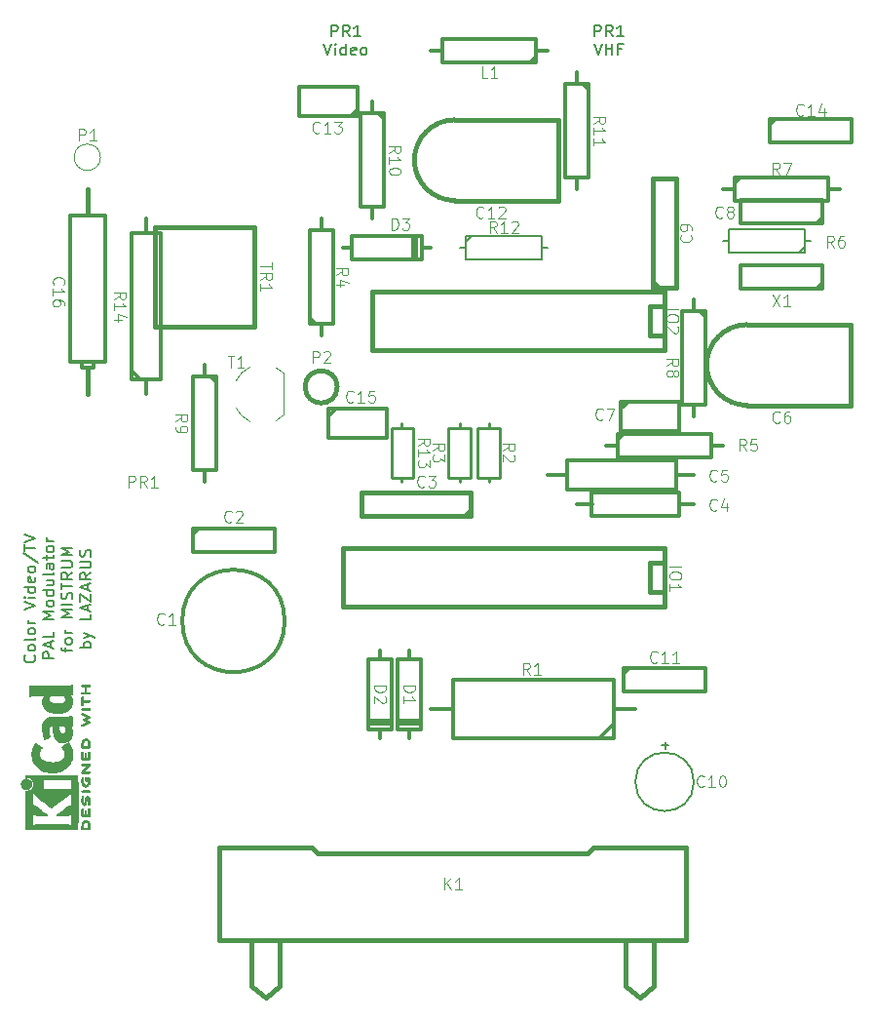
<source format=gto>
G04 #@! TF.GenerationSoftware,KiCad,Pcbnew,6.0.1-79c1e3a40b~116~ubuntu20.04.1*
G04 #@! TF.CreationDate,2022-02-05T14:03:54+01:00*
G04 #@! TF.ProjectId,modulator,6d6f6475-6c61-4746-9f72-2e6b69636164,1.0*
G04 #@! TF.SameCoordinates,PX6acfc00PY8e18f40*
G04 #@! TF.FileFunction,Legend,Top*
G04 #@! TF.FilePolarity,Positive*
%FSLAX46Y46*%
G04 Gerber Fmt 4.6, Leading zero omitted, Abs format (unit mm)*
G04 Created by KiCad (PCBNEW 6.0.1-79c1e3a40b~116~ubuntu20.04.1) date 2022-02-05 14:03:54*
%MOMM*%
%LPD*%
G01*
G04 APERTURE LIST*
%ADD10C,0.150000*%
%ADD11C,0.120000*%
%ADD12C,0.190500*%
%ADD13C,0.010000*%
%ADD14C,0.304800*%
%ADD15C,0.381000*%
%ADD16C,0.203200*%
%ADD17C,0.127000*%
%ADD18C,0.254000*%
G04 APERTURE END LIST*
D10*
X51465664Y78458680D02*
X51465664Y79458680D01*
X51846617Y79458680D01*
X51941855Y79411060D01*
X51989474Y79363441D01*
X52037093Y79268203D01*
X52037093Y79125346D01*
X51989474Y79030108D01*
X51941855Y78982489D01*
X51846617Y78934870D01*
X51465664Y78934870D01*
X53037093Y78458680D02*
X52703760Y78934870D01*
X52465664Y78458680D02*
X52465664Y79458680D01*
X52846617Y79458680D01*
X52941855Y79411060D01*
X52989474Y79363441D01*
X53037093Y79268203D01*
X53037093Y79125346D01*
X52989474Y79030108D01*
X52941855Y78982489D01*
X52846617Y78934870D01*
X52465664Y78934870D01*
X53989474Y78458680D02*
X53418045Y78458680D01*
X53703760Y78458680D02*
X53703760Y79458680D01*
X53608521Y79315822D01*
X53513283Y79220584D01*
X53418045Y79172965D01*
X51418045Y77848680D02*
X51751379Y76848680D01*
X52084712Y77848680D01*
X52418045Y76848680D02*
X52418045Y77848680D01*
X52418045Y77372489D02*
X52989474Y77372489D01*
X52989474Y76848680D02*
X52989474Y77848680D01*
X53798998Y77372489D02*
X53465664Y77372489D01*
X53465664Y76848680D02*
X53465664Y77848680D01*
X53941855Y77848680D01*
X28605664Y78458680D02*
X28605664Y79458680D01*
X28986617Y79458680D01*
X29081855Y79411060D01*
X29129474Y79363441D01*
X29177093Y79268203D01*
X29177093Y79125346D01*
X29129474Y79030108D01*
X29081855Y78982489D01*
X28986617Y78934870D01*
X28605664Y78934870D01*
X30177093Y78458680D02*
X29843760Y78934870D01*
X29605664Y78458680D02*
X29605664Y79458680D01*
X29986617Y79458680D01*
X30081855Y79411060D01*
X30129474Y79363441D01*
X30177093Y79268203D01*
X30177093Y79125346D01*
X30129474Y79030108D01*
X30081855Y78982489D01*
X29986617Y78934870D01*
X29605664Y78934870D01*
X31129474Y78458680D02*
X30558045Y78458680D01*
X30843760Y78458680D02*
X30843760Y79458680D01*
X30748521Y79315822D01*
X30653283Y79220584D01*
X30558045Y79172965D01*
X27938998Y77848680D02*
X28272331Y76848680D01*
X28605664Y77848680D01*
X28938998Y76848680D02*
X28938998Y77515346D01*
X28938998Y77848680D02*
X28891379Y77801060D01*
X28938998Y77753441D01*
X28986617Y77801060D01*
X28938998Y77848680D01*
X28938998Y77753441D01*
X29843760Y76848680D02*
X29843760Y77848680D01*
X29843760Y76896299D02*
X29748521Y76848680D01*
X29558045Y76848680D01*
X29462807Y76896299D01*
X29415188Y76943918D01*
X29367569Y77039156D01*
X29367569Y77324870D01*
X29415188Y77420108D01*
X29462807Y77467727D01*
X29558045Y77515346D01*
X29748521Y77515346D01*
X29843760Y77467727D01*
X30700902Y76896299D02*
X30605664Y76848680D01*
X30415188Y76848680D01*
X30319950Y76896299D01*
X30272331Y76991537D01*
X30272331Y77372489D01*
X30319950Y77467727D01*
X30415188Y77515346D01*
X30605664Y77515346D01*
X30700902Y77467727D01*
X30748521Y77372489D01*
X30748521Y77277251D01*
X30272331Y77182013D01*
X31319950Y76848680D02*
X31224712Y76896299D01*
X31177093Y76943918D01*
X31129474Y77039156D01*
X31129474Y77324870D01*
X31177093Y77420108D01*
X31224712Y77467727D01*
X31319950Y77515346D01*
X31462807Y77515346D01*
X31558045Y77467727D01*
X31605664Y77420108D01*
X31653283Y77324870D01*
X31653283Y77039156D01*
X31605664Y76943918D01*
X31558045Y76896299D01*
X31462807Y76848680D01*
X31319950Y76848680D01*
X2782142Y24739048D02*
X2829761Y24691429D01*
X2877380Y24548572D01*
X2877380Y24453334D01*
X2829761Y24310477D01*
X2734523Y24215239D01*
X2639285Y24167620D01*
X2448809Y24120000D01*
X2305952Y24120000D01*
X2115476Y24167620D01*
X2020238Y24215239D01*
X1925000Y24310477D01*
X1877380Y24453334D01*
X1877380Y24548572D01*
X1925000Y24691429D01*
X1972619Y24739048D01*
X2877380Y25310477D02*
X2829761Y25215239D01*
X2782142Y25167620D01*
X2686904Y25120000D01*
X2401190Y25120000D01*
X2305952Y25167620D01*
X2258333Y25215239D01*
X2210714Y25310477D01*
X2210714Y25453334D01*
X2258333Y25548572D01*
X2305952Y25596191D01*
X2401190Y25643810D01*
X2686904Y25643810D01*
X2782142Y25596191D01*
X2829761Y25548572D01*
X2877380Y25453334D01*
X2877380Y25310477D01*
X2877380Y26215239D02*
X2829761Y26120000D01*
X2734523Y26072381D01*
X1877380Y26072381D01*
X2877380Y26739048D02*
X2829761Y26643810D01*
X2782142Y26596191D01*
X2686904Y26548572D01*
X2401190Y26548572D01*
X2305952Y26596191D01*
X2258333Y26643810D01*
X2210714Y26739048D01*
X2210714Y26881905D01*
X2258333Y26977143D01*
X2305952Y27024762D01*
X2401190Y27072381D01*
X2686904Y27072381D01*
X2782142Y27024762D01*
X2829761Y26977143D01*
X2877380Y26881905D01*
X2877380Y26739048D01*
X2877380Y27500953D02*
X2210714Y27500953D01*
X2401190Y27500953D02*
X2305952Y27548572D01*
X2258333Y27596191D01*
X2210714Y27691429D01*
X2210714Y27786667D01*
X1877380Y28739048D02*
X2877380Y29072381D01*
X1877380Y29405715D01*
X2877380Y29739048D02*
X2210714Y29739048D01*
X1877380Y29739048D02*
X1925000Y29691429D01*
X1972619Y29739048D01*
X1925000Y29786667D01*
X1877380Y29739048D01*
X1972619Y29739048D01*
X2877380Y30643810D02*
X1877380Y30643810D01*
X2829761Y30643810D02*
X2877380Y30548572D01*
X2877380Y30358096D01*
X2829761Y30262858D01*
X2782142Y30215239D01*
X2686904Y30167620D01*
X2401190Y30167620D01*
X2305952Y30215239D01*
X2258333Y30262858D01*
X2210714Y30358096D01*
X2210714Y30548572D01*
X2258333Y30643810D01*
X2829761Y31500953D02*
X2877380Y31405715D01*
X2877380Y31215239D01*
X2829761Y31120000D01*
X2734523Y31072381D01*
X2353571Y31072381D01*
X2258333Y31120000D01*
X2210714Y31215239D01*
X2210714Y31405715D01*
X2258333Y31500953D01*
X2353571Y31548572D01*
X2448809Y31548572D01*
X2544047Y31072381D01*
X2877380Y32120000D02*
X2829761Y32024762D01*
X2782142Y31977143D01*
X2686904Y31929524D01*
X2401190Y31929524D01*
X2305952Y31977143D01*
X2258333Y32024762D01*
X2210714Y32120000D01*
X2210714Y32262858D01*
X2258333Y32358096D01*
X2305952Y32405715D01*
X2401190Y32453334D01*
X2686904Y32453334D01*
X2782142Y32405715D01*
X2829761Y32358096D01*
X2877380Y32262858D01*
X2877380Y32120000D01*
X1829761Y33596191D02*
X3115476Y32739048D01*
X1877380Y33786667D02*
X1877380Y34358096D01*
X2877380Y34072381D02*
X1877380Y34072381D01*
X1877380Y34548572D02*
X2877380Y34881905D01*
X1877380Y35215239D01*
X4487380Y24453334D02*
X3487380Y24453334D01*
X3487380Y24834286D01*
X3535000Y24929524D01*
X3582619Y24977143D01*
X3677857Y25024762D01*
X3820714Y25024762D01*
X3915952Y24977143D01*
X3963571Y24929524D01*
X4011190Y24834286D01*
X4011190Y24453334D01*
X4201666Y25405715D02*
X4201666Y25881905D01*
X4487380Y25310477D02*
X3487380Y25643810D01*
X4487380Y25977143D01*
X4487380Y26786667D02*
X4487380Y26310477D01*
X3487380Y26310477D01*
X4487380Y27881905D02*
X3487380Y27881905D01*
X4201666Y28215239D01*
X3487380Y28548572D01*
X4487380Y28548572D01*
X4487380Y29167620D02*
X4439761Y29072381D01*
X4392142Y29024762D01*
X4296904Y28977143D01*
X4011190Y28977143D01*
X3915952Y29024762D01*
X3868333Y29072381D01*
X3820714Y29167620D01*
X3820714Y29310477D01*
X3868333Y29405715D01*
X3915952Y29453334D01*
X4011190Y29500953D01*
X4296904Y29500953D01*
X4392142Y29453334D01*
X4439761Y29405715D01*
X4487380Y29310477D01*
X4487380Y29167620D01*
X4487380Y30358096D02*
X3487380Y30358096D01*
X4439761Y30358096D02*
X4487380Y30262858D01*
X4487380Y30072381D01*
X4439761Y29977143D01*
X4392142Y29929524D01*
X4296904Y29881905D01*
X4011190Y29881905D01*
X3915952Y29929524D01*
X3868333Y29977143D01*
X3820714Y30072381D01*
X3820714Y30262858D01*
X3868333Y30358096D01*
X3820714Y31262858D02*
X4487380Y31262858D01*
X3820714Y30834286D02*
X4344523Y30834286D01*
X4439761Y30881905D01*
X4487380Y30977143D01*
X4487380Y31120000D01*
X4439761Y31215239D01*
X4392142Y31262858D01*
X4487380Y31881905D02*
X4439761Y31786667D01*
X4344523Y31739048D01*
X3487380Y31739048D01*
X4487380Y32691429D02*
X3963571Y32691429D01*
X3868333Y32643810D01*
X3820714Y32548572D01*
X3820714Y32358096D01*
X3868333Y32262858D01*
X4439761Y32691429D02*
X4487380Y32596191D01*
X4487380Y32358096D01*
X4439761Y32262858D01*
X4344523Y32215239D01*
X4249285Y32215239D01*
X4154047Y32262858D01*
X4106428Y32358096D01*
X4106428Y32596191D01*
X4058809Y32691429D01*
X3820714Y33024762D02*
X3820714Y33405715D01*
X3487380Y33167620D02*
X4344523Y33167620D01*
X4439761Y33215239D01*
X4487380Y33310477D01*
X4487380Y33405715D01*
X4487380Y33881905D02*
X4439761Y33786667D01*
X4392142Y33739048D01*
X4296904Y33691429D01*
X4011190Y33691429D01*
X3915952Y33739048D01*
X3868333Y33786667D01*
X3820714Y33881905D01*
X3820714Y34024762D01*
X3868333Y34120000D01*
X3915952Y34167620D01*
X4011190Y34215239D01*
X4296904Y34215239D01*
X4392142Y34167620D01*
X4439761Y34120000D01*
X4487380Y34024762D01*
X4487380Y33881905D01*
X4487380Y34643810D02*
X3820714Y34643810D01*
X4011190Y34643810D02*
X3915952Y34691429D01*
X3868333Y34739048D01*
X3820714Y34834286D01*
X3820714Y34929524D01*
X5430714Y25024762D02*
X5430714Y25405715D01*
X6097380Y25167620D02*
X5240238Y25167620D01*
X5145000Y25215239D01*
X5097380Y25310477D01*
X5097380Y25405715D01*
X6097380Y25881905D02*
X6049761Y25786667D01*
X6002142Y25739048D01*
X5906904Y25691429D01*
X5621190Y25691429D01*
X5525952Y25739048D01*
X5478333Y25786667D01*
X5430714Y25881905D01*
X5430714Y26024762D01*
X5478333Y26120000D01*
X5525952Y26167620D01*
X5621190Y26215239D01*
X5906904Y26215239D01*
X6002142Y26167620D01*
X6049761Y26120000D01*
X6097380Y26024762D01*
X6097380Y25881905D01*
X6097380Y26643810D02*
X5430714Y26643810D01*
X5621190Y26643810D02*
X5525952Y26691429D01*
X5478333Y26739048D01*
X5430714Y26834286D01*
X5430714Y26929524D01*
X6097380Y28024762D02*
X5097380Y28024762D01*
X5811666Y28358096D01*
X5097380Y28691429D01*
X6097380Y28691429D01*
X6097380Y29167620D02*
X5097380Y29167620D01*
X6049761Y29596191D02*
X6097380Y29739048D01*
X6097380Y29977143D01*
X6049761Y30072381D01*
X6002142Y30120000D01*
X5906904Y30167620D01*
X5811666Y30167620D01*
X5716428Y30120000D01*
X5668809Y30072381D01*
X5621190Y29977143D01*
X5573571Y29786667D01*
X5525952Y29691429D01*
X5478333Y29643810D01*
X5383095Y29596191D01*
X5287857Y29596191D01*
X5192619Y29643810D01*
X5145000Y29691429D01*
X5097380Y29786667D01*
X5097380Y30024762D01*
X5145000Y30167620D01*
X5097380Y30453334D02*
X5097380Y31024762D01*
X6097380Y30739048D02*
X5097380Y30739048D01*
X6097380Y31929524D02*
X5621190Y31596191D01*
X6097380Y31358096D02*
X5097380Y31358096D01*
X5097380Y31739048D01*
X5145000Y31834286D01*
X5192619Y31881905D01*
X5287857Y31929524D01*
X5430714Y31929524D01*
X5525952Y31881905D01*
X5573571Y31834286D01*
X5621190Y31739048D01*
X5621190Y31358096D01*
X5097380Y32358096D02*
X5906904Y32358096D01*
X6002142Y32405715D01*
X6049761Y32453334D01*
X6097380Y32548572D01*
X6097380Y32739048D01*
X6049761Y32834286D01*
X6002142Y32881905D01*
X5906904Y32929524D01*
X5097380Y32929524D01*
X6097380Y33405715D02*
X5097380Y33405715D01*
X5811666Y33739048D01*
X5097380Y34072381D01*
X6097380Y34072381D01*
X7707380Y25405715D02*
X6707380Y25405715D01*
X7088333Y25405715D02*
X7040714Y25500953D01*
X7040714Y25691429D01*
X7088333Y25786667D01*
X7135952Y25834286D01*
X7231190Y25881905D01*
X7516904Y25881905D01*
X7612142Y25834286D01*
X7659761Y25786667D01*
X7707380Y25691429D01*
X7707380Y25500953D01*
X7659761Y25405715D01*
X7040714Y26215239D02*
X7707380Y26453334D01*
X7040714Y26691429D02*
X7707380Y26453334D01*
X7945476Y26358096D01*
X7993095Y26310477D01*
X8040714Y26215239D01*
X7707380Y28310477D02*
X7707380Y27834286D01*
X6707380Y27834286D01*
X7421666Y28596191D02*
X7421666Y29072381D01*
X7707380Y28500953D02*
X6707380Y28834286D01*
X7707380Y29167620D01*
X6707380Y29405715D02*
X6707380Y30072381D01*
X7707380Y29405715D01*
X7707380Y30072381D01*
X7421666Y30405715D02*
X7421666Y30881905D01*
X7707380Y30310477D02*
X6707380Y30643810D01*
X7707380Y30977143D01*
X7707380Y31881905D02*
X7231190Y31548572D01*
X7707380Y31310477D02*
X6707380Y31310477D01*
X6707380Y31691429D01*
X6755000Y31786667D01*
X6802619Y31834286D01*
X6897857Y31881905D01*
X7040714Y31881905D01*
X7135952Y31834286D01*
X7183571Y31786667D01*
X7231190Y31691429D01*
X7231190Y31310477D01*
X6707380Y32310477D02*
X7516904Y32310477D01*
X7612142Y32358096D01*
X7659761Y32405715D01*
X7707380Y32500953D01*
X7707380Y32691429D01*
X7659761Y32786667D01*
X7612142Y32834286D01*
X7516904Y32881905D01*
X6707380Y32881905D01*
X7659761Y33310477D02*
X7707380Y33453334D01*
X7707380Y33691429D01*
X7659761Y33786667D01*
X7612142Y33834286D01*
X7516904Y33881905D01*
X7421666Y33881905D01*
X7326428Y33834286D01*
X7278809Y33786667D01*
X7231190Y33691429D01*
X7183571Y33500953D01*
X7135952Y33405715D01*
X7088333Y33358096D01*
X6993095Y33310477D01*
X6897857Y33310477D01*
X6802619Y33358096D01*
X6755000Y33405715D01*
X6707380Y33500953D01*
X6707380Y33739048D01*
X6755000Y33881905D01*
D11*
X6641904Y69426620D02*
X6641904Y70426620D01*
X7022857Y70426620D01*
X7118095Y70379000D01*
X7165714Y70331381D01*
X7213333Y70236143D01*
X7213333Y70093286D01*
X7165714Y69998048D01*
X7118095Y69950429D01*
X7022857Y69902810D01*
X6641904Y69902810D01*
X8165714Y69426620D02*
X7594285Y69426620D01*
X7880000Y69426620D02*
X7880000Y70426620D01*
X7784761Y70283762D01*
X7689523Y70188524D01*
X7594285Y70140905D01*
X62077333Y39930858D02*
X62029714Y39883239D01*
X61886857Y39835620D01*
X61791619Y39835620D01*
X61648761Y39883239D01*
X61553523Y39978477D01*
X61505904Y40073715D01*
X61458285Y40264191D01*
X61458285Y40407048D01*
X61505904Y40597524D01*
X61553523Y40692762D01*
X61648761Y40788000D01*
X61791619Y40835620D01*
X61886857Y40835620D01*
X62029714Y40788000D01*
X62077333Y40740381D01*
X62982095Y40835620D02*
X62505904Y40835620D01*
X62458285Y40359429D01*
X62505904Y40407048D01*
X62601142Y40454667D01*
X62839238Y40454667D01*
X62934476Y40407048D01*
X62982095Y40359429D01*
X63029714Y40264191D01*
X63029714Y40026096D01*
X62982095Y39930858D01*
X62934476Y39883239D01*
X62839238Y39835620D01*
X62601142Y39835620D01*
X62505904Y39883239D01*
X62458285Y39930858D01*
X62077333Y37390858D02*
X62029714Y37343239D01*
X61886857Y37295620D01*
X61791619Y37295620D01*
X61648761Y37343239D01*
X61553523Y37438477D01*
X61505904Y37533715D01*
X61458285Y37724191D01*
X61458285Y37867048D01*
X61505904Y38057524D01*
X61553523Y38152762D01*
X61648761Y38248000D01*
X61791619Y38295620D01*
X61886857Y38295620D01*
X62029714Y38248000D01*
X62077333Y38200381D01*
X62934476Y37962286D02*
X62934476Y37295620D01*
X62696380Y38343239D02*
X62458285Y37628953D01*
X63077333Y37628953D01*
X19572095Y50741620D02*
X20143523Y50741620D01*
X19857809Y49741620D02*
X19857809Y50741620D01*
X21000666Y49741620D02*
X20429238Y49741620D01*
X20714952Y49741620D02*
X20714952Y50741620D01*
X20619714Y50598762D01*
X20524476Y50503524D01*
X20429238Y50455905D01*
X38391904Y4402620D02*
X38391904Y5402620D01*
X38963333Y4402620D02*
X38534761Y4974048D01*
X38963333Y5402620D02*
X38391904Y4831191D01*
X39915714Y4402620D02*
X39344285Y4402620D01*
X39630000Y4402620D02*
X39630000Y5402620D01*
X39534761Y5259762D01*
X39439523Y5164524D01*
X39344285Y5116905D01*
X10967904Y39327620D02*
X10967904Y40327620D01*
X11348857Y40327620D01*
X11444095Y40280000D01*
X11491714Y40232381D01*
X11539333Y40137143D01*
X11539333Y39994286D01*
X11491714Y39899048D01*
X11444095Y39851429D01*
X11348857Y39803810D01*
X10967904Y39803810D01*
X12539333Y39327620D02*
X12206000Y39803810D01*
X11967904Y39327620D02*
X11967904Y40327620D01*
X12348857Y40327620D01*
X12444095Y40280000D01*
X12491714Y40232381D01*
X12539333Y40137143D01*
X12539333Y39994286D01*
X12491714Y39899048D01*
X12444095Y39851429D01*
X12348857Y39803810D01*
X11967904Y39803810D01*
X13491714Y39327620D02*
X12920285Y39327620D01*
X13206000Y39327620D02*
X13206000Y40327620D01*
X13110761Y40184762D01*
X13015523Y40089524D01*
X12920285Y40041905D01*
X23421619Y58821905D02*
X23421619Y58250477D01*
X22421619Y58536191D02*
X23421619Y58536191D01*
X22421619Y57345715D02*
X22897809Y57679048D01*
X22421619Y57917143D02*
X23421619Y57917143D01*
X23421619Y57536191D01*
X23374000Y57440953D01*
X23326380Y57393334D01*
X23231142Y57345715D01*
X23088285Y57345715D01*
X22993047Y57393334D01*
X22945428Y57440953D01*
X22897809Y57536191D01*
X22897809Y57917143D01*
X22421619Y56393334D02*
X22421619Y56964762D01*
X22421619Y56679048D02*
X23421619Y56679048D01*
X23278761Y56774286D01*
X23183523Y56869524D01*
X23135904Y56964762D01*
X26961904Y50122620D02*
X26961904Y51122620D01*
X27342857Y51122620D01*
X27438095Y51075000D01*
X27485714Y51027381D01*
X27533333Y50932143D01*
X27533333Y50789286D01*
X27485714Y50694048D01*
X27438095Y50646429D01*
X27342857Y50598810D01*
X26961904Y50598810D01*
X27914285Y51027381D02*
X27961904Y51075000D01*
X28057142Y51122620D01*
X28295238Y51122620D01*
X28390476Y51075000D01*
X28438095Y51027381D01*
X28485714Y50932143D01*
X28485714Y50836905D01*
X28438095Y50694048D01*
X27866666Y50122620D01*
X28485714Y50122620D01*
X67538333Y45010858D02*
X67490714Y44963239D01*
X67347857Y44915620D01*
X67252619Y44915620D01*
X67109761Y44963239D01*
X67014523Y45058477D01*
X66966904Y45153715D01*
X66919285Y45344191D01*
X66919285Y45487048D01*
X66966904Y45677524D01*
X67014523Y45772762D01*
X67109761Y45868000D01*
X67252619Y45915620D01*
X67347857Y45915620D01*
X67490714Y45868000D01*
X67538333Y45820381D01*
X68395476Y45915620D02*
X68205000Y45915620D01*
X68109761Y45868000D01*
X68062142Y45820381D01*
X67966904Y45677524D01*
X67919285Y45487048D01*
X67919285Y45106096D01*
X67966904Y45010858D01*
X68014523Y44963239D01*
X68109761Y44915620D01*
X68300238Y44915620D01*
X68395476Y44963239D01*
X68443095Y45010858D01*
X68490714Y45106096D01*
X68490714Y45344191D01*
X68443095Y45439429D01*
X68395476Y45487048D01*
X68300238Y45534667D01*
X68109761Y45534667D01*
X68014523Y45487048D01*
X67966904Y45439429D01*
X67919285Y45344191D01*
X41789142Y62790858D02*
X41741523Y62743239D01*
X41598666Y62695620D01*
X41503428Y62695620D01*
X41360571Y62743239D01*
X41265333Y62838477D01*
X41217714Y62933715D01*
X41170095Y63124191D01*
X41170095Y63267048D01*
X41217714Y63457524D01*
X41265333Y63552762D01*
X41360571Y63648000D01*
X41503428Y63695620D01*
X41598666Y63695620D01*
X41741523Y63648000D01*
X41789142Y63600381D01*
X42741523Y62695620D02*
X42170095Y62695620D01*
X42455809Y62695620D02*
X42455809Y63695620D01*
X42360571Y63552762D01*
X42265333Y63457524D01*
X42170095Y63409905D01*
X43122476Y63600381D02*
X43170095Y63648000D01*
X43265333Y63695620D01*
X43503428Y63695620D01*
X43598666Y63648000D01*
X43646285Y63600381D01*
X43693904Y63505143D01*
X43693904Y63409905D01*
X43646285Y63267048D01*
X43074857Y62695620D01*
X43693904Y62695620D01*
X45821333Y23071620D02*
X45488000Y23547810D01*
X45249904Y23071620D02*
X45249904Y24071620D01*
X45630857Y24071620D01*
X45726095Y24024000D01*
X45773714Y23976381D01*
X45821333Y23881143D01*
X45821333Y23738286D01*
X45773714Y23643048D01*
X45726095Y23595429D01*
X45630857Y23547810D01*
X45249904Y23547810D01*
X46773714Y23071620D02*
X46202285Y23071620D01*
X46488000Y23071620D02*
X46488000Y24071620D01*
X46392761Y23928762D01*
X46297523Y23833524D01*
X46202285Y23785905D01*
X9721619Y55662858D02*
X10197809Y55996191D01*
X9721619Y56234286D02*
X10721619Y56234286D01*
X10721619Y55853334D01*
X10674000Y55758096D01*
X10626380Y55710477D01*
X10531142Y55662858D01*
X10388285Y55662858D01*
X10293047Y55710477D01*
X10245428Y55758096D01*
X10197809Y55853334D01*
X10197809Y56234286D01*
X9721619Y54710477D02*
X9721619Y55281905D01*
X9721619Y54996191D02*
X10721619Y54996191D01*
X10578761Y55091429D01*
X10483523Y55186667D01*
X10435904Y55281905D01*
X10388285Y53853334D02*
X9721619Y53853334D01*
X10769238Y54091429D02*
X10054952Y54329524D01*
X10054952Y53710477D01*
X42138333Y74887620D02*
X41662142Y74887620D01*
X41662142Y75887620D01*
X42995476Y74887620D02*
X42424047Y74887620D01*
X42709761Y74887620D02*
X42709761Y75887620D01*
X42614523Y75744762D01*
X42519285Y75649524D01*
X42424047Y75601905D01*
X57727619Y49852667D02*
X58203809Y50186000D01*
X57727619Y50424096D02*
X58727619Y50424096D01*
X58727619Y50043143D01*
X58680000Y49947905D01*
X58632380Y49900286D01*
X58537142Y49852667D01*
X58394285Y49852667D01*
X58299047Y49900286D01*
X58251428Y49947905D01*
X58203809Y50043143D01*
X58203809Y50424096D01*
X58299047Y49281239D02*
X58346666Y49376477D01*
X58394285Y49424096D01*
X58489523Y49471715D01*
X58537142Y49471715D01*
X58632380Y49424096D01*
X58680000Y49376477D01*
X58727619Y49281239D01*
X58727619Y49090762D01*
X58680000Y48995524D01*
X58632380Y48947905D01*
X58537142Y48900286D01*
X58489523Y48900286D01*
X58394285Y48947905D01*
X58346666Y48995524D01*
X58299047Y49090762D01*
X58299047Y49281239D01*
X58251428Y49376477D01*
X58203809Y49424096D01*
X58108571Y49471715D01*
X57918095Y49471715D01*
X57822857Y49424096D01*
X57775238Y49376477D01*
X57727619Y49281239D01*
X57727619Y49090762D01*
X57775238Y48995524D01*
X57822857Y48947905D01*
X57918095Y48900286D01*
X58108571Y48900286D01*
X58203809Y48947905D01*
X58251428Y48995524D01*
X58299047Y49090762D01*
X67538333Y66505620D02*
X67205000Y66981810D01*
X66966904Y66505620D02*
X66966904Y67505620D01*
X67347857Y67505620D01*
X67443095Y67458000D01*
X67490714Y67410381D01*
X67538333Y67315143D01*
X67538333Y67172286D01*
X67490714Y67077048D01*
X67443095Y67029429D01*
X67347857Y66981810D01*
X66966904Y66981810D01*
X67871666Y67505620D02*
X68538333Y67505620D01*
X68109761Y66505620D01*
X15055619Y45026667D02*
X15531809Y45360000D01*
X15055619Y45598096D02*
X16055619Y45598096D01*
X16055619Y45217143D01*
X16008000Y45121905D01*
X15960380Y45074286D01*
X15865142Y45026667D01*
X15722285Y45026667D01*
X15627047Y45074286D01*
X15579428Y45121905D01*
X15531809Y45217143D01*
X15531809Y45598096D01*
X15055619Y44550477D02*
X15055619Y44360000D01*
X15103238Y44264762D01*
X15150857Y44217143D01*
X15293714Y44121905D01*
X15484190Y44074286D01*
X15865142Y44074286D01*
X15960380Y44121905D01*
X16008000Y44169524D01*
X16055619Y44264762D01*
X16055619Y44455239D01*
X16008000Y44550477D01*
X15960380Y44598096D01*
X15865142Y44645715D01*
X15627047Y44645715D01*
X15531809Y44598096D01*
X15484190Y44550477D01*
X15436571Y44455239D01*
X15436571Y44264762D01*
X15484190Y44169524D01*
X15531809Y44121905D01*
X15627047Y44074286D01*
X33597619Y68362858D02*
X34073809Y68696191D01*
X33597619Y68934286D02*
X34597619Y68934286D01*
X34597619Y68553334D01*
X34550000Y68458096D01*
X34502380Y68410477D01*
X34407142Y68362858D01*
X34264285Y68362858D01*
X34169047Y68410477D01*
X34121428Y68458096D01*
X34073809Y68553334D01*
X34073809Y68934286D01*
X33597619Y67410477D02*
X33597619Y67981905D01*
X33597619Y67696191D02*
X34597619Y67696191D01*
X34454761Y67791429D01*
X34359523Y67886667D01*
X34311904Y67981905D01*
X34597619Y66791429D02*
X34597619Y66696191D01*
X34550000Y66600953D01*
X34502380Y66553334D01*
X34407142Y66505715D01*
X34216666Y66458096D01*
X33978571Y66458096D01*
X33788095Y66505715D01*
X33692857Y66553334D01*
X33645238Y66600953D01*
X33597619Y66696191D01*
X33597619Y66791429D01*
X33645238Y66886667D01*
X33692857Y66934286D01*
X33788095Y66981905D01*
X33978571Y67029524D01*
X34216666Y67029524D01*
X34407142Y66981905D01*
X34502380Y66934286D01*
X34550000Y66886667D01*
X34597619Y66791429D01*
X51377619Y70902858D02*
X51853809Y71236191D01*
X51377619Y71474286D02*
X52377619Y71474286D01*
X52377619Y71093334D01*
X52330000Y70998096D01*
X52282380Y70950477D01*
X52187142Y70902858D01*
X52044285Y70902858D01*
X51949047Y70950477D01*
X51901428Y70998096D01*
X51853809Y71093334D01*
X51853809Y71474286D01*
X51377619Y69950477D02*
X51377619Y70521905D01*
X51377619Y70236191D02*
X52377619Y70236191D01*
X52234761Y70331429D01*
X52139523Y70426667D01*
X52091904Y70521905D01*
X51377619Y68998096D02*
X51377619Y69569524D01*
X51377619Y69283810D02*
X52377619Y69283810D01*
X52234761Y69379048D01*
X52139523Y69474286D01*
X52091904Y69569524D01*
X29025619Y57726667D02*
X29501809Y58060000D01*
X29025619Y58298096D02*
X30025619Y58298096D01*
X30025619Y57917143D01*
X29978000Y57821905D01*
X29930380Y57774286D01*
X29835142Y57726667D01*
X29692285Y57726667D01*
X29597047Y57774286D01*
X29549428Y57821905D01*
X29501809Y57917143D01*
X29501809Y58298096D01*
X29692285Y56869524D02*
X29025619Y56869524D01*
X30073238Y57107620D02*
X29358952Y57345715D01*
X29358952Y56726667D01*
X64617333Y42502620D02*
X64284000Y42978810D01*
X64045904Y42502620D02*
X64045904Y43502620D01*
X64426857Y43502620D01*
X64522095Y43455000D01*
X64569714Y43407381D01*
X64617333Y43312143D01*
X64617333Y43169286D01*
X64569714Y43074048D01*
X64522095Y43026429D01*
X64426857Y42978810D01*
X64045904Y42978810D01*
X65522095Y43502620D02*
X65045904Y43502620D01*
X64998285Y43026429D01*
X65045904Y43074048D01*
X65141142Y43121667D01*
X65379238Y43121667D01*
X65474476Y43074048D01*
X65522095Y43026429D01*
X65569714Y42931191D01*
X65569714Y42693096D01*
X65522095Y42597858D01*
X65474476Y42550239D01*
X65379238Y42502620D01*
X65141142Y42502620D01*
X65045904Y42550239D01*
X64998285Y42597858D01*
X42932142Y61425620D02*
X42598809Y61901810D01*
X42360714Y61425620D02*
X42360714Y62425620D01*
X42741666Y62425620D01*
X42836904Y62378000D01*
X42884523Y62330381D01*
X42932142Y62235143D01*
X42932142Y62092286D01*
X42884523Y61997048D01*
X42836904Y61949429D01*
X42741666Y61901810D01*
X42360714Y61901810D01*
X43884523Y61425620D02*
X43313095Y61425620D01*
X43598809Y61425620D02*
X43598809Y62425620D01*
X43503571Y62282762D01*
X43408333Y62187524D01*
X43313095Y62139905D01*
X44265476Y62330381D02*
X44313095Y62378000D01*
X44408333Y62425620D01*
X44646428Y62425620D01*
X44741666Y62378000D01*
X44789285Y62330381D01*
X44836904Y62235143D01*
X44836904Y62139905D01*
X44789285Y61997048D01*
X44217857Y61425620D01*
X44836904Y61425620D01*
X72237333Y60155620D02*
X71904000Y60631810D01*
X71665904Y60155620D02*
X71665904Y61155620D01*
X72046857Y61155620D01*
X72142095Y61108000D01*
X72189714Y61060381D01*
X72237333Y60965143D01*
X72237333Y60822286D01*
X72189714Y60727048D01*
X72142095Y60679429D01*
X72046857Y60631810D01*
X71665904Y60631810D01*
X73094476Y61155620D02*
X72904000Y61155620D01*
X72808761Y61108000D01*
X72761142Y61060381D01*
X72665904Y60917524D01*
X72618285Y60727048D01*
X72618285Y60346096D01*
X72665904Y60250858D01*
X72713523Y60203239D01*
X72808761Y60155620D01*
X72999238Y60155620D01*
X73094476Y60203239D01*
X73142095Y60250858D01*
X73189714Y60346096D01*
X73189714Y60584191D01*
X73142095Y60679429D01*
X73094476Y60727048D01*
X72999238Y60774667D01*
X72808761Y60774667D01*
X72713523Y60727048D01*
X72665904Y60679429D01*
X72618285Y60584191D01*
X57981619Y32398000D02*
X58981619Y32398000D01*
X58981619Y31731334D02*
X58981619Y31540858D01*
X58934000Y31445620D01*
X58838761Y31350381D01*
X58648285Y31302762D01*
X58314952Y31302762D01*
X58124476Y31350381D01*
X58029238Y31445620D01*
X57981619Y31540858D01*
X57981619Y31731334D01*
X58029238Y31826572D01*
X58124476Y31921810D01*
X58314952Y31969429D01*
X58648285Y31969429D01*
X58838761Y31921810D01*
X58934000Y31826572D01*
X58981619Y31731334D01*
X57981619Y30350381D02*
X57981619Y30921810D01*
X57981619Y30636096D02*
X58981619Y30636096D01*
X58838761Y30731334D01*
X58743523Y30826572D01*
X58695904Y30921810D01*
X57727619Y54750000D02*
X58727619Y54750000D01*
X58727619Y54083334D02*
X58727619Y53892858D01*
X58680000Y53797620D01*
X58584761Y53702381D01*
X58394285Y53654762D01*
X58060952Y53654762D01*
X57870476Y53702381D01*
X57775238Y53797620D01*
X57727619Y53892858D01*
X57727619Y54083334D01*
X57775238Y54178572D01*
X57870476Y54273810D01*
X58060952Y54321429D01*
X58394285Y54321429D01*
X58584761Y54273810D01*
X58680000Y54178572D01*
X58727619Y54083334D01*
X58632380Y53273810D02*
X58680000Y53226191D01*
X58727619Y53130953D01*
X58727619Y52892858D01*
X58680000Y52797620D01*
X58632380Y52750000D01*
X58537142Y52702381D01*
X58441904Y52702381D01*
X58299047Y52750000D01*
X57727619Y53321429D01*
X57727619Y52702381D01*
X34867619Y22103096D02*
X35867619Y22103096D01*
X35867619Y21865000D01*
X35820000Y21722143D01*
X35724761Y21626905D01*
X35629523Y21579286D01*
X35439047Y21531667D01*
X35296190Y21531667D01*
X35105714Y21579286D01*
X35010476Y21626905D01*
X34915238Y21722143D01*
X34867619Y21865000D01*
X34867619Y22103096D01*
X34867619Y20579286D02*
X34867619Y21150715D01*
X34867619Y20865000D02*
X35867619Y20865000D01*
X35724761Y20960239D01*
X35629523Y21055477D01*
X35581904Y21150715D01*
X33819904Y61679620D02*
X33819904Y62679620D01*
X34058000Y62679620D01*
X34200857Y62632000D01*
X34296095Y62536762D01*
X34343714Y62441524D01*
X34391333Y62251048D01*
X34391333Y62108191D01*
X34343714Y61917715D01*
X34296095Y61822477D01*
X34200857Y61727239D01*
X34058000Y61679620D01*
X33819904Y61679620D01*
X34724666Y62679620D02*
X35343714Y62679620D01*
X35010380Y62298667D01*
X35153238Y62298667D01*
X35248476Y62251048D01*
X35296095Y62203429D01*
X35343714Y62108191D01*
X35343714Y61870096D01*
X35296095Y61774858D01*
X35248476Y61727239D01*
X35153238Y61679620D01*
X34867523Y61679620D01*
X34772285Y61727239D01*
X34724666Y61774858D01*
X32327619Y22103096D02*
X33327619Y22103096D01*
X33327619Y21865000D01*
X33280000Y21722143D01*
X33184761Y21626905D01*
X33089523Y21579286D01*
X32899047Y21531667D01*
X32756190Y21531667D01*
X32565714Y21579286D01*
X32470476Y21626905D01*
X32375238Y21722143D01*
X32327619Y21865000D01*
X32327619Y22103096D01*
X33232380Y21150715D02*
X33280000Y21103096D01*
X33327619Y21007858D01*
X33327619Y20769762D01*
X33280000Y20674524D01*
X33232380Y20626905D01*
X33137142Y20579286D01*
X33041904Y20579286D01*
X32899047Y20626905D01*
X32327619Y21198334D01*
X32327619Y20579286D01*
X4482857Y56932858D02*
X4435238Y56980477D01*
X4387619Y57123334D01*
X4387619Y57218572D01*
X4435238Y57361429D01*
X4530476Y57456667D01*
X4625714Y57504286D01*
X4816190Y57551905D01*
X4959047Y57551905D01*
X5149523Y57504286D01*
X5244761Y57456667D01*
X5340000Y57361429D01*
X5387619Y57218572D01*
X5387619Y57123334D01*
X5340000Y56980477D01*
X5292380Y56932858D01*
X4387619Y55980477D02*
X4387619Y56551905D01*
X4387619Y56266191D02*
X5387619Y56266191D01*
X5244761Y56361429D01*
X5149523Y56456667D01*
X5101904Y56551905D01*
X5387619Y55123334D02*
X5387619Y55313810D01*
X5340000Y55409048D01*
X5292380Y55456667D01*
X5149523Y55551905D01*
X4959047Y55599524D01*
X4578095Y55599524D01*
X4482857Y55551905D01*
X4435238Y55504286D01*
X4387619Y55409048D01*
X4387619Y55218572D01*
X4435238Y55123334D01*
X4482857Y55075715D01*
X4578095Y55028096D01*
X4816190Y55028096D01*
X4911428Y55075715D01*
X4959047Y55123334D01*
X5006666Y55218572D01*
X5006666Y55409048D01*
X4959047Y55504286D01*
X4911428Y55551905D01*
X4816190Y55599524D01*
X59807142Y61203334D02*
X59854761Y61155715D01*
X59902380Y61012858D01*
X59902380Y60917620D01*
X59854761Y60774762D01*
X59759523Y60679524D01*
X59664285Y60631905D01*
X59473809Y60584286D01*
X59330952Y60584286D01*
X59140476Y60631905D01*
X59045238Y60679524D01*
X58950000Y60774762D01*
X58902380Y60917620D01*
X58902380Y61012858D01*
X58950000Y61155715D01*
X58997619Y61203334D01*
X59902380Y61679524D02*
X59902380Y61870000D01*
X59854761Y61965239D01*
X59807142Y62012858D01*
X59664285Y62108096D01*
X59473809Y62155715D01*
X59092857Y62155715D01*
X58997619Y62108096D01*
X58950000Y62060477D01*
X58902380Y61965239D01*
X58902380Y61774762D01*
X58950000Y61679524D01*
X58997619Y61631905D01*
X59092857Y61584286D01*
X59330952Y61584286D01*
X59426190Y61631905D01*
X59473809Y61679524D01*
X59521428Y61774762D01*
X59521428Y61965239D01*
X59473809Y62060477D01*
X59426190Y62108096D01*
X59330952Y62155715D01*
X14071333Y27484858D02*
X14023714Y27437239D01*
X13880857Y27389620D01*
X13785619Y27389620D01*
X13642761Y27437239D01*
X13547523Y27532477D01*
X13499904Y27627715D01*
X13452285Y27818191D01*
X13452285Y27961048D01*
X13499904Y28151524D01*
X13547523Y28246762D01*
X13642761Y28342000D01*
X13785619Y28389620D01*
X13880857Y28389620D01*
X14023714Y28342000D01*
X14071333Y28294381D01*
X15023714Y27389620D02*
X14452285Y27389620D01*
X14738000Y27389620D02*
X14738000Y28389620D01*
X14642761Y28246762D01*
X14547523Y28151524D01*
X14452285Y28103905D01*
X69602142Y71680858D02*
X69554523Y71633239D01*
X69411666Y71585620D01*
X69316428Y71585620D01*
X69173571Y71633239D01*
X69078333Y71728477D01*
X69030714Y71823715D01*
X68983095Y72014191D01*
X68983095Y72157048D01*
X69030714Y72347524D01*
X69078333Y72442762D01*
X69173571Y72538000D01*
X69316428Y72585620D01*
X69411666Y72585620D01*
X69554523Y72538000D01*
X69602142Y72490381D01*
X70554523Y71585620D02*
X69983095Y71585620D01*
X70268809Y71585620D02*
X70268809Y72585620D01*
X70173571Y72442762D01*
X70078333Y72347524D01*
X69983095Y72299905D01*
X71411666Y72252286D02*
X71411666Y71585620D01*
X71173571Y72633239D02*
X70935476Y71918953D01*
X71554523Y71918953D01*
X56902142Y24182858D02*
X56854523Y24135239D01*
X56711666Y24087620D01*
X56616428Y24087620D01*
X56473571Y24135239D01*
X56378333Y24230477D01*
X56330714Y24325715D01*
X56283095Y24516191D01*
X56283095Y24659048D01*
X56330714Y24849524D01*
X56378333Y24944762D01*
X56473571Y25040000D01*
X56616428Y25087620D01*
X56711666Y25087620D01*
X56854523Y25040000D01*
X56902142Y24992381D01*
X57854523Y24087620D02*
X57283095Y24087620D01*
X57568809Y24087620D02*
X57568809Y25087620D01*
X57473571Y24944762D01*
X57378333Y24849524D01*
X57283095Y24801905D01*
X58806904Y24087620D02*
X58235476Y24087620D01*
X58521190Y24087620D02*
X58521190Y25087620D01*
X58425952Y24944762D01*
X58330714Y24849524D01*
X58235476Y24801905D01*
X62585333Y62790858D02*
X62537714Y62743239D01*
X62394857Y62695620D01*
X62299619Y62695620D01*
X62156761Y62743239D01*
X62061523Y62838477D01*
X62013904Y62933715D01*
X61966285Y63124191D01*
X61966285Y63267048D01*
X62013904Y63457524D01*
X62061523Y63552762D01*
X62156761Y63648000D01*
X62299619Y63695620D01*
X62394857Y63695620D01*
X62537714Y63648000D01*
X62585333Y63600381D01*
X63156761Y63267048D02*
X63061523Y63314667D01*
X63013904Y63362286D01*
X62966285Y63457524D01*
X62966285Y63505143D01*
X63013904Y63600381D01*
X63061523Y63648000D01*
X63156761Y63695620D01*
X63347238Y63695620D01*
X63442476Y63648000D01*
X63490095Y63600381D01*
X63537714Y63505143D01*
X63537714Y63457524D01*
X63490095Y63362286D01*
X63442476Y63314667D01*
X63347238Y63267048D01*
X63156761Y63267048D01*
X63061523Y63219429D01*
X63013904Y63171810D01*
X62966285Y63076572D01*
X62966285Y62886096D01*
X63013904Y62790858D01*
X63061523Y62743239D01*
X63156761Y62695620D01*
X63347238Y62695620D01*
X63442476Y62743239D01*
X63490095Y62790858D01*
X63537714Y62886096D01*
X63537714Y63076572D01*
X63490095Y63171810D01*
X63442476Y63219429D01*
X63347238Y63267048D01*
X19913333Y36374858D02*
X19865714Y36327239D01*
X19722857Y36279620D01*
X19627619Y36279620D01*
X19484761Y36327239D01*
X19389523Y36422477D01*
X19341904Y36517715D01*
X19294285Y36708191D01*
X19294285Y36851048D01*
X19341904Y37041524D01*
X19389523Y37136762D01*
X19484761Y37232000D01*
X19627619Y37279620D01*
X19722857Y37279620D01*
X19865714Y37232000D01*
X19913333Y37184381D01*
X20294285Y37184381D02*
X20341904Y37232000D01*
X20437142Y37279620D01*
X20675238Y37279620D01*
X20770476Y37232000D01*
X20818095Y37184381D01*
X20865714Y37089143D01*
X20865714Y36993905D01*
X20818095Y36851048D01*
X20246666Y36279620D01*
X20865714Y36279620D01*
X66895476Y56075620D02*
X67562142Y55075620D01*
X67562142Y56075620D02*
X66895476Y55075620D01*
X68466904Y55075620D02*
X67895476Y55075620D01*
X68181190Y55075620D02*
X68181190Y56075620D01*
X68085952Y55932762D01*
X67990714Y55837524D01*
X67895476Y55789905D01*
X60966142Y13387858D02*
X60918523Y13340239D01*
X60775666Y13292620D01*
X60680428Y13292620D01*
X60537571Y13340239D01*
X60442333Y13435477D01*
X60394714Y13530715D01*
X60347095Y13721191D01*
X60347095Y13864048D01*
X60394714Y14054524D01*
X60442333Y14149762D01*
X60537571Y14245000D01*
X60680428Y14292620D01*
X60775666Y14292620D01*
X60918523Y14245000D01*
X60966142Y14197381D01*
X61918523Y13292620D02*
X61347095Y13292620D01*
X61632809Y13292620D02*
X61632809Y14292620D01*
X61537571Y14149762D01*
X61442333Y14054524D01*
X61347095Y14006905D01*
X62537571Y14292620D02*
X62632809Y14292620D01*
X62728047Y14245000D01*
X62775666Y14197381D01*
X62823285Y14102143D01*
X62870904Y13911667D01*
X62870904Y13673572D01*
X62823285Y13483096D01*
X62775666Y13387858D01*
X62728047Y13340239D01*
X62632809Y13292620D01*
X62537571Y13292620D01*
X62442333Y13340239D01*
X62394714Y13387858D01*
X62347095Y13483096D01*
X62299476Y13673572D01*
X62299476Y13911667D01*
X62347095Y14102143D01*
X62394714Y14197381D01*
X62442333Y14245000D01*
X62537571Y14292620D01*
D12*
X57599428Y16629715D02*
X57599428Y17210286D01*
X57889714Y16920000D02*
X57309142Y16920000D01*
D11*
X30486142Y46788858D02*
X30438523Y46741239D01*
X30295666Y46693620D01*
X30200428Y46693620D01*
X30057571Y46741239D01*
X29962333Y46836477D01*
X29914714Y46931715D01*
X29867095Y47122191D01*
X29867095Y47265048D01*
X29914714Y47455524D01*
X29962333Y47550762D01*
X30057571Y47646000D01*
X30200428Y47693620D01*
X30295666Y47693620D01*
X30438523Y47646000D01*
X30486142Y47598381D01*
X31438523Y46693620D02*
X30867095Y46693620D01*
X31152809Y46693620D02*
X31152809Y47693620D01*
X31057571Y47550762D01*
X30962333Y47455524D01*
X30867095Y47407905D01*
X32343285Y47693620D02*
X31867095Y47693620D01*
X31819476Y47217429D01*
X31867095Y47265048D01*
X31962333Y47312667D01*
X32200428Y47312667D01*
X32295666Y47265048D01*
X32343285Y47217429D01*
X32390904Y47122191D01*
X32390904Y46884096D01*
X32343285Y46788858D01*
X32295666Y46741239D01*
X32200428Y46693620D01*
X31962333Y46693620D01*
X31867095Y46741239D01*
X31819476Y46788858D01*
X27565142Y70156858D02*
X27517523Y70109239D01*
X27374666Y70061620D01*
X27279428Y70061620D01*
X27136571Y70109239D01*
X27041333Y70204477D01*
X26993714Y70299715D01*
X26946095Y70490191D01*
X26946095Y70633048D01*
X26993714Y70823524D01*
X27041333Y70918762D01*
X27136571Y71014000D01*
X27279428Y71061620D01*
X27374666Y71061620D01*
X27517523Y71014000D01*
X27565142Y70966381D01*
X28517523Y70061620D02*
X27946095Y70061620D01*
X28231809Y70061620D02*
X28231809Y71061620D01*
X28136571Y70918762D01*
X28041333Y70823524D01*
X27946095Y70775905D01*
X28850857Y71061620D02*
X29469904Y71061620D01*
X29136571Y70680667D01*
X29279428Y70680667D01*
X29374666Y70633048D01*
X29422285Y70585429D01*
X29469904Y70490191D01*
X29469904Y70252096D01*
X29422285Y70156858D01*
X29374666Y70109239D01*
X29279428Y70061620D01*
X28993714Y70061620D01*
X28898476Y70109239D01*
X28850857Y70156858D01*
X52171333Y45264858D02*
X52123714Y45217239D01*
X51980857Y45169620D01*
X51885619Y45169620D01*
X51742761Y45217239D01*
X51647523Y45312477D01*
X51599904Y45407715D01*
X51552285Y45598191D01*
X51552285Y45741048D01*
X51599904Y45931524D01*
X51647523Y46026762D01*
X51742761Y46122000D01*
X51885619Y46169620D01*
X51980857Y46169620D01*
X52123714Y46122000D01*
X52171333Y46074381D01*
X52504666Y46169620D02*
X53171333Y46169620D01*
X52742761Y45169620D01*
X43503619Y42486667D02*
X43979809Y42820000D01*
X43503619Y43058096D02*
X44503619Y43058096D01*
X44503619Y42677143D01*
X44456000Y42581905D01*
X44408380Y42534286D01*
X44313142Y42486667D01*
X44170285Y42486667D01*
X44075047Y42534286D01*
X44027428Y42581905D01*
X43979809Y42677143D01*
X43979809Y43058096D01*
X44408380Y42105715D02*
X44456000Y42058096D01*
X44503619Y41962858D01*
X44503619Y41724762D01*
X44456000Y41629524D01*
X44408380Y41581905D01*
X44313142Y41534286D01*
X44217904Y41534286D01*
X44075047Y41581905D01*
X43503619Y42153334D01*
X43503619Y41534286D01*
X37407619Y42486667D02*
X37883809Y42820000D01*
X37407619Y43058096D02*
X38407619Y43058096D01*
X38407619Y42677143D01*
X38360000Y42581905D01*
X38312380Y42534286D01*
X38217142Y42486667D01*
X38074285Y42486667D01*
X37979047Y42534286D01*
X37931428Y42581905D01*
X37883809Y42677143D01*
X37883809Y43058096D01*
X38407619Y42153334D02*
X38407619Y41534286D01*
X38026666Y41867620D01*
X38026666Y41724762D01*
X37979047Y41629524D01*
X37931428Y41581905D01*
X37836190Y41534286D01*
X37598095Y41534286D01*
X37502857Y41581905D01*
X37455238Y41629524D01*
X37407619Y41724762D01*
X37407619Y42010477D01*
X37455238Y42105715D01*
X37502857Y42153334D01*
X36137619Y42962858D02*
X36613809Y43296191D01*
X36137619Y43534286D02*
X37137619Y43534286D01*
X37137619Y43153334D01*
X37090000Y43058096D01*
X37042380Y43010477D01*
X36947142Y42962858D01*
X36804285Y42962858D01*
X36709047Y43010477D01*
X36661428Y43058096D01*
X36613809Y43153334D01*
X36613809Y43534286D01*
X36137619Y42010477D02*
X36137619Y42581905D01*
X36137619Y42296191D02*
X37137619Y42296191D01*
X36994761Y42391429D01*
X36899523Y42486667D01*
X36851904Y42581905D01*
X37137619Y41677143D02*
X37137619Y41058096D01*
X36756666Y41391429D01*
X36756666Y41248572D01*
X36709047Y41153334D01*
X36661428Y41105715D01*
X36566190Y41058096D01*
X36328095Y41058096D01*
X36232857Y41105715D01*
X36185238Y41153334D01*
X36137619Y41248572D01*
X36137619Y41534286D01*
X36185238Y41629524D01*
X36232857Y41677143D01*
X36677333Y39422858D02*
X36629714Y39375239D01*
X36486857Y39327620D01*
X36391619Y39327620D01*
X36248761Y39375239D01*
X36153523Y39470477D01*
X36105904Y39565715D01*
X36058285Y39756191D01*
X36058285Y39899048D01*
X36105904Y40089524D01*
X36153523Y40184762D01*
X36248761Y40280000D01*
X36391619Y40327620D01*
X36486857Y40327620D01*
X36629714Y40280000D01*
X36677333Y40232381D01*
X37010666Y40327620D02*
X37629714Y40327620D01*
X37296380Y39946667D01*
X37439238Y39946667D01*
X37534476Y39899048D01*
X37582095Y39851429D01*
X37629714Y39756191D01*
X37629714Y39518096D01*
X37582095Y39422858D01*
X37534476Y39375239D01*
X37439238Y39327620D01*
X37153523Y39327620D01*
X37058285Y39375239D01*
X37010666Y39422858D01*
X8523000Y67974000D02*
G75*
G03*
X8523000Y67974000I-1143000J0D01*
G01*
D13*
X6860533Y22132823D02*
X6882776Y22164202D01*
X6882776Y22164202D02*
X6910485Y22191911D01*
X6910485Y22191911D02*
X7219920Y22191911D01*
X7219920Y22191911D02*
X7311799Y22191838D01*
X7311799Y22191838D02*
X7383840Y22191495D01*
X7383840Y22191495D02*
X7438780Y22190692D01*
X7438780Y22190692D02*
X7479360Y22189241D01*
X7479360Y22189241D02*
X7508317Y22186952D01*
X7508317Y22186952D02*
X7528391Y22183636D01*
X7528391Y22183636D02*
X7542321Y22179105D01*
X7542321Y22179105D02*
X7552845Y22173169D01*
X7552845Y22173169D02*
X7559100Y22168514D01*
X7559100Y22168514D02*
X7583673Y22137783D01*
X7583673Y22137783D02*
X7586341Y22102496D01*
X7586341Y22102496D02*
X7571271Y22070245D01*
X7571271Y22070245D02*
X7562374Y22059588D01*
X7562374Y22059588D02*
X7550557Y22052464D01*
X7550557Y22052464D02*
X7531526Y22048167D01*
X7531526Y22048167D02*
X7500992Y22045991D01*
X7500992Y22045991D02*
X7454662Y22045228D01*
X7454662Y22045228D02*
X7418871Y22045155D01*
X7418871Y22045155D02*
X7284045Y22045155D01*
X7284045Y22045155D02*
X7284045Y21548444D01*
X7284045Y21548444D02*
X7406700Y21548444D01*
X7406700Y21548444D02*
X7462787Y21547931D01*
X7462787Y21547931D02*
X7501333Y21545876D01*
X7501333Y21545876D02*
X7527361Y21541508D01*
X7527361Y21541508D02*
X7545897Y21534056D01*
X7545897Y21534056D02*
X7559100Y21525047D01*
X7559100Y21525047D02*
X7583604Y21494144D01*
X7583604Y21494144D02*
X7586506Y21459196D01*
X7586506Y21459196D02*
X7569089Y21425738D01*
X7569089Y21425738D02*
X7559959Y21416604D01*
X7559959Y21416604D02*
X7547855Y21410152D01*
X7547855Y21410152D02*
X7529001Y21405897D01*
X7529001Y21405897D02*
X7499620Y21403352D01*
X7499620Y21403352D02*
X7455937Y21402029D01*
X7455937Y21402029D02*
X7394175Y21401443D01*
X7394175Y21401443D02*
X7380000Y21401375D01*
X7380000Y21401375D02*
X7263631Y21400891D01*
X7263631Y21400891D02*
X7167727Y21400641D01*
X7167727Y21400641D02*
X7090177Y21400723D01*
X7090177Y21400723D02*
X7028869Y21401231D01*
X7028869Y21401231D02*
X6981690Y21402262D01*
X6981690Y21402262D02*
X6946530Y21403913D01*
X6946530Y21403913D02*
X6921276Y21406279D01*
X6921276Y21406279D02*
X6903817Y21409457D01*
X6903817Y21409457D02*
X6892041Y21413544D01*
X6892041Y21413544D02*
X6883835Y21418634D01*
X6883835Y21418634D02*
X6877645Y21424266D01*
X6877645Y21424266D02*
X6857844Y21456128D01*
X6857844Y21456128D02*
X6860533Y21489357D01*
X6860533Y21489357D02*
X6882776Y21520735D01*
X6882776Y21520735D02*
X6897126Y21533433D01*
X6897126Y21533433D02*
X6912978Y21541526D01*
X6912978Y21541526D02*
X6935554Y21546042D01*
X6935554Y21546042D02*
X6970078Y21548006D01*
X6970078Y21548006D02*
X7021776Y21548444D01*
X7021776Y21548444D02*
X7137289Y21548444D01*
X7137289Y21548444D02*
X7137289Y22045155D01*
X7137289Y22045155D02*
X7018756Y22045155D01*
X7018756Y22045155D02*
X6964148Y22045662D01*
X6964148Y22045662D02*
X6927275Y22047698D01*
X6927275Y22047698D02*
X6903307Y22052035D01*
X6903307Y22052035D02*
X6887415Y22059447D01*
X6887415Y22059447D02*
X6877645Y22067733D01*
X6877645Y22067733D02*
X6857844Y22099594D01*
X6857844Y22099594D02*
X6860533Y22132823D01*
X6860533Y22132823D02*
X6860533Y22132823D01*
G36*
X7311799Y22191838D02*
G01*
X7383840Y22191495D01*
X7438780Y22190692D01*
X7479360Y22189241D01*
X7508317Y22186952D01*
X7528391Y22183636D01*
X7542321Y22179105D01*
X7552845Y22173169D01*
X7559100Y22168514D01*
X7583673Y22137783D01*
X7586341Y22102496D01*
X7571271Y22070245D01*
X7562374Y22059588D01*
X7550557Y22052464D01*
X7531526Y22048167D01*
X7500992Y22045991D01*
X7454662Y22045228D01*
X7418871Y22045155D01*
X7284045Y22045155D01*
X7284045Y21548444D01*
X7406700Y21548444D01*
X7462787Y21547931D01*
X7501333Y21545876D01*
X7527361Y21541508D01*
X7545897Y21534056D01*
X7559100Y21525047D01*
X7583604Y21494144D01*
X7586506Y21459196D01*
X7569089Y21425738D01*
X7559959Y21416604D01*
X7547855Y21410152D01*
X7529001Y21405897D01*
X7499620Y21403352D01*
X7455937Y21402029D01*
X7394175Y21401443D01*
X7380000Y21401375D01*
X7263631Y21400891D01*
X7167727Y21400641D01*
X7090177Y21400723D01*
X7028869Y21401231D01*
X6981690Y21402262D01*
X6946530Y21403913D01*
X6921276Y21406279D01*
X6903817Y21409457D01*
X6892041Y21413544D01*
X6883835Y21418634D01*
X6877645Y21424266D01*
X6857844Y21456128D01*
X6860533Y21489357D01*
X6882776Y21520735D01*
X6897126Y21533433D01*
X6912978Y21541526D01*
X6935554Y21546042D01*
X6970078Y21548006D01*
X7021776Y21548444D01*
X7137289Y21548444D01*
X7137289Y22045155D01*
X7018756Y22045155D01*
X6964148Y22045662D01*
X6927275Y22047698D01*
X6903307Y22052035D01*
X6887415Y22059447D01*
X6877645Y22067733D01*
X6857844Y22099594D01*
X6860533Y22132823D01*
X6882776Y22164202D01*
X6910485Y22191911D01*
X7219920Y22191911D01*
X7311799Y22191838D01*
G37*
X7311799Y22191838D02*
X7383840Y22191495D01*
X7438780Y22190692D01*
X7479360Y22189241D01*
X7508317Y22186952D01*
X7528391Y22183636D01*
X7542321Y22179105D01*
X7552845Y22173169D01*
X7559100Y22168514D01*
X7583673Y22137783D01*
X7586341Y22102496D01*
X7571271Y22070245D01*
X7562374Y22059588D01*
X7550557Y22052464D01*
X7531526Y22048167D01*
X7500992Y22045991D01*
X7454662Y22045228D01*
X7418871Y22045155D01*
X7284045Y22045155D01*
X7284045Y21548444D01*
X7406700Y21548444D01*
X7462787Y21547931D01*
X7501333Y21545876D01*
X7527361Y21541508D01*
X7545897Y21534056D01*
X7559100Y21525047D01*
X7583604Y21494144D01*
X7586506Y21459196D01*
X7569089Y21425738D01*
X7559959Y21416604D01*
X7547855Y21410152D01*
X7529001Y21405897D01*
X7499620Y21403352D01*
X7455937Y21402029D01*
X7394175Y21401443D01*
X7380000Y21401375D01*
X7263631Y21400891D01*
X7167727Y21400641D01*
X7090177Y21400723D01*
X7028869Y21401231D01*
X6981690Y21402262D01*
X6946530Y21403913D01*
X6921276Y21406279D01*
X6903817Y21409457D01*
X6892041Y21413544D01*
X6883835Y21418634D01*
X6877645Y21424266D01*
X6857844Y21456128D01*
X6860533Y21489357D01*
X6882776Y21520735D01*
X6897126Y21533433D01*
X6912978Y21541526D01*
X6935554Y21546042D01*
X6970078Y21548006D01*
X7021776Y21548444D01*
X7137289Y21548444D01*
X7137289Y22045155D01*
X7018756Y22045155D01*
X6964148Y22045662D01*
X6927275Y22047698D01*
X6903307Y22052035D01*
X6887415Y22059447D01*
X6877645Y22067733D01*
X6857844Y22099594D01*
X6860533Y22132823D01*
X6882776Y22164202D01*
X6910485Y22191911D01*
X7219920Y22191911D01*
X7311799Y22191838D01*
X6855163Y20867065D02*
X6855542Y20945772D01*
X6855542Y20945772D02*
X6856333Y21006863D01*
X6856333Y21006863D02*
X6857670Y21052817D01*
X6857670Y21052817D02*
X6859683Y21086114D01*
X6859683Y21086114D02*
X6862506Y21109236D01*
X6862506Y21109236D02*
X6866269Y21124662D01*
X6866269Y21124662D02*
X6871105Y21134871D01*
X6871105Y21134871D02*
X6874822Y21139813D01*
X6874822Y21139813D02*
X6907358Y21165457D01*
X6907358Y21165457D02*
X6941138Y21168559D01*
X6941138Y21168559D02*
X6971826Y21152711D01*
X6971826Y21152711D02*
X6984089Y21142348D01*
X6984089Y21142348D02*
X6992450Y21131196D01*
X6992450Y21131196D02*
X6997657Y21115035D01*
X6997657Y21115035D02*
X7000457Y21089642D01*
X7000457Y21089642D02*
X7001596Y21050798D01*
X7001596Y21050798D02*
X7001821Y20994280D01*
X7001821Y20994280D02*
X7001822Y20983180D01*
X7001822Y20983180D02*
X7001822Y20837244D01*
X7001822Y20837244D02*
X7272756Y20837244D01*
X7272756Y20837244D02*
X7358154Y20837148D01*
X7358154Y20837148D02*
X7423864Y20836711D01*
X7423864Y20836711D02*
X7472774Y20835712D01*
X7472774Y20835712D02*
X7507773Y20833928D01*
X7507773Y20833928D02*
X7531749Y20831137D01*
X7531749Y20831137D02*
X7547593Y20827117D01*
X7547593Y20827117D02*
X7558191Y20821645D01*
X7558191Y20821645D02*
X7566267Y20814666D01*
X7566267Y20814666D02*
X7586112Y20781734D01*
X7586112Y20781734D02*
X7584548Y20747354D01*
X7584548Y20747354D02*
X7561906Y20716176D01*
X7561906Y20716176D02*
X7559100Y20713886D01*
X7559100Y20713886D02*
X7548492Y20706429D01*
X7548492Y20706429D02*
X7536081Y20700747D01*
X7536081Y20700747D02*
X7518850Y20696601D01*
X7518850Y20696601D02*
X7493784Y20693750D01*
X7493784Y20693750D02*
X7457867Y20691954D01*
X7457867Y20691954D02*
X7408083Y20690972D01*
X7408083Y20690972D02*
X7341417Y20690564D01*
X7341417Y20690564D02*
X7265589Y20690489D01*
X7265589Y20690489D02*
X7001822Y20690489D01*
X7001822Y20690489D02*
X7001822Y20551127D01*
X7001822Y20551127D02*
X7001418Y20491322D01*
X7001418Y20491322D02*
X6999840Y20449918D01*
X6999840Y20449918D02*
X6996547Y20422748D01*
X6996547Y20422748D02*
X6990992Y20405646D01*
X6990992Y20405646D02*
X6982631Y20394443D01*
X6982631Y20394443D02*
X6981178Y20393083D01*
X6981178Y20393083D02*
X6947939Y20376725D01*
X6947939Y20376725D02*
X6910362Y20378172D01*
X6910362Y20378172D02*
X6877645Y20396978D01*
X6877645Y20396978D02*
X6871298Y20404250D01*
X6871298Y20404250D02*
X6866266Y20413627D01*
X6866266Y20413627D02*
X6862396Y20427609D01*
X6862396Y20427609D02*
X6859537Y20448696D01*
X6859537Y20448696D02*
X6857535Y20479389D01*
X6857535Y20479389D02*
X6856239Y20522189D01*
X6856239Y20522189D02*
X6855498Y20579595D01*
X6855498Y20579595D02*
X6855158Y20654110D01*
X6855158Y20654110D02*
X6855068Y20748233D01*
X6855068Y20748233D02*
X6855067Y20768260D01*
X6855067Y20768260D02*
X6855163Y20867065D01*
X6855163Y20867065D02*
X6855163Y20867065D01*
G36*
X6971826Y21152711D02*
G01*
X6984089Y21142348D01*
X6992450Y21131196D01*
X6997657Y21115035D01*
X7000457Y21089642D01*
X7001596Y21050798D01*
X7001821Y20994280D01*
X7001822Y20983180D01*
X7001822Y20837244D01*
X7272756Y20837244D01*
X7358154Y20837148D01*
X7423864Y20836711D01*
X7472774Y20835712D01*
X7507773Y20833928D01*
X7531749Y20831137D01*
X7547593Y20827117D01*
X7558191Y20821645D01*
X7566267Y20814666D01*
X7586112Y20781734D01*
X7584548Y20747354D01*
X7561906Y20716176D01*
X7559100Y20713886D01*
X7548492Y20706429D01*
X7536081Y20700747D01*
X7518850Y20696601D01*
X7493784Y20693750D01*
X7457867Y20691954D01*
X7408083Y20690972D01*
X7341417Y20690564D01*
X7265589Y20690489D01*
X7001822Y20690489D01*
X7001822Y20551127D01*
X7001418Y20491322D01*
X6999840Y20449918D01*
X6996547Y20422748D01*
X6990992Y20405646D01*
X6982631Y20394443D01*
X6981178Y20393083D01*
X6947939Y20376725D01*
X6910362Y20378172D01*
X6877645Y20396978D01*
X6871298Y20404250D01*
X6866266Y20413627D01*
X6862396Y20427609D01*
X6859537Y20448696D01*
X6857535Y20479389D01*
X6856239Y20522189D01*
X6855498Y20579595D01*
X6855158Y20654110D01*
X6855068Y20748233D01*
X6855067Y20768260D01*
X6855163Y20867065D01*
X6855542Y20945772D01*
X6856333Y21006863D01*
X6857670Y21052817D01*
X6859683Y21086114D01*
X6862506Y21109236D01*
X6866269Y21124662D01*
X6871105Y21134871D01*
X6874822Y21139813D01*
X6907358Y21165457D01*
X6941138Y21168559D01*
X6971826Y21152711D01*
G37*
X6971826Y21152711D02*
X6984089Y21142348D01*
X6992450Y21131196D01*
X6997657Y21115035D01*
X7000457Y21089642D01*
X7001596Y21050798D01*
X7001821Y20994280D01*
X7001822Y20983180D01*
X7001822Y20837244D01*
X7272756Y20837244D01*
X7358154Y20837148D01*
X7423864Y20836711D01*
X7472774Y20835712D01*
X7507773Y20833928D01*
X7531749Y20831137D01*
X7547593Y20827117D01*
X7558191Y20821645D01*
X7566267Y20814666D01*
X7586112Y20781734D01*
X7584548Y20747354D01*
X7561906Y20716176D01*
X7559100Y20713886D01*
X7548492Y20706429D01*
X7536081Y20700747D01*
X7518850Y20696601D01*
X7493784Y20693750D01*
X7457867Y20691954D01*
X7408083Y20690972D01*
X7341417Y20690564D01*
X7265589Y20690489D01*
X7001822Y20690489D01*
X7001822Y20551127D01*
X7001418Y20491322D01*
X6999840Y20449918D01*
X6996547Y20422748D01*
X6990992Y20405646D01*
X6982631Y20394443D01*
X6981178Y20393083D01*
X6947939Y20376725D01*
X6910362Y20378172D01*
X6877645Y20396978D01*
X6871298Y20404250D01*
X6866266Y20413627D01*
X6862396Y20427609D01*
X6859537Y20448696D01*
X6857535Y20479389D01*
X6856239Y20522189D01*
X6855498Y20579595D01*
X6855158Y20654110D01*
X6855068Y20748233D01*
X6855067Y20768260D01*
X6855163Y20867065D01*
X6855542Y20945772D01*
X6856333Y21006863D01*
X6857670Y21052817D01*
X6859683Y21086114D01*
X6862506Y21109236D01*
X6866269Y21124662D01*
X6871105Y21134871D01*
X6874822Y21139813D01*
X6907358Y21165457D01*
X6941138Y21168559D01*
X6971826Y21152711D01*
X6861877Y20092614D02*
X6876647Y20116327D01*
X6876647Y20116327D02*
X6898227Y20142978D01*
X6898227Y20142978D02*
X7219773Y20142978D01*
X7219773Y20142978D02*
X7313830Y20142893D01*
X7313830Y20142893D02*
X7387932Y20142529D01*
X7387932Y20142529D02*
X7444704Y20141724D01*
X7444704Y20141724D02*
X7486768Y20140313D01*
X7486768Y20140313D02*
X7516748Y20138133D01*
X7516748Y20138133D02*
X7537267Y20135021D01*
X7537267Y20135021D02*
X7550949Y20130814D01*
X7550949Y20130814D02*
X7560416Y20125348D01*
X7560416Y20125348D02*
X7565082Y20121472D01*
X7565082Y20121472D02*
X7585575Y20090034D01*
X7585575Y20090034D02*
X7584739Y20054233D01*
X7584739Y20054233D02*
X7567264Y20022873D01*
X7567264Y20022873D02*
X7545684Y19996222D01*
X7545684Y19996222D02*
X6898227Y19996222D01*
X6898227Y19996222D02*
X6876647Y20022873D01*
X6876647Y20022873D02*
X6860949Y20048594D01*
X6860949Y20048594D02*
X6855067Y20069600D01*
X6855067Y20069600D02*
X6861877Y20092614D01*
X6861877Y20092614D02*
X6861877Y20092614D01*
G36*
X7313830Y20142893D02*
G01*
X7387932Y20142529D01*
X7444704Y20141724D01*
X7486768Y20140313D01*
X7516748Y20138133D01*
X7537267Y20135021D01*
X7550949Y20130814D01*
X7560416Y20125348D01*
X7565082Y20121472D01*
X7585575Y20090034D01*
X7584739Y20054233D01*
X7567264Y20022873D01*
X7545684Y19996222D01*
X6898227Y19996222D01*
X6876647Y20022873D01*
X6860949Y20048594D01*
X6855067Y20069600D01*
X6861877Y20092614D01*
X6876647Y20116327D01*
X6898227Y20142978D01*
X7219773Y20142978D01*
X7313830Y20142893D01*
G37*
X7313830Y20142893D02*
X7387932Y20142529D01*
X7444704Y20141724D01*
X7486768Y20140313D01*
X7516748Y20138133D01*
X7537267Y20135021D01*
X7550949Y20130814D01*
X7560416Y20125348D01*
X7565082Y20121472D01*
X7585575Y20090034D01*
X7584739Y20054233D01*
X7567264Y20022873D01*
X7545684Y19996222D01*
X6898227Y19996222D01*
X6876647Y20022873D01*
X6860949Y20048594D01*
X6855067Y20069600D01*
X6861877Y20092614D01*
X6876647Y20116327D01*
X6898227Y20142978D01*
X7219773Y20142978D01*
X7313830Y20142893D01*
X6857034Y19648665D02*
X6864035Y19668255D01*
X6864035Y19668255D02*
X6864377Y19669010D01*
X6864377Y19669010D02*
X6884678Y19695613D01*
X6884678Y19695613D02*
X6905561Y19710270D01*
X6905561Y19710270D02*
X6915352Y19713138D01*
X6915352Y19713138D02*
X6928361Y19712996D01*
X6928361Y19712996D02*
X6946895Y19708961D01*
X6946895Y19708961D02*
X6973257Y19700146D01*
X6973257Y19700146D02*
X7009752Y19685669D01*
X7009752Y19685669D02*
X7058687Y19664645D01*
X7058687Y19664645D02*
X7122365Y19636188D01*
X7122365Y19636188D02*
X7203093Y19599415D01*
X7203093Y19599415D02*
X7247216Y19579175D01*
X7247216Y19579175D02*
X7325985Y19542625D01*
X7325985Y19542625D02*
X7398423Y19508315D01*
X7398423Y19508315D02*
X7461880Y19477552D01*
X7461880Y19477552D02*
X7513708Y19451648D01*
X7513708Y19451648D02*
X7551259Y19431910D01*
X7551259Y19431910D02*
X7571884Y19419650D01*
X7571884Y19419650D02*
X7574733Y19417224D01*
X7574733Y19417224D02*
X7587302Y19386183D01*
X7587302Y19386183D02*
X7585619Y19351121D01*
X7585619Y19351121D02*
X7570332Y19323000D01*
X7570332Y19323000D02*
X7569089Y19321854D01*
X7569089Y19321854D02*
X7552154Y19310668D01*
X7552154Y19310668D02*
X7519170Y19291904D01*
X7519170Y19291904D02*
X7474380Y19267875D01*
X7474380Y19267875D02*
X7422032Y19240897D01*
X7422032Y19240897D02*
X7402742Y19231201D01*
X7402742Y19231201D02*
X7256150Y19158014D01*
X7256150Y19158014D02*
X7415393Y19078240D01*
X7415393Y19078240D02*
X7470415Y19049767D01*
X7470415Y19049767D02*
X7518132Y19023350D01*
X7518132Y19023350D02*
X7554893Y19001148D01*
X7554893Y19001148D02*
X7577044Y18985319D01*
X7577044Y18985319D02*
X7581741Y18979954D01*
X7581741Y18979954D02*
X7588102Y18938257D01*
X7588102Y18938257D02*
X7574733Y18903849D01*
X7574733Y18903849D02*
X7560446Y18893728D01*
X7560446Y18893728D02*
X7528692Y18876214D01*
X7528692Y18876214D02*
X7482597Y18852735D01*
X7482597Y18852735D02*
X7425285Y18824720D01*
X7425285Y18824720D02*
X7359880Y18793599D01*
X7359880Y18793599D02*
X7289507Y18760799D01*
X7289507Y18760799D02*
X7217291Y18727750D01*
X7217291Y18727750D02*
X7146355Y18695881D01*
X7146355Y18695881D02*
X7079825Y18666619D01*
X7079825Y18666619D02*
X7020826Y18641395D01*
X7020826Y18641395D02*
X6972481Y18621636D01*
X6972481Y18621636D02*
X6937915Y18608772D01*
X6937915Y18608772D02*
X6920253Y18604231D01*
X6920253Y18604231D02*
X6919613Y18604277D01*
X6919613Y18604277D02*
X6897388Y18615326D01*
X6897388Y18615326D02*
X6874753Y18637410D01*
X6874753Y18637410D02*
X6873768Y18638710D01*
X6873768Y18638710D02*
X6858425Y18665853D01*
X6858425Y18665853D02*
X6858574Y18690958D01*
X6858574Y18690958D02*
X6861466Y18700368D01*
X6861466Y18700368D02*
X6867718Y18711834D01*
X6867718Y18711834D02*
X6880014Y18724010D01*
X6880014Y18724010D02*
X6900908Y18738357D01*
X6900908Y18738357D02*
X6932949Y18756336D01*
X6932949Y18756336D02*
X6978688Y18779407D01*
X6978688Y18779407D02*
X7040677Y18809030D01*
X7040677Y18809030D02*
X7097898Y18835745D01*
X7097898Y18835745D02*
X7164226Y18866480D01*
X7164226Y18866480D02*
X7223874Y18894021D01*
X7223874Y18894021D02*
X7273725Y18916938D01*
X7273725Y18916938D02*
X7310664Y18933798D01*
X7310664Y18933798D02*
X7331573Y18943173D01*
X7331573Y18943173D02*
X7334845Y18944540D01*
X7334845Y18944540D02*
X7329497Y18950689D01*
X7329497Y18950689D02*
X7307109Y18964822D01*
X7307109Y18964822D02*
X7270946Y18985057D01*
X7270946Y18985057D02*
X7224277Y19009515D01*
X7224277Y19009515D02*
X7205022Y19019248D01*
X7205022Y19019248D02*
X7140004Y19052217D01*
X7140004Y19052217D02*
X7092654Y19077643D01*
X7092654Y19077643D02*
X7060219Y19097612D01*
X7060219Y19097612D02*
X7039946Y19114210D01*
X7039946Y19114210D02*
X7029082Y19129524D01*
X7029082Y19129524D02*
X7024875Y19145640D01*
X7024875Y19145640D02*
X7024400Y19156143D01*
X7024400Y19156143D02*
X7026042Y19174670D01*
X7026042Y19174670D02*
X7032831Y19190904D01*
X7032831Y19190904D02*
X7047566Y19207035D01*
X7047566Y19207035D02*
X7073044Y19225251D01*
X7073044Y19225251D02*
X7112061Y19247739D01*
X7112061Y19247739D02*
X7167414Y19276689D01*
X7167414Y19276689D02*
X7198903Y19292662D01*
X7198903Y19292662D02*
X7249087Y19318570D01*
X7249087Y19318570D02*
X7290704Y19341167D01*
X7290704Y19341167D02*
X7320242Y19358458D01*
X7320242Y19358458D02*
X7334189Y19368450D01*
X7334189Y19368450D02*
X7334770Y19369809D01*
X7334770Y19369809D02*
X7323793Y19376261D01*
X7323793Y19376261D02*
X7295290Y19390708D01*
X7295290Y19390708D02*
X7252244Y19411703D01*
X7252244Y19411703D02*
X7197638Y19437797D01*
X7197638Y19437797D02*
X7134454Y19467546D01*
X7134454Y19467546D02*
X7103071Y19482180D01*
X7103071Y19482180D02*
X7022078Y19520250D01*
X7022078Y19520250D02*
X6959756Y19550905D01*
X6959756Y19550905D02*
X6914071Y19575737D01*
X6914071Y19575737D02*
X6882989Y19596337D01*
X6882989Y19596337D02*
X6864478Y19614298D01*
X6864478Y19614298D02*
X6856504Y19631210D01*
X6856504Y19631210D02*
X6857034Y19648665D01*
X6857034Y19648665D02*
X6857034Y19648665D01*
G36*
X6928361Y19712996D02*
G01*
X6946895Y19708961D01*
X6973257Y19700146D01*
X7009752Y19685669D01*
X7058687Y19664645D01*
X7122365Y19636188D01*
X7203093Y19599415D01*
X7247216Y19579175D01*
X7325985Y19542625D01*
X7398423Y19508315D01*
X7461880Y19477552D01*
X7513708Y19451648D01*
X7551259Y19431910D01*
X7571884Y19419650D01*
X7574733Y19417224D01*
X7587302Y19386183D01*
X7585619Y19351121D01*
X7570332Y19323000D01*
X7569089Y19321854D01*
X7552154Y19310668D01*
X7519170Y19291904D01*
X7474380Y19267875D01*
X7422032Y19240897D01*
X7402742Y19231201D01*
X7256150Y19158014D01*
X7415393Y19078240D01*
X7470415Y19049767D01*
X7518132Y19023350D01*
X7554893Y19001148D01*
X7577044Y18985319D01*
X7581741Y18979954D01*
X7588102Y18938257D01*
X7574733Y18903849D01*
X7560446Y18893728D01*
X7528692Y18876214D01*
X7482597Y18852735D01*
X7425285Y18824720D01*
X7359880Y18793599D01*
X7289507Y18760799D01*
X7217291Y18727750D01*
X7146355Y18695881D01*
X7079825Y18666619D01*
X7020826Y18641395D01*
X6972481Y18621636D01*
X6937915Y18608772D01*
X6920253Y18604231D01*
X6919613Y18604277D01*
X6897388Y18615326D01*
X6874753Y18637410D01*
X6873768Y18638710D01*
X6858425Y18665853D01*
X6858574Y18690958D01*
X6861466Y18700368D01*
X6867718Y18711834D01*
X6880014Y18724010D01*
X6900908Y18738357D01*
X6932949Y18756336D01*
X6978688Y18779407D01*
X7040677Y18809030D01*
X7097898Y18835745D01*
X7164226Y18866480D01*
X7223874Y18894021D01*
X7273725Y18916938D01*
X7310664Y18933798D01*
X7331573Y18943173D01*
X7334845Y18944540D01*
X7329497Y18950689D01*
X7307109Y18964822D01*
X7270946Y18985057D01*
X7224277Y19009515D01*
X7205022Y19019248D01*
X7140004Y19052217D01*
X7092654Y19077643D01*
X7060219Y19097612D01*
X7039946Y19114210D01*
X7029082Y19129524D01*
X7024875Y19145640D01*
X7024400Y19156143D01*
X7026042Y19174670D01*
X7032831Y19190904D01*
X7047566Y19207035D01*
X7073044Y19225251D01*
X7112061Y19247739D01*
X7167414Y19276689D01*
X7198903Y19292662D01*
X7249087Y19318570D01*
X7290704Y19341167D01*
X7320242Y19358458D01*
X7334189Y19368450D01*
X7334770Y19369809D01*
X7323793Y19376261D01*
X7295290Y19390708D01*
X7252244Y19411703D01*
X7197638Y19437797D01*
X7134454Y19467546D01*
X7103071Y19482180D01*
X7022078Y19520250D01*
X6959756Y19550905D01*
X6914071Y19575737D01*
X6882989Y19596337D01*
X6864478Y19614298D01*
X6856504Y19631210D01*
X6857034Y19648665D01*
X6864035Y19668255D01*
X6864377Y19669010D01*
X6884678Y19695613D01*
X6905561Y19710270D01*
X6915352Y19713138D01*
X6928361Y19712996D01*
G37*
X6928361Y19712996D02*
X6946895Y19708961D01*
X6973257Y19700146D01*
X7009752Y19685669D01*
X7058687Y19664645D01*
X7122365Y19636188D01*
X7203093Y19599415D01*
X7247216Y19579175D01*
X7325985Y19542625D01*
X7398423Y19508315D01*
X7461880Y19477552D01*
X7513708Y19451648D01*
X7551259Y19431910D01*
X7571884Y19419650D01*
X7574733Y19417224D01*
X7587302Y19386183D01*
X7585619Y19351121D01*
X7570332Y19323000D01*
X7569089Y19321854D01*
X7552154Y19310668D01*
X7519170Y19291904D01*
X7474380Y19267875D01*
X7422032Y19240897D01*
X7402742Y19231201D01*
X7256150Y19158014D01*
X7415393Y19078240D01*
X7470415Y19049767D01*
X7518132Y19023350D01*
X7554893Y19001148D01*
X7577044Y18985319D01*
X7581741Y18979954D01*
X7588102Y18938257D01*
X7574733Y18903849D01*
X7560446Y18893728D01*
X7528692Y18876214D01*
X7482597Y18852735D01*
X7425285Y18824720D01*
X7359880Y18793599D01*
X7289507Y18760799D01*
X7217291Y18727750D01*
X7146355Y18695881D01*
X7079825Y18666619D01*
X7020826Y18641395D01*
X6972481Y18621636D01*
X6937915Y18608772D01*
X6920253Y18604231D01*
X6919613Y18604277D01*
X6897388Y18615326D01*
X6874753Y18637410D01*
X6873768Y18638710D01*
X6858425Y18665853D01*
X6858574Y18690958D01*
X6861466Y18700368D01*
X6867718Y18711834D01*
X6880014Y18724010D01*
X6900908Y18738357D01*
X6932949Y18756336D01*
X6978688Y18779407D01*
X7040677Y18809030D01*
X7097898Y18835745D01*
X7164226Y18866480D01*
X7223874Y18894021D01*
X7273725Y18916938D01*
X7310664Y18933798D01*
X7331573Y18943173D01*
X7334845Y18944540D01*
X7329497Y18950689D01*
X7307109Y18964822D01*
X7270946Y18985057D01*
X7224277Y19009515D01*
X7205022Y19019248D01*
X7140004Y19052217D01*
X7092654Y19077643D01*
X7060219Y19097612D01*
X7039946Y19114210D01*
X7029082Y19129524D01*
X7024875Y19145640D01*
X7024400Y19156143D01*
X7026042Y19174670D01*
X7032831Y19190904D01*
X7047566Y19207035D01*
X7073044Y19225251D01*
X7112061Y19247739D01*
X7167414Y19276689D01*
X7198903Y19292662D01*
X7249087Y19318570D01*
X7290704Y19341167D01*
X7320242Y19358458D01*
X7334189Y19368450D01*
X7334770Y19369809D01*
X7323793Y19376261D01*
X7295290Y19390708D01*
X7252244Y19411703D01*
X7197638Y19437797D01*
X7134454Y19467546D01*
X7103071Y19482180D01*
X7022078Y19520250D01*
X6959756Y19550905D01*
X6914071Y19575737D01*
X6882989Y19596337D01*
X6864478Y19614298D01*
X6856504Y19631210D01*
X6857034Y19648665D01*
X6864035Y19668255D01*
X6864377Y19669010D01*
X6884678Y19695613D01*
X6905561Y19710270D01*
X6915352Y19713138D01*
X6928361Y19712996D01*
X6855275Y16922309D02*
X6859636Y17051288D01*
X6859636Y17051288D02*
X6872861Y17160991D01*
X6872861Y17160991D02*
X6895741Y17253226D01*
X6895741Y17253226D02*
X6929070Y17329802D01*
X6929070Y17329802D02*
X6973638Y17392527D01*
X6973638Y17392527D02*
X7030236Y17443212D01*
X7030236Y17443212D02*
X7099658Y17483663D01*
X7099658Y17483663D02*
X7101351Y17484459D01*
X7101351Y17484459D02*
X7163483Y17508601D01*
X7163483Y17508601D02*
X7218509Y17517203D01*
X7218509Y17517203D02*
X7273887Y17510231D01*
X7273887Y17510231D02*
X7337073Y17487654D01*
X7337073Y17487654D02*
X7346689Y17483372D01*
X7346689Y17483372D02*
X7402966Y17454172D01*
X7402966Y17454172D02*
X7446451Y17421356D01*
X7446451Y17421356D02*
X7483417Y17379002D01*
X7483417Y17379002D02*
X7520135Y17321190D01*
X7520135Y17321190D02*
X7522052Y17317831D01*
X7522052Y17317831D02*
X7546227Y17267504D01*
X7546227Y17267504D02*
X7564282Y17210621D01*
X7564282Y17210621D02*
X7576839Y17143527D01*
X7576839Y17143527D02*
X7584522Y17062565D01*
X7584522Y17062565D02*
X7587953Y16964082D01*
X7587953Y16964082D02*
X7588251Y16929286D01*
X7588251Y16929286D02*
X7588845Y16763594D01*
X7588845Y16763594D02*
X7559100Y16740197D01*
X7559100Y16740197D02*
X7549319Y16733257D01*
X7549319Y16733257D02*
X7537897Y16727842D01*
X7537897Y16727842D02*
X7522095Y16723765D01*
X7522095Y16723765D02*
X7499175Y16720837D01*
X7499175Y16720837D02*
X7466396Y16718867D01*
X7466396Y16718867D02*
X7442089Y16718225D01*
X7442089Y16718225D02*
X7442089Y16874844D01*
X7442089Y16874844D02*
X7442089Y16968726D01*
X7442089Y16968726D02*
X7440483Y17023664D01*
X7440483Y17023664D02*
X7436255Y17080060D01*
X7436255Y17080060D02*
X7430292Y17126345D01*
X7430292Y17126345D02*
X7429790Y17129139D01*
X7429790Y17129139D02*
X7407736Y17211348D01*
X7407736Y17211348D02*
X7374600Y17275114D01*
X7374600Y17275114D02*
X7328847Y17322452D01*
X7328847Y17322452D02*
X7268939Y17355382D01*
X7268939Y17355382D02*
X7253061Y17361108D01*
X7253061Y17361108D02*
X7228333Y17366721D01*
X7228333Y17366721D02*
X7203902Y17364291D01*
X7203902Y17364291D02*
X7171400Y17352467D01*
X7171400Y17352467D02*
X7155434Y17345340D01*
X7155434Y17345340D02*
X7113006Y17322000D01*
X7113006Y17322000D02*
X7083240Y17293880D01*
X7083240Y17293880D02*
X7062511Y17262940D01*
X7062511Y17262940D02*
X7035537Y17200966D01*
X7035537Y17200966D02*
X7015998Y17121651D01*
X7015998Y17121651D02*
X7004746Y17029253D01*
X7004746Y17029253D02*
X7002270Y16962333D01*
X7002270Y16962333D02*
X7001822Y16874844D01*
X7001822Y16874844D02*
X7442089Y16874844D01*
X7442089Y16874844D02*
X7442089Y16718225D01*
X7442089Y16718225D02*
X7421021Y16717668D01*
X7421021Y16717668D02*
X7360311Y16717050D01*
X7360311Y16717050D02*
X7281526Y16716825D01*
X7281526Y16716825D02*
X7219920Y16716800D01*
X7219920Y16716800D02*
X6910485Y16716800D01*
X6910485Y16716800D02*
X6882776Y16744509D01*
X6882776Y16744509D02*
X6871544Y16756806D01*
X6871544Y16756806D02*
X6863853Y16770103D01*
X6863853Y16770103D02*
X6859040Y16788672D01*
X6859040Y16788672D02*
X6856446Y16816786D01*
X6856446Y16816786D02*
X6855410Y16858717D01*
X6855410Y16858717D02*
X6855270Y16918737D01*
X6855270Y16918737D02*
X6855275Y16922309D01*
X6855275Y16922309D02*
X6855275Y16922309D01*
G36*
X7421021Y16717668D02*
G01*
X7360311Y16717050D01*
X7281526Y16716825D01*
X7219920Y16716800D01*
X6910485Y16716800D01*
X6882776Y16744509D01*
X6871544Y16756806D01*
X6863853Y16770103D01*
X6859040Y16788672D01*
X6856446Y16816786D01*
X6855410Y16858717D01*
X6855372Y16874844D01*
X7001822Y16874844D01*
X7442089Y16874844D01*
X7442089Y16968726D01*
X7440483Y17023664D01*
X7436255Y17080060D01*
X7430292Y17126345D01*
X7429790Y17129139D01*
X7407736Y17211348D01*
X7374600Y17275114D01*
X7328847Y17322452D01*
X7268939Y17355382D01*
X7253061Y17361108D01*
X7228333Y17366721D01*
X7203902Y17364291D01*
X7171400Y17352467D01*
X7155434Y17345340D01*
X7113006Y17322000D01*
X7083240Y17293880D01*
X7062511Y17262940D01*
X7035537Y17200966D01*
X7015998Y17121651D01*
X7004746Y17029253D01*
X7002270Y16962333D01*
X7001822Y16874844D01*
X6855372Y16874844D01*
X6855270Y16918737D01*
X6855275Y16922309D01*
X6859636Y17051288D01*
X6872861Y17160991D01*
X6895741Y17253226D01*
X6929070Y17329802D01*
X6973638Y17392527D01*
X7030236Y17443212D01*
X7099658Y17483663D01*
X7101351Y17484459D01*
X7163483Y17508601D01*
X7218509Y17517203D01*
X7273887Y17510231D01*
X7337073Y17487654D01*
X7346689Y17483372D01*
X7402966Y17454172D01*
X7446451Y17421356D01*
X7483417Y17379002D01*
X7520135Y17321190D01*
X7522052Y17317831D01*
X7546227Y17267504D01*
X7564282Y17210621D01*
X7576839Y17143527D01*
X7584522Y17062565D01*
X7587953Y16964082D01*
X7588251Y16929286D01*
X7588845Y16763594D01*
X7559100Y16740197D01*
X7549319Y16733257D01*
X7537897Y16727842D01*
X7522095Y16723765D01*
X7499175Y16720837D01*
X7466396Y16718867D01*
X7442089Y16718225D01*
X7421021Y16717668D01*
G37*
X7421021Y16717668D02*
X7360311Y16717050D01*
X7281526Y16716825D01*
X7219920Y16716800D01*
X6910485Y16716800D01*
X6882776Y16744509D01*
X6871544Y16756806D01*
X6863853Y16770103D01*
X6859040Y16788672D01*
X6856446Y16816786D01*
X6855410Y16858717D01*
X6855372Y16874844D01*
X7001822Y16874844D01*
X7442089Y16874844D01*
X7442089Y16968726D01*
X7440483Y17023664D01*
X7436255Y17080060D01*
X7430292Y17126345D01*
X7429790Y17129139D01*
X7407736Y17211348D01*
X7374600Y17275114D01*
X7328847Y17322452D01*
X7268939Y17355382D01*
X7253061Y17361108D01*
X7228333Y17366721D01*
X7203902Y17364291D01*
X7171400Y17352467D01*
X7155434Y17345340D01*
X7113006Y17322000D01*
X7083240Y17293880D01*
X7062511Y17262940D01*
X7035537Y17200966D01*
X7015998Y17121651D01*
X7004746Y17029253D01*
X7002270Y16962333D01*
X7001822Y16874844D01*
X6855372Y16874844D01*
X6855270Y16918737D01*
X6855275Y16922309D01*
X6859636Y17051288D01*
X6872861Y17160991D01*
X6895741Y17253226D01*
X6929070Y17329802D01*
X6973638Y17392527D01*
X7030236Y17443212D01*
X7099658Y17483663D01*
X7101351Y17484459D01*
X7163483Y17508601D01*
X7218509Y17517203D01*
X7273887Y17510231D01*
X7337073Y17487654D01*
X7346689Y17483372D01*
X7402966Y17454172D01*
X7446451Y17421356D01*
X7483417Y17379002D01*
X7520135Y17321190D01*
X7522052Y17317831D01*
X7546227Y17267504D01*
X7564282Y17210621D01*
X7576839Y17143527D01*
X7584522Y17062565D01*
X7587953Y16964082D01*
X7588251Y16929286D01*
X7588845Y16763594D01*
X7559100Y16740197D01*
X7549319Y16733257D01*
X7537897Y16727842D01*
X7522095Y16723765D01*
X7499175Y16720837D01*
X7466396Y16718867D01*
X7442089Y16718225D01*
X7421021Y16717668D01*
X6855260Y16134343D02*
X6856174Y16210701D01*
X6856174Y16210701D02*
X6858311Y16269217D01*
X6858311Y16269217D02*
X6862175Y16312255D01*
X6862175Y16312255D02*
X6868267Y16342183D01*
X6868267Y16342183D02*
X6877090Y16361368D01*
X6877090Y16361368D02*
X6889146Y16372176D01*
X6889146Y16372176D02*
X6904939Y16376973D01*
X6904939Y16376973D02*
X6924970Y16378127D01*
X6924970Y16378127D02*
X6927335Y16378133D01*
X6927335Y16378133D02*
X6949992Y16377131D01*
X6949992Y16377131D02*
X6967503Y16372396D01*
X6967503Y16372396D02*
X6980574Y16361333D01*
X6980574Y16361333D02*
X6989913Y16341348D01*
X6989913Y16341348D02*
X6996227Y16309846D01*
X6996227Y16309846D02*
X7000222Y16264232D01*
X7000222Y16264232D02*
X7002606Y16201913D01*
X7002606Y16201913D02*
X7004086Y16120293D01*
X7004086Y16120293D02*
X7004414Y16095277D01*
X7004414Y16095277D02*
X7007467Y15853200D01*
X7007467Y15853200D02*
X7072378Y15849814D01*
X7072378Y15849814D02*
X7137289Y15846429D01*
X7137289Y15846429D02*
X7137289Y16014576D01*
X7137289Y16014576D02*
X7137531Y16080266D01*
X7137531Y16080266D02*
X7138556Y16127172D01*
X7138556Y16127172D02*
X7140811Y16159083D01*
X7140811Y16159083D02*
X7144742Y16179791D01*
X7144742Y16179791D02*
X7150798Y16193084D01*
X7150798Y16193084D02*
X7159424Y16202755D01*
X7159424Y16202755D02*
X7159493Y16202817D01*
X7159493Y16202817D02*
X7193112Y16220356D01*
X7193112Y16220356D02*
X7229448Y16219722D01*
X7229448Y16219722D02*
X7260423Y16201314D01*
X7260423Y16201314D02*
X7263607Y16197671D01*
X7263607Y16197671D02*
X7271812Y16184741D01*
X7271812Y16184741D02*
X7277521Y16167024D01*
X7277521Y16167024D02*
X7281162Y16140570D01*
X7281162Y16140570D02*
X7283167Y16101432D01*
X7283167Y16101432D02*
X7283964Y16045662D01*
X7283964Y16045662D02*
X7284045Y16009994D01*
X7284045Y16009994D02*
X7284045Y15847555D01*
X7284045Y15847555D02*
X7442089Y15847555D01*
X7442089Y15847555D02*
X7442089Y16094161D01*
X7442089Y16094161D02*
X7442231Y16175580D01*
X7442231Y16175580D02*
X7442814Y16237410D01*
X7442814Y16237410D02*
X7444068Y16282637D01*
X7444068Y16282637D02*
X7446227Y16314248D01*
X7446227Y16314248D02*
X7449523Y16335231D01*
X7449523Y16335231D02*
X7454189Y16348573D01*
X7454189Y16348573D02*
X7460457Y16357261D01*
X7460457Y16357261D02*
X7462733Y16359450D01*
X7462733Y16359450D02*
X7494280Y16375614D01*
X7494280Y16375614D02*
X7530168Y16376797D01*
X7530168Y16376797D02*
X7561285Y16363536D01*
X7561285Y16363536D02*
X7571271Y16353043D01*
X7571271Y16353043D02*
X7576769Y16342129D01*
X7576769Y16342129D02*
X7581022Y16325217D01*
X7581022Y16325217D02*
X7584180Y16299633D01*
X7584180Y16299633D02*
X7586392Y16262701D01*
X7586392Y16262701D02*
X7587806Y16211746D01*
X7587806Y16211746D02*
X7588572Y16144094D01*
X7588572Y16144094D02*
X7588838Y16057069D01*
X7588838Y16057069D02*
X7588845Y16037394D01*
X7588845Y16037394D02*
X7588787Y15948911D01*
X7588787Y15948911D02*
X7588467Y15880227D01*
X7588467Y15880227D02*
X7587667Y15828564D01*
X7587667Y15828564D02*
X7586167Y15791145D01*
X7586167Y15791145D02*
X7583749Y15765190D01*
X7583749Y15765190D02*
X7580194Y15747922D01*
X7580194Y15747922D02*
X7575282Y15736562D01*
X7575282Y15736562D02*
X7568795Y15728332D01*
X7568795Y15728332D02*
X7564138Y15723817D01*
X7564138Y15723817D02*
X7555889Y15717021D01*
X7555889Y15717021D02*
X7545669Y15711712D01*
X7545669Y15711712D02*
X7530800Y15707706D01*
X7530800Y15707706D02*
X7508602Y15704821D01*
X7508602Y15704821D02*
X7476393Y15702874D01*
X7476393Y15702874D02*
X7431496Y15701681D01*
X7431496Y15701681D02*
X7371228Y15701061D01*
X7371228Y15701061D02*
X7292911Y15700829D01*
X7292911Y15700829D02*
X7226994Y15700800D01*
X7226994Y15700800D02*
X7134628Y15700871D01*
X7134628Y15700871D02*
X7062117Y15701208D01*
X7062117Y15701208D02*
X7006737Y15701998D01*
X7006737Y15701998D02*
X6965765Y15703426D01*
X6965765Y15703426D02*
X6936478Y15705679D01*
X6936478Y15705679D02*
X6916153Y15708943D01*
X6916153Y15708943D02*
X6902066Y15713404D01*
X6902066Y15713404D02*
X6891495Y15719248D01*
X6891495Y15719248D02*
X6884811Y15724197D01*
X6884811Y15724197D02*
X6855067Y15747594D01*
X6855067Y15747594D02*
X6855067Y16037774D01*
X6855067Y16037774D02*
X6855260Y16134343D01*
X6855260Y16134343D02*
X6855260Y16134343D01*
G36*
X6949992Y16377131D02*
G01*
X6967503Y16372396D01*
X6980574Y16361333D01*
X6989913Y16341348D01*
X6996227Y16309846D01*
X7000222Y16264232D01*
X7002606Y16201913D01*
X7004086Y16120293D01*
X7004414Y16095277D01*
X7007467Y15853200D01*
X7072378Y15849814D01*
X7137289Y15846429D01*
X7137289Y16014576D01*
X7137531Y16080266D01*
X7138556Y16127172D01*
X7140811Y16159083D01*
X7144742Y16179791D01*
X7150798Y16193084D01*
X7159424Y16202755D01*
X7159493Y16202817D01*
X7193112Y16220356D01*
X7229448Y16219722D01*
X7260423Y16201314D01*
X7263607Y16197671D01*
X7271812Y16184741D01*
X7277521Y16167024D01*
X7281162Y16140570D01*
X7283167Y16101432D01*
X7283964Y16045662D01*
X7284045Y16009994D01*
X7284045Y15847555D01*
X7442089Y15847555D01*
X7442089Y16094161D01*
X7442231Y16175580D01*
X7442814Y16237410D01*
X7444068Y16282637D01*
X7446227Y16314248D01*
X7449523Y16335231D01*
X7454189Y16348573D01*
X7460457Y16357261D01*
X7462733Y16359450D01*
X7494280Y16375614D01*
X7530168Y16376797D01*
X7561285Y16363536D01*
X7571271Y16353043D01*
X7576769Y16342129D01*
X7581022Y16325217D01*
X7584180Y16299633D01*
X7586392Y16262701D01*
X7587806Y16211746D01*
X7588572Y16144094D01*
X7588838Y16057069D01*
X7588845Y16037394D01*
X7588787Y15948911D01*
X7588467Y15880227D01*
X7587667Y15828564D01*
X7586167Y15791145D01*
X7583749Y15765190D01*
X7580194Y15747922D01*
X7575282Y15736562D01*
X7568795Y15728332D01*
X7564138Y15723817D01*
X7555889Y15717021D01*
X7545669Y15711712D01*
X7530800Y15707706D01*
X7508602Y15704821D01*
X7476393Y15702874D01*
X7431496Y15701681D01*
X7371228Y15701061D01*
X7292911Y15700829D01*
X7226994Y15700800D01*
X7134628Y15700871D01*
X7062117Y15701208D01*
X7006737Y15701998D01*
X6965765Y15703426D01*
X6936478Y15705679D01*
X6916153Y15708943D01*
X6902066Y15713404D01*
X6891495Y15719248D01*
X6884811Y15724197D01*
X6855067Y15747594D01*
X6855067Y16037774D01*
X6855260Y16134343D01*
X6856174Y16210701D01*
X6858311Y16269217D01*
X6862175Y16312255D01*
X6868267Y16342183D01*
X6877090Y16361368D01*
X6889146Y16372176D01*
X6904939Y16376973D01*
X6924970Y16378127D01*
X6927335Y16378133D01*
X6949992Y16377131D01*
G37*
X6949992Y16377131D02*
X6967503Y16372396D01*
X6980574Y16361333D01*
X6989913Y16341348D01*
X6996227Y16309846D01*
X7000222Y16264232D01*
X7002606Y16201913D01*
X7004086Y16120293D01*
X7004414Y16095277D01*
X7007467Y15853200D01*
X7072378Y15849814D01*
X7137289Y15846429D01*
X7137289Y16014576D01*
X7137531Y16080266D01*
X7138556Y16127172D01*
X7140811Y16159083D01*
X7144742Y16179791D01*
X7150798Y16193084D01*
X7159424Y16202755D01*
X7159493Y16202817D01*
X7193112Y16220356D01*
X7229448Y16219722D01*
X7260423Y16201314D01*
X7263607Y16197671D01*
X7271812Y16184741D01*
X7277521Y16167024D01*
X7281162Y16140570D01*
X7283167Y16101432D01*
X7283964Y16045662D01*
X7284045Y16009994D01*
X7284045Y15847555D01*
X7442089Y15847555D01*
X7442089Y16094161D01*
X7442231Y16175580D01*
X7442814Y16237410D01*
X7444068Y16282637D01*
X7446227Y16314248D01*
X7449523Y16335231D01*
X7454189Y16348573D01*
X7460457Y16357261D01*
X7462733Y16359450D01*
X7494280Y16375614D01*
X7530168Y16376797D01*
X7561285Y16363536D01*
X7571271Y16353043D01*
X7576769Y16342129D01*
X7581022Y16325217D01*
X7584180Y16299633D01*
X7586392Y16262701D01*
X7587806Y16211746D01*
X7588572Y16144094D01*
X7588838Y16057069D01*
X7588845Y16037394D01*
X7588787Y15948911D01*
X7588467Y15880227D01*
X7587667Y15828564D01*
X7586167Y15791145D01*
X7583749Y15765190D01*
X7580194Y15747922D01*
X7575282Y15736562D01*
X7568795Y15728332D01*
X7564138Y15723817D01*
X7555889Y15717021D01*
X7545669Y15711712D01*
X7530800Y15707706D01*
X7508602Y15704821D01*
X7476393Y15702874D01*
X7431496Y15701681D01*
X7371228Y15701061D01*
X7292911Y15700829D01*
X7226994Y15700800D01*
X7134628Y15700871D01*
X7062117Y15701208D01*
X7006737Y15701998D01*
X6965765Y15703426D01*
X6936478Y15705679D01*
X6916153Y15708943D01*
X6902066Y15713404D01*
X6891495Y15719248D01*
X6884811Y15724197D01*
X6855067Y15747594D01*
X6855067Y16037774D01*
X6855260Y16134343D01*
X6856174Y16210701D01*
X6858311Y16269217D01*
X6862175Y16312255D01*
X6868267Y16342183D01*
X6877090Y16361368D01*
X6889146Y16372176D01*
X6904939Y16376973D01*
X6924970Y16378127D01*
X6927335Y16378133D01*
X6949992Y16377131D01*
X6859448Y14603886D02*
X6873273Y14627452D01*
X6873273Y14627452D02*
X6895881Y14658265D01*
X6895881Y14658265D02*
X6928338Y14697922D01*
X6928338Y14697922D02*
X6971708Y14748020D01*
X6971708Y14748020D02*
X7027058Y14810157D01*
X7027058Y14810157D02*
X7095451Y14885928D01*
X7095451Y14885928D02*
X7174084Y14972666D01*
X7174084Y14972666D02*
X7337878Y15153289D01*
X7337878Y15153289D02*
X7118029Y15158933D01*
X7118029Y15158933D02*
X7042351Y15160971D01*
X7042351Y15160971D02*
X6985994Y15162937D01*
X6985994Y15162937D02*
X6945706Y15165266D01*
X6945706Y15165266D02*
X6918235Y15168394D01*
X6918235Y15168394D02*
X6900329Y15172755D01*
X6900329Y15172755D02*
X6888737Y15178784D01*
X6888737Y15178784D02*
X6880208Y15186916D01*
X6880208Y15186916D02*
X6876623Y15191228D01*
X6876623Y15191228D02*
X6857670Y15225759D01*
X6857670Y15225759D02*
X6860441Y15258617D01*
X6860441Y15258617D02*
X6876633Y15284682D01*
X6876633Y15284682D02*
X6898199Y15311333D01*
X6898199Y15311333D02*
X7213151Y15314648D01*
X7213151Y15314648D02*
X7305779Y15315565D01*
X7305779Y15315565D02*
X7378544Y15316032D01*
X7378544Y15316032D02*
X7434161Y15315887D01*
X7434161Y15315887D02*
X7475342Y15314968D01*
X7475342Y15314968D02*
X7504803Y15313113D01*
X7504803Y15313113D02*
X7525255Y15310161D01*
X7525255Y15310161D02*
X7539413Y15305950D01*
X7539413Y15305950D02*
X7549991Y15300318D01*
X7549991Y15300318D02*
X7558474Y15294073D01*
X7558474Y15294073D02*
X7574207Y15280561D01*
X7574207Y15280561D02*
X7584636Y15267117D01*
X7584636Y15267117D02*
X7588639Y15251876D01*
X7588639Y15251876D02*
X7585094Y15232974D01*
X7585094Y15232974D02*
X7572879Y15208545D01*
X7572879Y15208545D02*
X7550871Y15176727D01*
X7550871Y15176727D02*
X7517949Y15135652D01*
X7517949Y15135652D02*
X7472991Y15083458D01*
X7472991Y15083458D02*
X7414875Y15018278D01*
X7414875Y15018278D02*
X7348099Y14944444D01*
X7348099Y14944444D02*
X7107458Y14679155D01*
X7107458Y14679155D02*
X7326589Y14673511D01*
X7326589Y14673511D02*
X7402128Y14671469D01*
X7402128Y14671469D02*
X7458354Y14669498D01*
X7458354Y14669498D02*
X7498524Y14667161D01*
X7498524Y14667161D02*
X7525896Y14664019D01*
X7525896Y14664019D02*
X7543728Y14659636D01*
X7543728Y14659636D02*
X7555279Y14653576D01*
X7555279Y14653576D02*
X7563807Y14645400D01*
X7563807Y14645400D02*
X7567282Y14641216D01*
X7567282Y14641216D02*
X7586372Y14604235D01*
X7586372Y14604235D02*
X7583493Y14569292D01*
X7583493Y14569292D02*
X7559100Y14538864D01*
X7559100Y14538864D02*
X7549286Y14531903D01*
X7549286Y14531903D02*
X7537826Y14526477D01*
X7537826Y14526477D02*
X7521968Y14522397D01*
X7521968Y14522397D02*
X7498963Y14519471D01*
X7498963Y14519471D02*
X7466062Y14517508D01*
X7466062Y14517508D02*
X7420516Y14516317D01*
X7420516Y14516317D02*
X7359573Y14515708D01*
X7359573Y14515708D02*
X7280486Y14515489D01*
X7280486Y14515489D02*
X7221956Y14515466D01*
X7221956Y14515466D02*
X7130407Y14515540D01*
X7130407Y14515540D02*
X7058687Y14515887D01*
X7058687Y14515887D02*
X7004045Y14516699D01*
X7004045Y14516699D02*
X6963732Y14518167D01*
X6963732Y14518167D02*
X6934998Y14520481D01*
X6934998Y14520481D02*
X6915093Y14523833D01*
X6915093Y14523833D02*
X6901268Y14528412D01*
X6901268Y14528412D02*
X6890772Y14534411D01*
X6890772Y14534411D02*
X6884811Y14538864D01*
X6884811Y14538864D02*
X6870691Y14550150D01*
X6870691Y14550150D02*
X6860029Y14560699D01*
X6860029Y14560699D02*
X6853892Y14572107D01*
X6853892Y14572107D02*
X6853343Y14585970D01*
X6853343Y14585970D02*
X6859448Y14603886D01*
X6859448Y14603886D02*
X6859448Y14603886D01*
G36*
X7434161Y15315887D02*
G01*
X7475342Y15314968D01*
X7504803Y15313113D01*
X7525255Y15310161D01*
X7539413Y15305950D01*
X7549991Y15300318D01*
X7558474Y15294073D01*
X7574207Y15280561D01*
X7584636Y15267117D01*
X7588639Y15251876D01*
X7585094Y15232974D01*
X7572879Y15208545D01*
X7550871Y15176727D01*
X7517949Y15135652D01*
X7472991Y15083458D01*
X7414875Y15018278D01*
X7348099Y14944444D01*
X7107458Y14679155D01*
X7326589Y14673511D01*
X7402128Y14671469D01*
X7458354Y14669498D01*
X7498524Y14667161D01*
X7525896Y14664019D01*
X7543728Y14659636D01*
X7555279Y14653576D01*
X7563807Y14645400D01*
X7567282Y14641216D01*
X7586372Y14604235D01*
X7583493Y14569292D01*
X7559100Y14538864D01*
X7549286Y14531903D01*
X7537826Y14526477D01*
X7521968Y14522397D01*
X7498963Y14519471D01*
X7466062Y14517508D01*
X7420516Y14516317D01*
X7359573Y14515708D01*
X7280486Y14515489D01*
X7221956Y14515466D01*
X7130407Y14515540D01*
X7058687Y14515887D01*
X7004045Y14516699D01*
X6963732Y14518167D01*
X6934998Y14520481D01*
X6915093Y14523833D01*
X6901268Y14528412D01*
X6890772Y14534411D01*
X6884811Y14538864D01*
X6870691Y14550150D01*
X6860029Y14560699D01*
X6853892Y14572107D01*
X6853343Y14585970D01*
X6859448Y14603886D01*
X6873273Y14627452D01*
X6895881Y14658265D01*
X6928338Y14697922D01*
X6971708Y14748020D01*
X7027058Y14810157D01*
X7095451Y14885928D01*
X7174084Y14972666D01*
X7337878Y15153289D01*
X7118029Y15158933D01*
X7042351Y15160971D01*
X6985994Y15162937D01*
X6945706Y15165266D01*
X6918235Y15168394D01*
X6900329Y15172755D01*
X6888737Y15178784D01*
X6880208Y15186916D01*
X6876623Y15191228D01*
X6857670Y15225759D01*
X6860441Y15258617D01*
X6876633Y15284682D01*
X6898199Y15311333D01*
X7213151Y15314648D01*
X7305779Y15315565D01*
X7378544Y15316032D01*
X7434161Y15315887D01*
G37*
X7434161Y15315887D02*
X7475342Y15314968D01*
X7504803Y15313113D01*
X7525255Y15310161D01*
X7539413Y15305950D01*
X7549991Y15300318D01*
X7558474Y15294073D01*
X7574207Y15280561D01*
X7584636Y15267117D01*
X7588639Y15251876D01*
X7585094Y15232974D01*
X7572879Y15208545D01*
X7550871Y15176727D01*
X7517949Y15135652D01*
X7472991Y15083458D01*
X7414875Y15018278D01*
X7348099Y14944444D01*
X7107458Y14679155D01*
X7326589Y14673511D01*
X7402128Y14671469D01*
X7458354Y14669498D01*
X7498524Y14667161D01*
X7525896Y14664019D01*
X7543728Y14659636D01*
X7555279Y14653576D01*
X7563807Y14645400D01*
X7567282Y14641216D01*
X7586372Y14604235D01*
X7583493Y14569292D01*
X7559100Y14538864D01*
X7549286Y14531903D01*
X7537826Y14526477D01*
X7521968Y14522397D01*
X7498963Y14519471D01*
X7466062Y14517508D01*
X7420516Y14516317D01*
X7359573Y14515708D01*
X7280486Y14515489D01*
X7221956Y14515466D01*
X7130407Y14515540D01*
X7058687Y14515887D01*
X7004045Y14516699D01*
X6963732Y14518167D01*
X6934998Y14520481D01*
X6915093Y14523833D01*
X6901268Y14528412D01*
X6890772Y14534411D01*
X6884811Y14538864D01*
X6870691Y14550150D01*
X6860029Y14560699D01*
X6853892Y14572107D01*
X6853343Y14585970D01*
X6859448Y14603886D01*
X6873273Y14627452D01*
X6895881Y14658265D01*
X6928338Y14697922D01*
X6971708Y14748020D01*
X7027058Y14810157D01*
X7095451Y14885928D01*
X7174084Y14972666D01*
X7337878Y15153289D01*
X7118029Y15158933D01*
X7042351Y15160971D01*
X6985994Y15162937D01*
X6945706Y15165266D01*
X6918235Y15168394D01*
X6900329Y15172755D01*
X6888737Y15178784D01*
X6880208Y15186916D01*
X6876623Y15191228D01*
X6857670Y15225759D01*
X6860441Y15258617D01*
X6876633Y15284682D01*
X6898199Y15311333D01*
X7213151Y15314648D01*
X7305779Y15315565D01*
X7378544Y15316032D01*
X7434161Y15315887D01*
X6860599Y13953919D02*
X6872095Y14022435D01*
X6872095Y14022435D02*
X6889967Y14075057D01*
X6889967Y14075057D02*
X6913499Y14109292D01*
X6913499Y14109292D02*
X6926924Y14118621D01*
X6926924Y14118621D02*
X6958148Y14128107D01*
X6958148Y14128107D02*
X6986395Y14121723D01*
X6986395Y14121723D02*
X7013182Y14101570D01*
X7013182Y14101570D02*
X7025713Y14070255D01*
X7025713Y14070255D02*
X7024696Y14024817D01*
X7024696Y14024817D02*
X7017906Y13989674D01*
X7017906Y13989674D02*
X7004971Y13911581D01*
X7004971Y13911581D02*
X7003742Y13831774D01*
X7003742Y13831774D02*
X7014241Y13742445D01*
X7014241Y13742445D02*
X7018690Y13717771D01*
X7018690Y13717771D02*
X7042108Y13634709D01*
X7042108Y13634709D02*
X7076945Y13569727D01*
X7076945Y13569727D02*
X7122604Y13523539D01*
X7122604Y13523539D02*
X7178494Y13496855D01*
X7178494Y13496855D02*
X7207388Y13491337D01*
X7207388Y13491337D02*
X7266012Y13494949D01*
X7266012Y13494949D02*
X7317879Y13518271D01*
X7317879Y13518271D02*
X7361978Y13559176D01*
X7361978Y13559176D02*
X7397299Y13615541D01*
X7397299Y13615541D02*
X7422829Y13685240D01*
X7422829Y13685240D02*
X7437559Y13766148D01*
X7437559Y13766148D02*
X7440478Y13856140D01*
X7440478Y13856140D02*
X7430575Y13953090D01*
X7430575Y13953090D02*
X7429641Y13958564D01*
X7429641Y13958564D02*
X7422459Y13997125D01*
X7422459Y13997125D02*
X7415521Y14018506D01*
X7415521Y14018506D02*
X7405227Y14027773D01*
X7405227Y14027773D02*
X7387976Y14029994D01*
X7387976Y14029994D02*
X7378841Y14030044D01*
X7378841Y14030044D02*
X7340489Y14030044D01*
X7340489Y14030044D02*
X7340489Y13961569D01*
X7340489Y13961569D02*
X7336347Y13901100D01*
X7336347Y13901100D02*
X7323147Y13859835D01*
X7323147Y13859835D02*
X7299730Y13835825D01*
X7299730Y13835825D02*
X7264936Y13827123D01*
X7264936Y13827123D02*
X7260394Y13827017D01*
X7260394Y13827017D02*
X7230654Y13832108D01*
X7230654Y13832108D02*
X7209419Y13849567D01*
X7209419Y13849567D02*
X7195366Y13882061D01*
X7195366Y13882061D02*
X7187173Y13932257D01*
X7187173Y13932257D02*
X7184161Y13980877D01*
X7184161Y13980877D02*
X7182433Y14051544D01*
X7182433Y14051544D02*
X7185070Y14102802D01*
X7185070Y14102802D02*
X7194800Y14137761D01*
X7194800Y14137761D02*
X7214353Y14159530D01*
X7214353Y14159530D02*
X7246456Y14171220D01*
X7246456Y14171220D02*
X7293838Y14175940D01*
X7293838Y14175940D02*
X7356071Y14176800D01*
X7356071Y14176800D02*
X7425535Y14175391D01*
X7425535Y14175391D02*
X7472786Y14171152D01*
X7472786Y14171152D02*
X7498012Y14164064D01*
X7498012Y14164064D02*
X7499988Y14162689D01*
X7499988Y14162689D02*
X7531508Y14123772D01*
X7531508Y14123772D02*
X7556470Y14066714D01*
X7556470Y14066714D02*
X7574340Y13995131D01*
X7574340Y13995131D02*
X7584586Y13912642D01*
X7584586Y13912642D02*
X7586673Y13822861D01*
X7586673Y13822861D02*
X7580068Y13729408D01*
X7580068Y13729408D02*
X7571956Y13674444D01*
X7571956Y13674444D02*
X7547554Y13588234D01*
X7547554Y13588234D02*
X7507662Y13508108D01*
X7507662Y13508108D02*
X7455887Y13441023D01*
X7455887Y13441023D02*
X7445539Y13430827D01*
X7445539Y13430827D02*
X7402035Y13397698D01*
X7402035Y13397698D02*
X7348118Y13367806D01*
X7348118Y13367806D02*
X7291592Y13344643D01*
X7291592Y13344643D02*
X7240259Y13331702D01*
X7240259Y13331702D02*
X7220544Y13330142D01*
X7220544Y13330142D02*
X7179419Y13336782D01*
X7179419Y13336782D02*
X7128252Y13354432D01*
X7128252Y13354432D02*
X7074394Y13379703D01*
X7074394Y13379703D02*
X7025195Y13409211D01*
X7025195Y13409211D02*
X6992334Y13435281D01*
X6992334Y13435281D02*
X6943452Y13496235D01*
X6943452Y13496235D02*
X6904545Y13575031D01*
X6904545Y13575031D02*
X6876494Y13668843D01*
X6876494Y13668843D02*
X6860179Y13774850D01*
X6860179Y13774850D02*
X6856192Y13872000D01*
X6856192Y13872000D02*
X6860599Y13953919D01*
X6860599Y13953919D02*
X6860599Y13953919D01*
G36*
X7425535Y14175391D02*
G01*
X7472786Y14171152D01*
X7498012Y14164064D01*
X7499988Y14162689D01*
X7531508Y14123772D01*
X7556470Y14066714D01*
X7574340Y13995131D01*
X7584586Y13912642D01*
X7586673Y13822861D01*
X7580068Y13729408D01*
X7571956Y13674444D01*
X7547554Y13588234D01*
X7507662Y13508108D01*
X7455887Y13441023D01*
X7445539Y13430827D01*
X7402035Y13397698D01*
X7348118Y13367806D01*
X7291592Y13344643D01*
X7240259Y13331702D01*
X7220544Y13330142D01*
X7179419Y13336782D01*
X7128252Y13354432D01*
X7074394Y13379703D01*
X7025195Y13409211D01*
X6992334Y13435281D01*
X6943452Y13496235D01*
X6904545Y13575031D01*
X6876494Y13668843D01*
X6860179Y13774850D01*
X6856192Y13872000D01*
X6860599Y13953919D01*
X6872095Y14022435D01*
X6889967Y14075057D01*
X6913499Y14109292D01*
X6926924Y14118621D01*
X6958148Y14128107D01*
X6986395Y14121723D01*
X7013182Y14101570D01*
X7025713Y14070255D01*
X7024696Y14024817D01*
X7017906Y13989674D01*
X7004971Y13911581D01*
X7003742Y13831774D01*
X7014241Y13742445D01*
X7018690Y13717771D01*
X7042108Y13634709D01*
X7076945Y13569727D01*
X7122604Y13523539D01*
X7178494Y13496855D01*
X7207388Y13491337D01*
X7266012Y13494949D01*
X7317879Y13518271D01*
X7361978Y13559176D01*
X7397299Y13615541D01*
X7422829Y13685240D01*
X7437559Y13766148D01*
X7440478Y13856140D01*
X7430575Y13953090D01*
X7429641Y13958564D01*
X7422459Y13997125D01*
X7415521Y14018506D01*
X7405227Y14027773D01*
X7387976Y14029994D01*
X7378841Y14030044D01*
X7340489Y14030044D01*
X7340489Y13961569D01*
X7336347Y13901100D01*
X7323147Y13859835D01*
X7299730Y13835825D01*
X7264936Y13827123D01*
X7260394Y13827017D01*
X7230654Y13832108D01*
X7209419Y13849567D01*
X7195366Y13882061D01*
X7187173Y13932257D01*
X7184161Y13980877D01*
X7182433Y14051544D01*
X7185070Y14102802D01*
X7194800Y14137761D01*
X7214353Y14159530D01*
X7246456Y14171220D01*
X7293838Y14175940D01*
X7356071Y14176800D01*
X7425535Y14175391D01*
G37*
X7425535Y14175391D02*
X7472786Y14171152D01*
X7498012Y14164064D01*
X7499988Y14162689D01*
X7531508Y14123772D01*
X7556470Y14066714D01*
X7574340Y13995131D01*
X7584586Y13912642D01*
X7586673Y13822861D01*
X7580068Y13729408D01*
X7571956Y13674444D01*
X7547554Y13588234D01*
X7507662Y13508108D01*
X7455887Y13441023D01*
X7445539Y13430827D01*
X7402035Y13397698D01*
X7348118Y13367806D01*
X7291592Y13344643D01*
X7240259Y13331702D01*
X7220544Y13330142D01*
X7179419Y13336782D01*
X7128252Y13354432D01*
X7074394Y13379703D01*
X7025195Y13409211D01*
X6992334Y13435281D01*
X6943452Y13496235D01*
X6904545Y13575031D01*
X6876494Y13668843D01*
X6860179Y13774850D01*
X6856192Y13872000D01*
X6860599Y13953919D01*
X6872095Y14022435D01*
X6889967Y14075057D01*
X6913499Y14109292D01*
X6926924Y14118621D01*
X6958148Y14128107D01*
X6986395Y14121723D01*
X7013182Y14101570D01*
X7025713Y14070255D01*
X7024696Y14024817D01*
X7017906Y13989674D01*
X7004971Y13911581D01*
X7003742Y13831774D01*
X7014241Y13742445D01*
X7018690Y13717771D01*
X7042108Y13634709D01*
X7076945Y13569727D01*
X7122604Y13523539D01*
X7178494Y13496855D01*
X7207388Y13491337D01*
X7266012Y13494949D01*
X7317879Y13518271D01*
X7361978Y13559176D01*
X7397299Y13615541D01*
X7422829Y13685240D01*
X7437559Y13766148D01*
X7440478Y13856140D01*
X7430575Y13953090D01*
X7429641Y13958564D01*
X7422459Y13997125D01*
X7415521Y14018506D01*
X7405227Y14027773D01*
X7387976Y14029994D01*
X7378841Y14030044D01*
X7340489Y14030044D01*
X7340489Y13961569D01*
X7336347Y13901100D01*
X7323147Y13859835D01*
X7299730Y13835825D01*
X7264936Y13827123D01*
X7260394Y13827017D01*
X7230654Y13832108D01*
X7209419Y13849567D01*
X7195366Y13882061D01*
X7187173Y13932257D01*
X7184161Y13980877D01*
X7182433Y14051544D01*
X7185070Y14102802D01*
X7194800Y14137761D01*
X7214353Y14159530D01*
X7246456Y14171220D01*
X7293838Y14175940D01*
X7356071Y14176800D01*
X7425535Y14175391D01*
X6877645Y12980178D02*
X6885218Y12986758D01*
X6885218Y12986758D02*
X6894987Y12991921D01*
X6894987Y12991921D02*
X6909571Y12995836D01*
X6909571Y12995836D02*
X6931585Y12998676D01*
X6931585Y12998676D02*
X6963648Y13000613D01*
X6963648Y13000613D02*
X7008375Y13001817D01*
X7008375Y13001817D02*
X7068385Y13002461D01*
X7068385Y13002461D02*
X7146294Y13002716D01*
X7146294Y13002716D02*
X7221956Y13002755D01*
X7221956Y13002755D02*
X7315802Y13002686D01*
X7315802Y13002686D02*
X7389689Y13002362D01*
X7389689Y13002362D02*
X7446232Y13001614D01*
X7446232Y13001614D02*
X7488049Y13000268D01*
X7488049Y13000268D02*
X7517757Y12998154D01*
X7517757Y12998154D02*
X7537973Y12995100D01*
X7537973Y12995100D02*
X7551314Y12990934D01*
X7551314Y12990934D02*
X7560398Y12985484D01*
X7560398Y12985484D02*
X7566267Y12980178D01*
X7566267Y12980178D02*
X7585947Y12947174D01*
X7585947Y12947174D02*
X7584181Y12912009D01*
X7584181Y12912009D02*
X7562717Y12880545D01*
X7562717Y12880545D02*
X7554337Y12873316D01*
X7554337Y12873316D02*
X7544614Y12867666D01*
X7544614Y12867666D02*
X7530861Y12863401D01*
X7530861Y12863401D02*
X7510389Y12860327D01*
X7510389Y12860327D02*
X7480512Y12858248D01*
X7480512Y12858248D02*
X7438541Y12856970D01*
X7438541Y12856970D02*
X7381789Y12856299D01*
X7381789Y12856299D02*
X7307567Y12856041D01*
X7307567Y12856041D02*
X7223537Y12856000D01*
X7223537Y12856000D02*
X6910485Y12856000D01*
X6910485Y12856000D02*
X6882776Y12883709D01*
X6882776Y12883709D02*
X6859463Y12917863D01*
X6859463Y12917863D02*
X6858623Y12950994D01*
X6858623Y12950994D02*
X6877645Y12980178D01*
X6877645Y12980178D02*
X6877645Y12980178D01*
G36*
X7315802Y13002686D02*
G01*
X7389689Y13002362D01*
X7446232Y13001614D01*
X7488049Y13000268D01*
X7517757Y12998154D01*
X7537973Y12995100D01*
X7551314Y12990934D01*
X7560398Y12985484D01*
X7566267Y12980178D01*
X7585947Y12947174D01*
X7584181Y12912009D01*
X7562717Y12880545D01*
X7554337Y12873316D01*
X7544614Y12867666D01*
X7530861Y12863401D01*
X7510389Y12860327D01*
X7480512Y12858248D01*
X7438541Y12856970D01*
X7381789Y12856299D01*
X7307567Y12856041D01*
X7223537Y12856000D01*
X6910485Y12856000D01*
X6882776Y12883709D01*
X6859463Y12917863D01*
X6858623Y12950994D01*
X6877645Y12980178D01*
X6885218Y12986758D01*
X6894987Y12991921D01*
X6909571Y12995836D01*
X6931585Y12998676D01*
X6963648Y13000613D01*
X7008375Y13001817D01*
X7068385Y13002461D01*
X7146294Y13002716D01*
X7221956Y13002755D01*
X7315802Y13002686D01*
G37*
X7315802Y13002686D02*
X7389689Y13002362D01*
X7446232Y13001614D01*
X7488049Y13000268D01*
X7517757Y12998154D01*
X7537973Y12995100D01*
X7551314Y12990934D01*
X7560398Y12985484D01*
X7566267Y12980178D01*
X7585947Y12947174D01*
X7584181Y12912009D01*
X7562717Y12880545D01*
X7554337Y12873316D01*
X7544614Y12867666D01*
X7530861Y12863401D01*
X7510389Y12860327D01*
X7480512Y12858248D01*
X7438541Y12856970D01*
X7381789Y12856299D01*
X7307567Y12856041D01*
X7223537Y12856000D01*
X6910485Y12856000D01*
X6882776Y12883709D01*
X6859463Y12917863D01*
X6858623Y12950994D01*
X6877645Y12980178D01*
X6885218Y12986758D01*
X6894987Y12991921D01*
X6909571Y12995836D01*
X6931585Y12998676D01*
X6963648Y13000613D01*
X7008375Y13001817D01*
X7068385Y13002461D01*
X7146294Y13002716D01*
X7221956Y13002755D01*
X7315802Y13002686D01*
X6856351Y12212297D02*
X6861581Y12287112D01*
X6861581Y12287112D02*
X6869750Y12356694D01*
X6869750Y12356694D02*
X6880550Y12416998D01*
X6880550Y12416998D02*
X6893673Y12463980D01*
X6893673Y12463980D02*
X6908813Y12493594D01*
X6908813Y12493594D02*
X6913269Y12498140D01*
X6913269Y12498140D02*
X6947850Y12513946D01*
X6947850Y12513946D02*
X6983351Y12509153D01*
X6983351Y12509153D02*
X7013725Y12484636D01*
X7013725Y12484636D02*
X7014596Y12483466D01*
X7014596Y12483466D02*
X7023954Y12469046D01*
X7023954Y12469046D02*
X7028876Y12453992D01*
X7028876Y12453992D02*
X7029473Y12432995D01*
X7029473Y12432995D02*
X7025861Y12400743D01*
X7025861Y12400743D02*
X7018154Y12351927D01*
X7018154Y12351927D02*
X7017505Y12348000D01*
X7017505Y12348000D02*
X7008569Y12275261D01*
X7008569Y12275261D02*
X7004161Y12196783D01*
X7004161Y12196783D02*
X7004119Y12118073D01*
X7004119Y12118073D02*
X7008279Y12044639D01*
X7008279Y12044639D02*
X7016479Y11981989D01*
X7016479Y11981989D02*
X7028557Y11935630D01*
X7028557Y11935630D02*
X7029771Y11932584D01*
X7029771Y11932584D02*
X7048615Y11898952D01*
X7048615Y11898952D02*
X7067685Y11887136D01*
X7067685Y11887136D02*
X7086439Y11896386D01*
X7086439Y11896386D02*
X7104337Y11925953D01*
X7104337Y11925953D02*
X7120837Y11975089D01*
X7120837Y11975089D02*
X7135396Y12043043D01*
X7135396Y12043043D02*
X7142406Y12088355D01*
X7142406Y12088355D02*
X7155889Y12182544D01*
X7155889Y12182544D02*
X7168214Y12257456D01*
X7168214Y12257456D02*
X7180449Y12316283D01*
X7180449Y12316283D02*
X7193661Y12362215D01*
X7193661Y12362215D02*
X7208917Y12398445D01*
X7208917Y12398445D02*
X7227285Y12428162D01*
X7227285Y12428162D02*
X7249831Y12454558D01*
X7249831Y12454558D02*
X7271971Y12475770D01*
X7271971Y12475770D02*
X7302819Y12500935D01*
X7302819Y12500935D02*
X7329345Y12513319D01*
X7329345Y12513319D02*
X7362026Y12517192D01*
X7362026Y12517192D02*
X7373995Y12517333D01*
X7373995Y12517333D02*
X7413712Y12514424D01*
X7413712Y12514424D02*
X7443259Y12502798D01*
X7443259Y12502798D02*
X7469486Y12482677D01*
X7469486Y12482677D02*
X7509576Y12441784D01*
X7509576Y12441784D02*
X7540149Y12396183D01*
X7540149Y12396183D02*
X7562203Y12342487D01*
X7562203Y12342487D02*
X7576735Y12277308D01*
X7576735Y12277308D02*
X7584741Y12197256D01*
X7584741Y12197256D02*
X7587218Y12098943D01*
X7587218Y12098943D02*
X7587177Y12082711D01*
X7587177Y12082711D02*
X7585818Y12017151D01*
X7585818Y12017151D02*
X7582730Y11952134D01*
X7582730Y11952134D02*
X7578356Y11894748D01*
X7578356Y11894748D02*
X7573140Y11852078D01*
X7573140Y11852078D02*
X7572541Y11848628D01*
X7572541Y11848628D02*
X7562491Y11806204D01*
X7562491Y11806204D02*
X7549796Y11770220D01*
X7549796Y11770220D02*
X7538190Y11749850D01*
X7538190Y11749850D02*
X7507572Y11730893D01*
X7507572Y11730893D02*
X7471918Y11729573D01*
X7471918Y11729573D02*
X7440144Y11745915D01*
X7440144Y11745915D02*
X7436551Y11749571D01*
X7436551Y11749571D02*
X7425876Y11764685D01*
X7425876Y11764685D02*
X7421276Y11783585D01*
X7421276Y11783585D02*
X7422059Y11812838D01*
X7422059Y11812838D02*
X7426127Y11848349D01*
X7426127Y11848349D02*
X7429762Y11888030D01*
X7429762Y11888030D02*
X7432828Y11943655D01*
X7432828Y11943655D02*
X7435053Y12008594D01*
X7435053Y12008594D02*
X7436164Y12076215D01*
X7436164Y12076215D02*
X7436237Y12094000D01*
X7436237Y12094000D02*
X7435964Y12161872D01*
X7435964Y12161872D02*
X7434646Y12211546D01*
X7434646Y12211546D02*
X7431827Y12247390D01*
X7431827Y12247390D02*
X7427050Y12273776D01*
X7427050Y12273776D02*
X7419857Y12295074D01*
X7419857Y12295074D02*
X7413867Y12307874D01*
X7413867Y12307874D02*
X7397233Y12336000D01*
X7397233Y12336000D02*
X7382168Y12353932D01*
X7382168Y12353932D02*
X7377897Y12356553D01*
X7377897Y12356553D02*
X7360263Y12351024D01*
X7360263Y12351024D02*
X7343192Y12324740D01*
X7343192Y12324740D02*
X7327458Y12279522D01*
X7327458Y12279522D02*
X7313838Y12217192D01*
X7313838Y12217192D02*
X7310804Y12198829D01*
X7310804Y12198829D02*
X7295738Y12102910D01*
X7295738Y12102910D02*
X7283146Y12026359D01*
X7283146Y12026359D02*
X7272111Y11966220D01*
X7272111Y11966220D02*
X7261720Y11919540D01*
X7261720Y11919540D02*
X7251056Y11883363D01*
X7251056Y11883363D02*
X7239205Y11854735D01*
X7239205Y11854735D02*
X7225251Y11830702D01*
X7225251Y11830702D02*
X7208281Y11808308D01*
X7208281Y11808308D02*
X7187378Y11784598D01*
X7187378Y11784598D02*
X7180049Y11776620D01*
X7180049Y11776620D02*
X7152699Y11748647D01*
X7152699Y11748647D02*
X7131029Y11733840D01*
X7131029Y11733840D02*
X7106232Y11728048D01*
X7106232Y11728048D02*
X7074983Y11727111D01*
X7074983Y11727111D02*
X7013705Y11737425D01*
X7013705Y11737425D02*
X6961640Y11768248D01*
X6961640Y11768248D02*
X6918958Y11819405D01*
X6918958Y11819405D02*
X6885825Y11890717D01*
X6885825Y11890717D02*
X6870964Y11941600D01*
X6870964Y11941600D02*
X6861366Y11996900D01*
X6861366Y11996900D02*
X6855936Y12063147D01*
X6855936Y12063147D02*
X6854367Y12136294D01*
X6854367Y12136294D02*
X6856351Y12212297D01*
X6856351Y12212297D02*
X6856351Y12212297D01*
G36*
X7413712Y12514424D02*
G01*
X7443259Y12502798D01*
X7469486Y12482677D01*
X7509576Y12441784D01*
X7540149Y12396183D01*
X7562203Y12342487D01*
X7576735Y12277308D01*
X7584741Y12197256D01*
X7587218Y12098943D01*
X7587177Y12082711D01*
X7585818Y12017151D01*
X7582730Y11952134D01*
X7578356Y11894748D01*
X7573140Y11852078D01*
X7572541Y11848628D01*
X7562491Y11806204D01*
X7549796Y11770220D01*
X7538190Y11749850D01*
X7507572Y11730893D01*
X7471918Y11729573D01*
X7440144Y11745915D01*
X7436551Y11749571D01*
X7425876Y11764685D01*
X7421276Y11783585D01*
X7422059Y11812838D01*
X7426127Y11848349D01*
X7429762Y11888030D01*
X7432828Y11943655D01*
X7435053Y12008594D01*
X7436164Y12076215D01*
X7436237Y12094000D01*
X7435964Y12161872D01*
X7434646Y12211546D01*
X7431827Y12247390D01*
X7427050Y12273776D01*
X7419857Y12295074D01*
X7413867Y12307874D01*
X7397233Y12336000D01*
X7382168Y12353932D01*
X7377897Y12356553D01*
X7360263Y12351024D01*
X7343192Y12324740D01*
X7327458Y12279522D01*
X7313838Y12217192D01*
X7310804Y12198829D01*
X7295738Y12102910D01*
X7283146Y12026359D01*
X7272111Y11966220D01*
X7261720Y11919540D01*
X7251056Y11883363D01*
X7239205Y11854735D01*
X7225251Y11830702D01*
X7208281Y11808308D01*
X7187378Y11784598D01*
X7180049Y11776620D01*
X7152699Y11748647D01*
X7131029Y11733840D01*
X7106232Y11728048D01*
X7074983Y11727111D01*
X7013705Y11737425D01*
X6961640Y11768248D01*
X6918958Y11819405D01*
X6885825Y11890717D01*
X6870964Y11941600D01*
X6861366Y11996900D01*
X6855936Y12063147D01*
X6854367Y12136294D01*
X6856351Y12212297D01*
X6861581Y12287112D01*
X6869750Y12356694D01*
X6880550Y12416998D01*
X6893673Y12463980D01*
X6908813Y12493594D01*
X6913269Y12498140D01*
X6947850Y12513946D01*
X6983351Y12509153D01*
X7013725Y12484636D01*
X7014596Y12483466D01*
X7023954Y12469046D01*
X7028876Y12453992D01*
X7029473Y12432995D01*
X7025861Y12400743D01*
X7018154Y12351927D01*
X7017505Y12348000D01*
X7008569Y12275261D01*
X7004161Y12196783D01*
X7004119Y12118073D01*
X7008279Y12044639D01*
X7016479Y11981989D01*
X7028557Y11935630D01*
X7029771Y11932584D01*
X7048615Y11898952D01*
X7067685Y11887136D01*
X7086439Y11896386D01*
X7104337Y11925953D01*
X7120837Y11975089D01*
X7135396Y12043043D01*
X7142406Y12088355D01*
X7155889Y12182544D01*
X7168214Y12257456D01*
X7180449Y12316283D01*
X7193661Y12362215D01*
X7208917Y12398445D01*
X7227285Y12428162D01*
X7249831Y12454558D01*
X7271971Y12475770D01*
X7302819Y12500935D01*
X7329345Y12513319D01*
X7362026Y12517192D01*
X7373995Y12517333D01*
X7413712Y12514424D01*
G37*
X7413712Y12514424D02*
X7443259Y12502798D01*
X7469486Y12482677D01*
X7509576Y12441784D01*
X7540149Y12396183D01*
X7562203Y12342487D01*
X7576735Y12277308D01*
X7584741Y12197256D01*
X7587218Y12098943D01*
X7587177Y12082711D01*
X7585818Y12017151D01*
X7582730Y11952134D01*
X7578356Y11894748D01*
X7573140Y11852078D01*
X7572541Y11848628D01*
X7562491Y11806204D01*
X7549796Y11770220D01*
X7538190Y11749850D01*
X7507572Y11730893D01*
X7471918Y11729573D01*
X7440144Y11745915D01*
X7436551Y11749571D01*
X7425876Y11764685D01*
X7421276Y11783585D01*
X7422059Y11812838D01*
X7426127Y11848349D01*
X7429762Y11888030D01*
X7432828Y11943655D01*
X7435053Y12008594D01*
X7436164Y12076215D01*
X7436237Y12094000D01*
X7435964Y12161872D01*
X7434646Y12211546D01*
X7431827Y12247390D01*
X7427050Y12273776D01*
X7419857Y12295074D01*
X7413867Y12307874D01*
X7397233Y12336000D01*
X7382168Y12353932D01*
X7377897Y12356553D01*
X7360263Y12351024D01*
X7343192Y12324740D01*
X7327458Y12279522D01*
X7313838Y12217192D01*
X7310804Y12198829D01*
X7295738Y12102910D01*
X7283146Y12026359D01*
X7272111Y11966220D01*
X7261720Y11919540D01*
X7251056Y11883363D01*
X7239205Y11854735D01*
X7225251Y11830702D01*
X7208281Y11808308D01*
X7187378Y11784598D01*
X7180049Y11776620D01*
X7152699Y11748647D01*
X7131029Y11733840D01*
X7106232Y11728048D01*
X7074983Y11727111D01*
X7013705Y11737425D01*
X6961640Y11768248D01*
X6918958Y11819405D01*
X6885825Y11890717D01*
X6870964Y11941600D01*
X6861366Y11996900D01*
X6855936Y12063147D01*
X6854367Y12136294D01*
X6856351Y12212297D01*
X6861581Y12287112D01*
X6869750Y12356694D01*
X6880550Y12416998D01*
X6893673Y12463980D01*
X6908813Y12493594D01*
X6913269Y12498140D01*
X6947850Y12513946D01*
X6983351Y12509153D01*
X7013725Y12484636D01*
X7014596Y12483466D01*
X7023954Y12469046D01*
X7028876Y12453992D01*
X7029473Y12432995D01*
X7025861Y12400743D01*
X7018154Y12351927D01*
X7017505Y12348000D01*
X7008569Y12275261D01*
X7004161Y12196783D01*
X7004119Y12118073D01*
X7008279Y12044639D01*
X7016479Y11981989D01*
X7028557Y11935630D01*
X7029771Y11932584D01*
X7048615Y11898952D01*
X7067685Y11887136D01*
X7086439Y11896386D01*
X7104337Y11925953D01*
X7120837Y11975089D01*
X7135396Y12043043D01*
X7142406Y12088355D01*
X7155889Y12182544D01*
X7168214Y12257456D01*
X7180449Y12316283D01*
X7193661Y12362215D01*
X7208917Y12398445D01*
X7227285Y12428162D01*
X7249831Y12454558D01*
X7271971Y12475770D01*
X7302819Y12500935D01*
X7329345Y12513319D01*
X7362026Y12517192D01*
X7373995Y12517333D01*
X7413712Y12514424D01*
X6855146Y11191206D02*
X6855518Y11260614D01*
X6855518Y11260614D02*
X6856385Y11313003D01*
X6856385Y11313003D02*
X6857946Y11351153D01*
X6857946Y11351153D02*
X6860403Y11377841D01*
X6860403Y11377841D02*
X6863957Y11395847D01*
X6863957Y11395847D02*
X6868810Y11407951D01*
X6868810Y11407951D02*
X6875161Y11416931D01*
X6875161Y11416931D02*
X6878084Y11420182D01*
X6878084Y11420182D02*
X6909142Y11439957D01*
X6909142Y11439957D02*
X6944828Y11443518D01*
X6944828Y11443518D02*
X6976510Y11430509D01*
X6976510Y11430509D02*
X6982913Y11424494D01*
X6982913Y11424494D02*
X6989121Y11414765D01*
X6989121Y11414765D02*
X6993910Y11399099D01*
X6993910Y11399099D02*
X6997514Y11374592D01*
X6997514Y11374592D02*
X7000164Y11338339D01*
X7000164Y11338339D02*
X7002095Y11287435D01*
X7002095Y11287435D02*
X7003539Y11218974D01*
X7003539Y11218974D02*
X7004418Y11156383D01*
X7004418Y11156383D02*
X7007467Y10908666D01*
X7007467Y10908666D02*
X7072378Y10905281D01*
X7072378Y10905281D02*
X7137289Y10901895D01*
X7137289Y10901895D02*
X7137289Y11070042D01*
X7137289Y11070042D02*
X7137919Y11143041D01*
X7137919Y11143041D02*
X7140553Y11196483D01*
X7140553Y11196483D02*
X7146309Y11233372D01*
X7146309Y11233372D02*
X7156304Y11256712D01*
X7156304Y11256712D02*
X7171656Y11269506D01*
X7171656Y11269506D02*
X7193482Y11274758D01*
X7193482Y11274758D02*
X7213738Y11275555D01*
X7213738Y11275555D02*
X7238592Y11273077D01*
X7238592Y11273077D02*
X7256906Y11263723D01*
X7256906Y11263723D02*
X7269637Y11244617D01*
X7269637Y11244617D02*
X7277741Y11212882D01*
X7277741Y11212882D02*
X7282176Y11165641D01*
X7282176Y11165641D02*
X7283899Y11100017D01*
X7283899Y11100017D02*
X7284045Y11064199D01*
X7284045Y11064199D02*
X7284045Y10903022D01*
X7284045Y10903022D02*
X7442089Y10903022D01*
X7442089Y10903022D02*
X7442089Y11151378D01*
X7442089Y11151378D02*
X7442202Y11232787D01*
X7442202Y11232787D02*
X7442712Y11294658D01*
X7442712Y11294658D02*
X7443870Y11340032D01*
X7443870Y11340032D02*
X7445930Y11371946D01*
X7445930Y11371946D02*
X7449146Y11393441D01*
X7449146Y11393441D02*
X7453772Y11407557D01*
X7453772Y11407557D02*
X7460059Y11417332D01*
X7460059Y11417332D02*
X7464667Y11422311D01*
X7464667Y11422311D02*
X7491560Y11439390D01*
X7491560Y11439390D02*
X7515467Y11444889D01*
X7515467Y11444889D02*
X7544667Y11437037D01*
X7544667Y11437037D02*
X7566267Y11422311D01*
X7566267Y11422311D02*
X7573066Y11414454D01*
X7573066Y11414454D02*
X7578346Y11404312D01*
X7578346Y11404312D02*
X7582298Y11389156D01*
X7582298Y11389156D02*
X7585113Y11366259D01*
X7585113Y11366259D02*
X7586982Y11332891D01*
X7586982Y11332891D02*
X7588098Y11286325D01*
X7588098Y11286325D02*
X7588651Y11223833D01*
X7588651Y11223833D02*
X7588833Y11142686D01*
X7588833Y11142686D02*
X7588845Y11100578D01*
X7588845Y11100578D02*
X7588765Y11010402D01*
X7588765Y11010402D02*
X7588398Y10940076D01*
X7588398Y10940076D02*
X7587552Y10886871D01*
X7587552Y10886871D02*
X7586036Y10848060D01*
X7586036Y10848060D02*
X7583659Y10820913D01*
X7583659Y10820913D02*
X7580229Y10802702D01*
X7580229Y10802702D02*
X7575554Y10790700D01*
X7575554Y10790700D02*
X7569444Y10782178D01*
X7569444Y10782178D02*
X7566267Y10778844D01*
X7566267Y10778844D02*
X7558670Y10772245D01*
X7558670Y10772245D02*
X7548870Y10767073D01*
X7548870Y10767073D02*
X7534239Y10763154D01*
X7534239Y10763154D02*
X7512152Y10760316D01*
X7512152Y10760316D02*
X7479982Y10758385D01*
X7479982Y10758385D02*
X7435103Y10757188D01*
X7435103Y10757188D02*
X7374889Y10756552D01*
X7374889Y10756552D02*
X7296713Y10756303D01*
X7296713Y10756303D02*
X7223923Y10756266D01*
X7223923Y10756266D02*
X7130707Y10756300D01*
X7130707Y10756300D02*
X7057431Y10756535D01*
X7057431Y10756535D02*
X7001458Y10757170D01*
X7001458Y10757170D02*
X6960151Y10758406D01*
X6960151Y10758406D02*
X6930872Y10760444D01*
X6930872Y10760444D02*
X6910984Y10763483D01*
X6910984Y10763483D02*
X6897850Y10767723D01*
X6897850Y10767723D02*
X6888832Y10773365D01*
X6888832Y10773365D02*
X6881293Y10780609D01*
X6881293Y10780609D02*
X6879612Y10782394D01*
X6879612Y10782394D02*
X6872172Y10791055D01*
X6872172Y10791055D02*
X6866409Y10801118D01*
X6866409Y10801118D02*
X6862112Y10815375D01*
X6862112Y10815375D02*
X6859064Y10836617D01*
X6859064Y10836617D02*
X6857051Y10867636D01*
X6857051Y10867636D02*
X6855860Y10911223D01*
X6855860Y10911223D02*
X6855275Y10970169D01*
X6855275Y10970169D02*
X6855083Y11047266D01*
X6855083Y11047266D02*
X6855067Y11101999D01*
X6855067Y11101999D02*
X6855146Y11191206D01*
X6855146Y11191206D02*
X6855146Y11191206D01*
G36*
X7544667Y11437037D02*
G01*
X7566267Y11422311D01*
X7573066Y11414454D01*
X7578346Y11404312D01*
X7582298Y11389156D01*
X7585113Y11366259D01*
X7586982Y11332891D01*
X7588098Y11286325D01*
X7588651Y11223833D01*
X7588833Y11142686D01*
X7588845Y11100578D01*
X7588765Y11010402D01*
X7588398Y10940076D01*
X7587552Y10886871D01*
X7586036Y10848060D01*
X7583659Y10820913D01*
X7580229Y10802702D01*
X7575554Y10790700D01*
X7569444Y10782178D01*
X7566267Y10778844D01*
X7558670Y10772245D01*
X7548870Y10767073D01*
X7534239Y10763154D01*
X7512152Y10760316D01*
X7479982Y10758385D01*
X7435103Y10757188D01*
X7374889Y10756552D01*
X7296713Y10756303D01*
X7223923Y10756266D01*
X7130707Y10756300D01*
X7057431Y10756535D01*
X7001458Y10757170D01*
X6960151Y10758406D01*
X6930872Y10760444D01*
X6910984Y10763483D01*
X6897850Y10767723D01*
X6888832Y10773365D01*
X6881293Y10780609D01*
X6879612Y10782394D01*
X6872172Y10791055D01*
X6866409Y10801118D01*
X6862112Y10815375D01*
X6859064Y10836617D01*
X6857051Y10867636D01*
X6855860Y10911223D01*
X6855275Y10970169D01*
X6855083Y11047266D01*
X6855067Y11101999D01*
X6855146Y11191206D01*
X6855518Y11260614D01*
X6856385Y11313003D01*
X6857946Y11351153D01*
X6860403Y11377841D01*
X6863957Y11395847D01*
X6868810Y11407951D01*
X6875161Y11416931D01*
X6878084Y11420182D01*
X6909142Y11439957D01*
X6944828Y11443518D01*
X6976510Y11430509D01*
X6982913Y11424494D01*
X6989121Y11414765D01*
X6993910Y11399099D01*
X6997514Y11374592D01*
X7000164Y11338339D01*
X7002095Y11287435D01*
X7003539Y11218974D01*
X7004418Y11156383D01*
X7007467Y10908666D01*
X7072378Y10905281D01*
X7137289Y10901895D01*
X7137289Y11070042D01*
X7137919Y11143041D01*
X7140553Y11196483D01*
X7146309Y11233372D01*
X7156304Y11256712D01*
X7171656Y11269506D01*
X7193482Y11274758D01*
X7213738Y11275555D01*
X7238592Y11273077D01*
X7256906Y11263723D01*
X7269637Y11244617D01*
X7277741Y11212882D01*
X7282176Y11165641D01*
X7283899Y11100017D01*
X7284045Y11064199D01*
X7284045Y10903022D01*
X7442089Y10903022D01*
X7442089Y11151378D01*
X7442202Y11232787D01*
X7442712Y11294658D01*
X7443870Y11340032D01*
X7445930Y11371946D01*
X7449146Y11393441D01*
X7453772Y11407557D01*
X7460059Y11417332D01*
X7464667Y11422311D01*
X7491560Y11439390D01*
X7515467Y11444889D01*
X7544667Y11437037D01*
G37*
X7544667Y11437037D02*
X7566267Y11422311D01*
X7573066Y11414454D01*
X7578346Y11404312D01*
X7582298Y11389156D01*
X7585113Y11366259D01*
X7586982Y11332891D01*
X7588098Y11286325D01*
X7588651Y11223833D01*
X7588833Y11142686D01*
X7588845Y11100578D01*
X7588765Y11010402D01*
X7588398Y10940076D01*
X7587552Y10886871D01*
X7586036Y10848060D01*
X7583659Y10820913D01*
X7580229Y10802702D01*
X7575554Y10790700D01*
X7569444Y10782178D01*
X7566267Y10778844D01*
X7558670Y10772245D01*
X7548870Y10767073D01*
X7534239Y10763154D01*
X7512152Y10760316D01*
X7479982Y10758385D01*
X7435103Y10757188D01*
X7374889Y10756552D01*
X7296713Y10756303D01*
X7223923Y10756266D01*
X7130707Y10756300D01*
X7057431Y10756535D01*
X7001458Y10757170D01*
X6960151Y10758406D01*
X6930872Y10760444D01*
X6910984Y10763483D01*
X6897850Y10767723D01*
X6888832Y10773365D01*
X6881293Y10780609D01*
X6879612Y10782394D01*
X6872172Y10791055D01*
X6866409Y10801118D01*
X6862112Y10815375D01*
X6859064Y10836617D01*
X6857051Y10867636D01*
X6855860Y10911223D01*
X6855275Y10970169D01*
X6855083Y11047266D01*
X6855067Y11101999D01*
X6855146Y11191206D01*
X6855518Y11260614D01*
X6856385Y11313003D01*
X6857946Y11351153D01*
X6860403Y11377841D01*
X6863957Y11395847D01*
X6868810Y11407951D01*
X6875161Y11416931D01*
X6878084Y11420182D01*
X6909142Y11439957D01*
X6944828Y11443518D01*
X6976510Y11430509D01*
X6982913Y11424494D01*
X6989121Y11414765D01*
X6993910Y11399099D01*
X6997514Y11374592D01*
X7000164Y11338339D01*
X7002095Y11287435D01*
X7003539Y11218974D01*
X7004418Y11156383D01*
X7007467Y10908666D01*
X7072378Y10905281D01*
X7137289Y10901895D01*
X7137289Y11070042D01*
X7137919Y11143041D01*
X7140553Y11196483D01*
X7146309Y11233372D01*
X7156304Y11256712D01*
X7171656Y11269506D01*
X7193482Y11274758D01*
X7213738Y11275555D01*
X7238592Y11273077D01*
X7256906Y11263723D01*
X7269637Y11244617D01*
X7277741Y11212882D01*
X7282176Y11165641D01*
X7283899Y11100017D01*
X7284045Y11064199D01*
X7284045Y10903022D01*
X7442089Y10903022D01*
X7442089Y11151378D01*
X7442202Y11232787D01*
X7442712Y11294658D01*
X7443870Y11340032D01*
X7445930Y11371946D01*
X7449146Y11393441D01*
X7453772Y11407557D01*
X7460059Y11417332D01*
X7464667Y11422311D01*
X7491560Y11439390D01*
X7515467Y11444889D01*
X7544667Y11437037D01*
X6855066Y9782629D02*
X6855467Y9822111D01*
X6855467Y9822111D02*
X6858259Y9937800D01*
X6858259Y9937800D02*
X6866550Y10034689D01*
X6866550Y10034689D02*
X6881232Y10116081D01*
X6881232Y10116081D02*
X6903193Y10185277D01*
X6903193Y10185277D02*
X6933322Y10245580D01*
X6933322Y10245580D02*
X6972510Y10300292D01*
X6972510Y10300292D02*
X6989532Y10319833D01*
X6989532Y10319833D02*
X7029363Y10352250D01*
X7029363Y10352250D02*
X7083413Y10381480D01*
X7083413Y10381480D02*
X7143323Y10404009D01*
X7143323Y10404009D02*
X7200739Y10416321D01*
X7200739Y10416321D02*
X7221956Y10417600D01*
X7221956Y10417600D02*
X7280769Y10409583D01*
X7280769Y10409583D02*
X7345013Y10388101D01*
X7345013Y10388101D02*
X7405821Y10357001D01*
X7405821Y10357001D02*
X7454330Y10320134D01*
X7454330Y10320134D02*
X7460182Y10314146D01*
X7460182Y10314146D02*
X7501321Y10263421D01*
X7501321Y10263421D02*
X7533435Y10207875D01*
X7533435Y10207875D02*
X7557365Y10144304D01*
X7557365Y10144304D02*
X7573953Y10069506D01*
X7573953Y10069506D02*
X7584041Y9980278D01*
X7584041Y9980278D02*
X7588469Y9873418D01*
X7588469Y9873418D02*
X7588845Y9824472D01*
X7588845Y9824472D02*
X7588545Y9762238D01*
X7588545Y9762238D02*
X7587292Y9718472D01*
X7587292Y9718472D02*
X7584554Y9689069D01*
X7584554Y9689069D02*
X7579801Y9669921D01*
X7579801Y9669921D02*
X7572501Y9656923D01*
X7572501Y9656923D02*
X7566267Y9649955D01*
X7566267Y9649955D02*
X7558694Y9643374D01*
X7558694Y9643374D02*
X7548924Y9638212D01*
X7548924Y9638212D02*
X7534340Y9634297D01*
X7534340Y9634297D02*
X7512326Y9631457D01*
X7512326Y9631457D02*
X7480264Y9629520D01*
X7480264Y9629520D02*
X7435536Y9628316D01*
X7435536Y9628316D02*
X7375526Y9627672D01*
X7375526Y9627672D02*
X7297617Y9627417D01*
X7297617Y9627417D02*
X7221956Y9627378D01*
X7221956Y9627378D02*
X7121041Y9627130D01*
X7121041Y9627130D02*
X7040427Y9627183D01*
X7040427Y9627183D02*
X7001822Y9628143D01*
X7001822Y9628143D02*
X7001822Y9774133D01*
X7001822Y9774133D02*
X7442089Y9774133D01*
X7442089Y9774133D02*
X7442004Y9867266D01*
X7442004Y9867266D02*
X7440396Y9923307D01*
X7440396Y9923307D02*
X7436256Y9982001D01*
X7436256Y9982001D02*
X7430464Y10030972D01*
X7430464Y10030972D02*
X7430226Y10032462D01*
X7430226Y10032462D02*
X7411090Y10111608D01*
X7411090Y10111608D02*
X7381287Y10172998D01*
X7381287Y10172998D02*
X7338878Y10219695D01*
X7338878Y10219695D02*
X7292961Y10249365D01*
X7292961Y10249365D02*
X7242026Y10267647D01*
X7242026Y10267647D02*
X7194200Y10266229D01*
X7194200Y10266229D02*
X7142933Y10245012D01*
X7142933Y10245012D02*
X7089899Y10203511D01*
X7089899Y10203511D02*
X7050600Y10146002D01*
X7050600Y10146002D02*
X7024331Y10071250D01*
X7024331Y10071250D02*
X7015035Y10021292D01*
X7015035Y10021292D02*
X7008507Y9964584D01*
X7008507Y9964584D02*
X7003782Y9904481D01*
X7003782Y9904481D02*
X7001817Y9853361D01*
X7001817Y9853361D02*
X7001808Y9850333D01*
X7001808Y9850333D02*
X7001822Y9774133D01*
X7001822Y9774133D02*
X7001822Y9628143D01*
X7001822Y9628143D02*
X6977851Y9628740D01*
X6977851Y9628740D02*
X6931055Y9633002D01*
X6931055Y9633002D02*
X6897778Y9641170D01*
X6897778Y9641170D02*
X6875759Y9654444D01*
X6875759Y9654444D02*
X6862739Y9674026D01*
X6862739Y9674026D02*
X6856457Y9701117D01*
X6856457Y9701117D02*
X6854653Y9736918D01*
X6854653Y9736918D02*
X6855066Y9782629D01*
X6855066Y9782629D02*
X6855066Y9782629D01*
G36*
X6931055Y9633002D02*
G01*
X6897778Y9641170D01*
X6875759Y9654444D01*
X6862739Y9674026D01*
X6856457Y9701117D01*
X6854653Y9736918D01*
X6855066Y9782629D01*
X6855467Y9822111D01*
X6856148Y9850333D01*
X7001808Y9850333D01*
X7001822Y9774133D01*
X7442089Y9774133D01*
X7442004Y9867266D01*
X7440396Y9923307D01*
X7436256Y9982001D01*
X7430464Y10030972D01*
X7430226Y10032462D01*
X7411090Y10111608D01*
X7381287Y10172998D01*
X7338878Y10219695D01*
X7292961Y10249365D01*
X7242026Y10267647D01*
X7194200Y10266229D01*
X7142933Y10245012D01*
X7089899Y10203511D01*
X7050600Y10146002D01*
X7024331Y10071250D01*
X7015035Y10021292D01*
X7008507Y9964584D01*
X7003782Y9904481D01*
X7001817Y9853361D01*
X7001808Y9850333D01*
X6856148Y9850333D01*
X6858259Y9937800D01*
X6866550Y10034689D01*
X6881232Y10116081D01*
X6903193Y10185277D01*
X6933322Y10245580D01*
X6972510Y10300292D01*
X6989532Y10319833D01*
X7029363Y10352250D01*
X7083413Y10381480D01*
X7143323Y10404009D01*
X7200739Y10416321D01*
X7221956Y10417600D01*
X7280769Y10409583D01*
X7345013Y10388101D01*
X7405821Y10357001D01*
X7454330Y10320134D01*
X7460182Y10314146D01*
X7501321Y10263421D01*
X7533435Y10207875D01*
X7557365Y10144304D01*
X7573953Y10069506D01*
X7584041Y9980278D01*
X7588469Y9873418D01*
X7588845Y9824472D01*
X7588545Y9762238D01*
X7587292Y9718472D01*
X7584554Y9689069D01*
X7579801Y9669921D01*
X7572501Y9656923D01*
X7566267Y9649955D01*
X7558694Y9643374D01*
X7548924Y9638212D01*
X7534340Y9634297D01*
X7512326Y9631457D01*
X7480264Y9629520D01*
X7435536Y9628316D01*
X7375526Y9627672D01*
X7297617Y9627417D01*
X7221956Y9627378D01*
X7121041Y9627130D01*
X7040427Y9627183D01*
X7001822Y9628143D01*
X6977851Y9628740D01*
X6931055Y9633002D01*
G37*
X6931055Y9633002D02*
X6897778Y9641170D01*
X6875759Y9654444D01*
X6862739Y9674026D01*
X6856457Y9701117D01*
X6854653Y9736918D01*
X6855066Y9782629D01*
X6855467Y9822111D01*
X6856148Y9850333D01*
X7001808Y9850333D01*
X7001822Y9774133D01*
X7442089Y9774133D01*
X7442004Y9867266D01*
X7440396Y9923307D01*
X7436256Y9982001D01*
X7430464Y10030972D01*
X7430226Y10032462D01*
X7411090Y10111608D01*
X7381287Y10172998D01*
X7338878Y10219695D01*
X7292961Y10249365D01*
X7242026Y10267647D01*
X7194200Y10266229D01*
X7142933Y10245012D01*
X7089899Y10203511D01*
X7050600Y10146002D01*
X7024331Y10071250D01*
X7015035Y10021292D01*
X7008507Y9964584D01*
X7003782Y9904481D01*
X7001817Y9853361D01*
X7001808Y9850333D01*
X6856148Y9850333D01*
X6858259Y9937800D01*
X6866550Y10034689D01*
X6881232Y10116081D01*
X6903193Y10185277D01*
X6933322Y10245580D01*
X6972510Y10300292D01*
X6989532Y10319833D01*
X7029363Y10352250D01*
X7083413Y10381480D01*
X7143323Y10404009D01*
X7200739Y10416321D01*
X7221956Y10417600D01*
X7280769Y10409583D01*
X7345013Y10388101D01*
X7405821Y10357001D01*
X7454330Y10320134D01*
X7460182Y10314146D01*
X7501321Y10263421D01*
X7533435Y10207875D01*
X7557365Y10144304D01*
X7573953Y10069506D01*
X7584041Y9980278D01*
X7588469Y9873418D01*
X7588845Y9824472D01*
X7588545Y9762238D01*
X7587292Y9718472D01*
X7584554Y9689069D01*
X7579801Y9669921D01*
X7572501Y9656923D01*
X7566267Y9649955D01*
X7558694Y9643374D01*
X7548924Y9638212D01*
X7534340Y9634297D01*
X7512326Y9631457D01*
X7480264Y9629520D01*
X7435536Y9628316D01*
X7375526Y9627672D01*
X7297617Y9627417D01*
X7221956Y9627378D01*
X7121041Y9627130D01*
X7040427Y9627183D01*
X7001822Y9628143D01*
X6977851Y9628740D01*
X6931055Y9633002D01*
X1612571Y13630957D02*
X1636809Y13727232D01*
X1636809Y13727232D02*
X1679641Y13813816D01*
X1679641Y13813816D02*
X1739419Y13888627D01*
X1739419Y13888627D02*
X1814494Y13949582D01*
X1814494Y13949582D02*
X1903220Y13994601D01*
X1903220Y13994601D02*
X1999530Y14020864D01*
X1999530Y14020864D02*
X2096795Y14026714D01*
X2096795Y14026714D02*
X2190654Y14011860D01*
X2190654Y14011860D02*
X2278511Y13978160D01*
X2278511Y13978160D02*
X2357770Y13927472D01*
X2357770Y13927472D02*
X2425836Y13861655D01*
X2425836Y13861655D02*
X2480112Y13782566D01*
X2480112Y13782566D02*
X2518002Y13692066D01*
X2518002Y13692066D02*
X2530426Y13640800D01*
X2530426Y13640800D02*
X2537947Y13596302D01*
X2537947Y13596302D02*
X2540919Y13562001D01*
X2540919Y13562001D02*
X2539094Y13529040D01*
X2539094Y13529040D02*
X2532225Y13488566D01*
X2532225Y13488566D02*
X2525250Y13455469D01*
X2525250Y13455469D02*
X2493741Y13362053D01*
X2493741Y13362053D02*
X2442617Y13278381D01*
X2442617Y13278381D02*
X2373429Y13206335D01*
X2373429Y13206335D02*
X2287728Y13147800D01*
X2287728Y13147800D02*
X2260489Y13133852D01*
X2260489Y13133852D02*
X2224122Y13117414D01*
X2224122Y13117414D02*
X2193582Y13107106D01*
X2193582Y13107106D02*
X2161450Y13101540D01*
X2161450Y13101540D02*
X2120307Y13099331D01*
X2120307Y13099331D02*
X2074222Y13099052D01*
X2074222Y13099052D02*
X1989865Y13103139D01*
X1989865Y13103139D02*
X1920586Y13116554D01*
X1920586Y13116554D02*
X1859961Y13141744D01*
X1859961Y13141744D02*
X1801567Y13181154D01*
X1801567Y13181154D02*
X1757302Y13219702D01*
X1757302Y13219702D02*
X1691484Y13291594D01*
X1691484Y13291594D02*
X1646053Y13366687D01*
X1646053Y13366687D02*
X1618850Y13449438D01*
X1618850Y13449438D02*
X1608576Y13527072D01*
X1608576Y13527072D02*
X1612571Y13630957D01*
X1612571Y13630957D02*
X1612571Y13630957D01*
G36*
X2190654Y14011860D02*
G01*
X2278511Y13978160D01*
X2357770Y13927472D01*
X2425836Y13861655D01*
X2480112Y13782566D01*
X2518002Y13692066D01*
X2530426Y13640800D01*
X2537947Y13596302D01*
X2540919Y13562001D01*
X2539094Y13529040D01*
X2532225Y13488566D01*
X2525250Y13455469D01*
X2493741Y13362053D01*
X2442617Y13278381D01*
X2373429Y13206335D01*
X2287728Y13147800D01*
X2260489Y13133852D01*
X2224122Y13117414D01*
X2193582Y13107106D01*
X2161450Y13101540D01*
X2120307Y13099331D01*
X2074222Y13099052D01*
X1989865Y13103139D01*
X1920586Y13116554D01*
X1859961Y13141744D01*
X1801567Y13181154D01*
X1757302Y13219702D01*
X1691484Y13291594D01*
X1646053Y13366687D01*
X1618850Y13449438D01*
X1608576Y13527072D01*
X1612571Y13630957D01*
X1636809Y13727232D01*
X1679641Y13813816D01*
X1739419Y13888627D01*
X1814494Y13949582D01*
X1903220Y13994601D01*
X1999530Y14020864D01*
X2096795Y14026714D01*
X2190654Y14011860D01*
G37*
X2190654Y14011860D02*
X2278511Y13978160D01*
X2357770Y13927472D01*
X2425836Y13861655D01*
X2480112Y13782566D01*
X2518002Y13692066D01*
X2530426Y13640800D01*
X2537947Y13596302D01*
X2540919Y13562001D01*
X2539094Y13529040D01*
X2532225Y13488566D01*
X2525250Y13455469D01*
X2493741Y13362053D01*
X2442617Y13278381D01*
X2373429Y13206335D01*
X2287728Y13147800D01*
X2260489Y13133852D01*
X2224122Y13117414D01*
X2193582Y13107106D01*
X2161450Y13101540D01*
X2120307Y13099331D01*
X2074222Y13099052D01*
X1989865Y13103139D01*
X1920586Y13116554D01*
X1859961Y13141744D01*
X1801567Y13181154D01*
X1757302Y13219702D01*
X1691484Y13291594D01*
X1646053Y13366687D01*
X1618850Y13449438D01*
X1608576Y13527072D01*
X1612571Y13630957D01*
X1636809Y13727232D01*
X1679641Y13813816D01*
X1739419Y13888627D01*
X1814494Y13949582D01*
X1903220Y13994601D01*
X1999530Y14020864D01*
X2096795Y14026714D01*
X2190654Y14011860D01*
X4058245Y22090507D02*
X4292662Y22090526D01*
X4292662Y22090526D02*
X4505603Y22090552D01*
X4505603Y22090552D02*
X4698168Y22090625D01*
X4698168Y22090625D02*
X4871459Y22090782D01*
X4871459Y22090782D02*
X5026576Y22091064D01*
X5026576Y22091064D02*
X5164620Y22091509D01*
X5164620Y22091509D02*
X5286692Y22092156D01*
X5286692Y22092156D02*
X5393894Y22093045D01*
X5393894Y22093045D02*
X5487326Y22094213D01*
X5487326Y22094213D02*
X5568090Y22095701D01*
X5568090Y22095701D02*
X5637286Y22097546D01*
X5637286Y22097546D02*
X5696015Y22099789D01*
X5696015Y22099789D02*
X5745379Y22102469D01*
X5745379Y22102469D02*
X5786478Y22105623D01*
X5786478Y22105623D02*
X5820413Y22109292D01*
X5820413Y22109292D02*
X5848286Y22113513D01*
X5848286Y22113513D02*
X5871198Y22118327D01*
X5871198Y22118327D02*
X5890249Y22123773D01*
X5890249Y22123773D02*
X5906540Y22129888D01*
X5906540Y22129888D02*
X5921173Y22136712D01*
X5921173Y22136712D02*
X5935249Y22144285D01*
X5935249Y22144285D02*
X5949868Y22152645D01*
X5949868Y22152645D02*
X5958974Y22157839D01*
X5958974Y22157839D02*
X6019689Y22192104D01*
X6019689Y22192104D02*
X6019689Y21333955D01*
X6019689Y21333955D02*
X5923733Y21333955D01*
X5923733Y21333955D02*
X5880370Y21333224D01*
X5880370Y21333224D02*
X5847205Y21331272D01*
X5847205Y21331272D02*
X5829424Y21328463D01*
X5829424Y21328463D02*
X5827778Y21327221D01*
X5827778Y21327221D02*
X5834662Y21315799D01*
X5834662Y21315799D02*
X5852505Y21293084D01*
X5852505Y21293084D02*
X5871879Y21270385D01*
X5871879Y21270385D02*
X5912614Y21215800D01*
X5912614Y21215800D02*
X5953617Y21146321D01*
X5953617Y21146321D02*
X5991123Y21069270D01*
X5991123Y21069270D02*
X6021364Y20991965D01*
X6021364Y20991965D02*
X6031012Y20961113D01*
X6031012Y20961113D02*
X6045578Y20892616D01*
X6045578Y20892616D02*
X6055539Y20809764D01*
X6055539Y20809764D02*
X6060583Y20720371D01*
X6060583Y20720371D02*
X6060396Y20632248D01*
X6060396Y20632248D02*
X6054666Y20553207D01*
X6054666Y20553207D02*
X6048858Y20515511D01*
X6048858Y20515511D02*
X6010797Y20377414D01*
X6010797Y20377414D02*
X5953073Y20250113D01*
X5953073Y20250113D02*
X5876211Y20134292D01*
X5876211Y20134292D02*
X5780739Y20030637D01*
X5780739Y20030637D02*
X5667179Y19939833D01*
X5667179Y19939833D02*
X5556381Y19873031D01*
X5556381Y19873031D02*
X5439625Y19818164D01*
X5439625Y19818164D02*
X5320276Y19776163D01*
X5320276Y19776163D02*
X5194283Y19746167D01*
X5194283Y19746167D02*
X5057594Y19727311D01*
X5057594Y19727311D02*
X4906158Y19718732D01*
X4906158Y19718732D02*
X4828711Y19718006D01*
X4828711Y19718006D02*
X4771934Y19720100D01*
X4771934Y19720100D02*
X4771934Y20549217D01*
X4771934Y20549217D02*
X4865002Y20549424D01*
X4865002Y20549424D02*
X4952692Y20552337D01*
X4952692Y20552337D02*
X5029772Y20558000D01*
X5029772Y20558000D02*
X5091009Y20566455D01*
X5091009Y20566455D02*
X5103350Y20569038D01*
X5103350Y20569038D02*
X5210633Y20600840D01*
X5210633Y20600840D02*
X5297658Y20642498D01*
X5297658Y20642498D02*
X5364642Y20694363D01*
X5364642Y20694363D02*
X5411805Y20756781D01*
X5411805Y20756781D02*
X5439365Y20830100D01*
X5439365Y20830100D02*
X5447541Y20914669D01*
X5447541Y20914669D02*
X5436551Y21010835D01*
X5436551Y21010835D02*
X5420829Y21074311D01*
X5420829Y21074311D02*
X5402639Y21123454D01*
X5402639Y21123454D02*
X5376791Y21177583D01*
X5376791Y21177583D02*
X5353089Y21218244D01*
X5353089Y21218244D02*
X5306721Y21288800D01*
X5306721Y21288800D02*
X4156530Y21288800D01*
X4156530Y21288800D02*
X4112962Y21221392D01*
X4112962Y21221392D02*
X4072040Y21142867D01*
X4072040Y21142867D02*
X4045389Y21058681D01*
X4045389Y21058681D02*
X4033465Y20973557D01*
X4033465Y20973557D02*
X4036722Y20892216D01*
X4036722Y20892216D02*
X4055615Y20819380D01*
X4055615Y20819380D02*
X4071184Y20787426D01*
X4071184Y20787426D02*
X4114181Y20729501D01*
X4114181Y20729501D02*
X4170953Y20680544D01*
X4170953Y20680544D02*
X4243575Y20639390D01*
X4243575Y20639390D02*
X4334121Y20604874D01*
X4334121Y20604874D02*
X4444666Y20575833D01*
X4444666Y20575833D02*
X4450533Y20574552D01*
X4450533Y20574552D02*
X4512788Y20564381D01*
X4512788Y20564381D02*
X4590594Y20556739D01*
X4590594Y20556739D02*
X4678720Y20551670D01*
X4678720Y20551670D02*
X4771934Y20549217D01*
X4771934Y20549217D02*
X4771934Y19720100D01*
X4771934Y19720100D02*
X4615895Y19725857D01*
X4615895Y19725857D02*
X4420059Y19747802D01*
X4420059Y19747802D02*
X4241332Y19783786D01*
X4241332Y19783786D02*
X4079845Y19833759D01*
X4079845Y19833759D02*
X3935726Y19897668D01*
X3935726Y19897668D02*
X3809106Y19975462D01*
X3809106Y19975462D02*
X3700115Y20067089D01*
X3700115Y20067089D02*
X3608883Y20172497D01*
X3608883Y20172497D02*
X3577932Y20217662D01*
X3577932Y20217662D02*
X3521785Y20318611D01*
X3521785Y20318611D02*
X3482174Y20421901D01*
X3482174Y20421901D02*
X3458014Y20531989D01*
X3458014Y20531989D02*
X3448219Y20653330D01*
X3448219Y20653330D02*
X3449265Y20745836D01*
X3449265Y20745836D02*
X3460231Y20875490D01*
X3460231Y20875490D02*
X3482046Y20988084D01*
X3482046Y20988084D02*
X3515714Y21086875D01*
X3515714Y21086875D02*
X3562236Y21175121D01*
X3562236Y21175121D02*
X3596448Y21223986D01*
X3596448Y21223986D02*
X3618362Y21253353D01*
X3618362Y21253353D02*
X3633333Y21275043D01*
X3633333Y21275043D02*
X3637733Y21283253D01*
X3637733Y21283253D02*
X3626904Y21284868D01*
X3626904Y21284868D02*
X3596251Y21286159D01*
X3596251Y21286159D02*
X3548526Y21287138D01*
X3548526Y21287138D02*
X3486479Y21287817D01*
X3486479Y21287817D02*
X3412862Y21288210D01*
X3412862Y21288210D02*
X3330427Y21288330D01*
X3330427Y21288330D02*
X3241925Y21288188D01*
X3241925Y21288188D02*
X3150107Y21287797D01*
X3150107Y21287797D02*
X3057724Y21287171D01*
X3057724Y21287171D02*
X2967528Y21286320D01*
X2967528Y21286320D02*
X2882271Y21285260D01*
X2882271Y21285260D02*
X2804703Y21284001D01*
X2804703Y21284001D02*
X2737576Y21282556D01*
X2737576Y21282556D02*
X2683641Y21280938D01*
X2683641Y21280938D02*
X2645650Y21279161D01*
X2645650Y21279161D02*
X2638667Y21278669D01*
X2638667Y21278669D02*
X2568251Y21271092D01*
X2568251Y21271092D02*
X2513102Y21259531D01*
X2513102Y21259531D02*
X2465981Y21241792D01*
X2465981Y21241792D02*
X2419647Y21215682D01*
X2419647Y21215682D02*
X2410067Y21209415D01*
X2410067Y21209415D02*
X2373378Y21184983D01*
X2373378Y21184983D02*
X2373378Y22090311D01*
X2373378Y22090311D02*
X4058245Y22090507D01*
X4058245Y22090507D02*
X4058245Y22090507D01*
G36*
X4420059Y19747802D02*
G01*
X4241332Y19783786D01*
X4079845Y19833759D01*
X3935726Y19897668D01*
X3809106Y19975462D01*
X3700115Y20067089D01*
X3608883Y20172497D01*
X3577932Y20217662D01*
X3521785Y20318611D01*
X3482174Y20421901D01*
X3458014Y20531989D01*
X3448219Y20653330D01*
X3449265Y20745836D01*
X3460231Y20875490D01*
X3479231Y20973557D01*
X4033465Y20973557D01*
X4036722Y20892216D01*
X4055615Y20819380D01*
X4071184Y20787426D01*
X4114181Y20729501D01*
X4170953Y20680544D01*
X4243575Y20639390D01*
X4334121Y20604874D01*
X4444666Y20575833D01*
X4450533Y20574552D01*
X4512788Y20564381D01*
X4590594Y20556739D01*
X4678720Y20551670D01*
X4771934Y20549217D01*
X4865002Y20549424D01*
X4952692Y20552337D01*
X5029772Y20558000D01*
X5091009Y20566455D01*
X5103350Y20569038D01*
X5210633Y20600840D01*
X5297658Y20642498D01*
X5364642Y20694363D01*
X5411805Y20756781D01*
X5439365Y20830100D01*
X5447541Y20914669D01*
X5436551Y21010835D01*
X5420829Y21074311D01*
X5402639Y21123454D01*
X5376791Y21177583D01*
X5353089Y21218244D01*
X5306721Y21288800D01*
X4156530Y21288800D01*
X4112962Y21221392D01*
X4072040Y21142867D01*
X4045389Y21058681D01*
X4033465Y20973557D01*
X3479231Y20973557D01*
X3482046Y20988084D01*
X3515714Y21086875D01*
X3562236Y21175121D01*
X3596448Y21223986D01*
X3618362Y21253353D01*
X3633333Y21275043D01*
X3637733Y21283253D01*
X3626904Y21284868D01*
X3596251Y21286159D01*
X3548526Y21287138D01*
X3486479Y21287817D01*
X3412862Y21288210D01*
X3330427Y21288330D01*
X3241925Y21288188D01*
X3150107Y21287797D01*
X3057724Y21287171D01*
X2967528Y21286320D01*
X2882271Y21285260D01*
X2804703Y21284001D01*
X2737576Y21282556D01*
X2683641Y21280938D01*
X2645650Y21279161D01*
X2638667Y21278669D01*
X2568251Y21271092D01*
X2513102Y21259531D01*
X2465981Y21241792D01*
X2419647Y21215682D01*
X2410067Y21209415D01*
X2373378Y21184983D01*
X2373378Y22090311D01*
X4058245Y22090507D01*
X4292662Y22090526D01*
X4505603Y22090552D01*
X4698168Y22090625D01*
X4871459Y22090782D01*
X5026576Y22091064D01*
X5164620Y22091509D01*
X5286692Y22092156D01*
X5393894Y22093045D01*
X5487326Y22094213D01*
X5568090Y22095701D01*
X5637286Y22097546D01*
X5696015Y22099789D01*
X5745379Y22102469D01*
X5786478Y22105623D01*
X5820413Y22109292D01*
X5848286Y22113513D01*
X5871198Y22118327D01*
X5890249Y22123773D01*
X5906540Y22129888D01*
X5921173Y22136712D01*
X5935249Y22144285D01*
X5949868Y22152645D01*
X5958974Y22157839D01*
X6019689Y22192104D01*
X6019689Y21333955D01*
X5923733Y21333955D01*
X5880370Y21333224D01*
X5847205Y21331272D01*
X5829424Y21328463D01*
X5827778Y21327221D01*
X5834662Y21315799D01*
X5852505Y21293084D01*
X5871879Y21270385D01*
X5912614Y21215800D01*
X5953617Y21146321D01*
X5991123Y21069270D01*
X6021364Y20991965D01*
X6031012Y20961113D01*
X6045578Y20892616D01*
X6055539Y20809764D01*
X6060583Y20720371D01*
X6060396Y20632248D01*
X6054666Y20553207D01*
X6048858Y20515511D01*
X6010797Y20377414D01*
X5953073Y20250113D01*
X5876211Y20134292D01*
X5780739Y20030637D01*
X5667179Y19939833D01*
X5556381Y19873031D01*
X5439625Y19818164D01*
X5320276Y19776163D01*
X5194283Y19746167D01*
X5057594Y19727311D01*
X4906158Y19718732D01*
X4828711Y19718006D01*
X4771934Y19720100D01*
X4615895Y19725857D01*
X4420059Y19747802D01*
G37*
X4420059Y19747802D02*
X4241332Y19783786D01*
X4079845Y19833759D01*
X3935726Y19897668D01*
X3809106Y19975462D01*
X3700115Y20067089D01*
X3608883Y20172497D01*
X3577932Y20217662D01*
X3521785Y20318611D01*
X3482174Y20421901D01*
X3458014Y20531989D01*
X3448219Y20653330D01*
X3449265Y20745836D01*
X3460231Y20875490D01*
X3479231Y20973557D01*
X4033465Y20973557D01*
X4036722Y20892216D01*
X4055615Y20819380D01*
X4071184Y20787426D01*
X4114181Y20729501D01*
X4170953Y20680544D01*
X4243575Y20639390D01*
X4334121Y20604874D01*
X4444666Y20575833D01*
X4450533Y20574552D01*
X4512788Y20564381D01*
X4590594Y20556739D01*
X4678720Y20551670D01*
X4771934Y20549217D01*
X4865002Y20549424D01*
X4952692Y20552337D01*
X5029772Y20558000D01*
X5091009Y20566455D01*
X5103350Y20569038D01*
X5210633Y20600840D01*
X5297658Y20642498D01*
X5364642Y20694363D01*
X5411805Y20756781D01*
X5439365Y20830100D01*
X5447541Y20914669D01*
X5436551Y21010835D01*
X5420829Y21074311D01*
X5402639Y21123454D01*
X5376791Y21177583D01*
X5353089Y21218244D01*
X5306721Y21288800D01*
X4156530Y21288800D01*
X4112962Y21221392D01*
X4072040Y21142867D01*
X4045389Y21058681D01*
X4033465Y20973557D01*
X3479231Y20973557D01*
X3482046Y20988084D01*
X3515714Y21086875D01*
X3562236Y21175121D01*
X3596448Y21223986D01*
X3618362Y21253353D01*
X3633333Y21275043D01*
X3637733Y21283253D01*
X3626904Y21284868D01*
X3596251Y21286159D01*
X3548526Y21287138D01*
X3486479Y21287817D01*
X3412862Y21288210D01*
X3330427Y21288330D01*
X3241925Y21288188D01*
X3150107Y21287797D01*
X3057724Y21287171D01*
X2967528Y21286320D01*
X2882271Y21285260D01*
X2804703Y21284001D01*
X2737576Y21282556D01*
X2683641Y21280938D01*
X2645650Y21279161D01*
X2638667Y21278669D01*
X2568251Y21271092D01*
X2513102Y21259531D01*
X2465981Y21241792D01*
X2419647Y21215682D01*
X2410067Y21209415D01*
X2373378Y21184983D01*
X2373378Y22090311D01*
X4058245Y22090507D01*
X4292662Y22090526D01*
X4505603Y22090552D01*
X4698168Y22090625D01*
X4871459Y22090782D01*
X5026576Y22091064D01*
X5164620Y22091509D01*
X5286692Y22092156D01*
X5393894Y22093045D01*
X5487326Y22094213D01*
X5568090Y22095701D01*
X5637286Y22097546D01*
X5696015Y22099789D01*
X5745379Y22102469D01*
X5786478Y22105623D01*
X5820413Y22109292D01*
X5848286Y22113513D01*
X5871198Y22118327D01*
X5890249Y22123773D01*
X5906540Y22129888D01*
X5921173Y22136712D01*
X5935249Y22144285D01*
X5949868Y22152645D01*
X5958974Y22157839D01*
X6019689Y22192104D01*
X6019689Y21333955D01*
X5923733Y21333955D01*
X5880370Y21333224D01*
X5847205Y21331272D01*
X5829424Y21328463D01*
X5827778Y21327221D01*
X5834662Y21315799D01*
X5852505Y21293084D01*
X5871879Y21270385D01*
X5912614Y21215800D01*
X5953617Y21146321D01*
X5991123Y21069270D01*
X6021364Y20991965D01*
X6031012Y20961113D01*
X6045578Y20892616D01*
X6055539Y20809764D01*
X6060583Y20720371D01*
X6060396Y20632248D01*
X6054666Y20553207D01*
X6048858Y20515511D01*
X6010797Y20377414D01*
X5953073Y20250113D01*
X5876211Y20134292D01*
X5780739Y20030637D01*
X5667179Y19939833D01*
X5556381Y19873031D01*
X5439625Y19818164D01*
X5320276Y19776163D01*
X5194283Y19746167D01*
X5057594Y19727311D01*
X4906158Y19718732D01*
X4828711Y19718006D01*
X4771934Y19720100D01*
X4615895Y19725857D01*
X4420059Y19747802D01*
X3452552Y18577574D02*
X3472567Y18729492D01*
X3472567Y18729492D02*
X3506202Y18864756D01*
X3506202Y18864756D02*
X3553725Y18984239D01*
X3553725Y18984239D02*
X3615405Y19088815D01*
X3615405Y19088815D02*
X3678965Y19166424D01*
X3678965Y19166424D02*
X3753099Y19235265D01*
X3753099Y19235265D02*
X3832871Y19289006D01*
X3832871Y19289006D02*
X3925091Y19331910D01*
X3925091Y19331910D02*
X3968161Y19347384D01*
X3968161Y19347384D02*
X4007142Y19360244D01*
X4007142Y19360244D02*
X4043289Y19371446D01*
X4043289Y19371446D02*
X4078434Y19381120D01*
X4078434Y19381120D02*
X4114410Y19389396D01*
X4114410Y19389396D02*
X4153050Y19396403D01*
X4153050Y19396403D02*
X4196185Y19402272D01*
X4196185Y19402272D02*
X4245649Y19407131D01*
X4245649Y19407131D02*
X4303273Y19411110D01*
X4303273Y19411110D02*
X4370891Y19414340D01*
X4370891Y19414340D02*
X4450334Y19416949D01*
X4450334Y19416949D02*
X4543436Y19419067D01*
X4543436Y19419067D02*
X4652027Y19420824D01*
X4652027Y19420824D02*
X4777942Y19422349D01*
X4777942Y19422349D02*
X4923012Y19423772D01*
X4923012Y19423772D02*
X5065778Y19425025D01*
X5065778Y19425025D02*
X5221968Y19426351D01*
X5221968Y19426351D02*
X5357239Y19427556D01*
X5357239Y19427556D02*
X5473246Y19428766D01*
X5473246Y19428766D02*
X5571645Y19430106D01*
X5571645Y19430106D02*
X5654093Y19431700D01*
X5654093Y19431700D02*
X5722246Y19433675D01*
X5722246Y19433675D02*
X5777760Y19436156D01*
X5777760Y19436156D02*
X5822292Y19439269D01*
X5822292Y19439269D02*
X5857498Y19443138D01*
X5857498Y19443138D02*
X5885034Y19447889D01*
X5885034Y19447889D02*
X5906556Y19453648D01*
X5906556Y19453648D02*
X5923722Y19460539D01*
X5923722Y19460539D02*
X5938186Y19468689D01*
X5938186Y19468689D02*
X5951606Y19478223D01*
X5951606Y19478223D02*
X5965638Y19489266D01*
X5965638Y19489266D02*
X5971071Y19493566D01*
X5971071Y19493566D02*
X5993910Y19509386D01*
X5993910Y19509386D02*
X6009463Y19516422D01*
X6009463Y19516422D02*
X6009922Y19516444D01*
X6009922Y19516444D02*
X6012121Y19505567D01*
X6012121Y19505567D02*
X6014147Y19474582D01*
X6014147Y19474582D02*
X6015942Y19425957D01*
X6015942Y19425957D02*
X6017451Y19362163D01*
X6017451Y19362163D02*
X6018616Y19285669D01*
X6018616Y19285669D02*
X6019380Y19198944D01*
X6019380Y19198944D02*
X6019686Y19104457D01*
X6019686Y19104457D02*
X6019689Y19093550D01*
X6019689Y19093550D02*
X6019689Y18670657D01*
X6019689Y18670657D02*
X5923622Y18667395D01*
X5923622Y18667395D02*
X5827556Y18664133D01*
X5827556Y18664133D02*
X5878543Y18602044D01*
X5878543Y18602044D02*
X5946057Y18504714D01*
X5946057Y18504714D02*
X6000749Y18394813D01*
X6000749Y18394813D02*
X6030978Y18308349D01*
X6030978Y18308349D02*
X6045666Y18239278D01*
X6045666Y18239278D02*
X6055659Y18155925D01*
X6055659Y18155925D02*
X6060646Y18066159D01*
X6060646Y18066159D02*
X6060313Y17977845D01*
X6060313Y17977845D02*
X6054351Y17898851D01*
X6054351Y17898851D02*
X6048638Y17862622D01*
X6048638Y17862622D02*
X6010776Y17722603D01*
X6010776Y17722603D02*
X5955932Y17596178D01*
X5955932Y17596178D02*
X5884924Y17484260D01*
X5884924Y17484260D02*
X5798568Y17387762D01*
X5798568Y17387762D02*
X5697679Y17307600D01*
X5697679Y17307600D02*
X5583076Y17244687D01*
X5583076Y17244687D02*
X5456984Y17200312D01*
X5456984Y17200312D02*
X5400401Y17187978D01*
X5400401Y17187978D02*
X5338202Y17180368D01*
X5338202Y17180368D02*
X5263363Y17176739D01*
X5263363Y17176739D02*
X5229467Y17176245D01*
X5229467Y17176245D02*
X5226282Y17176310D01*
X5226282Y17176310D02*
X5226282Y17936248D01*
X5226282Y17936248D02*
X5301333Y17945541D01*
X5301333Y17945541D02*
X5365160Y17973728D01*
X5365160Y17973728D02*
X5420798Y18022197D01*
X5420798Y18022197D02*
X5425211Y18027254D01*
X5425211Y18027254D02*
X5460037Y18075548D01*
X5460037Y18075548D02*
X5482620Y18127257D01*
X5482620Y18127257D02*
X5494540Y18187989D01*
X5494540Y18187989D02*
X5497383Y18263352D01*
X5497383Y18263352D02*
X5496978Y18281459D01*
X5496978Y18281459D02*
X5494325Y18335278D01*
X5494325Y18335278D02*
X5488909Y18375308D01*
X5488909Y18375308D02*
X5478745Y18410324D01*
X5478745Y18410324D02*
X5461850Y18449103D01*
X5461850Y18449103D02*
X5456672Y18459745D01*
X5456672Y18459745D02*
X5420844Y18520396D01*
X5420844Y18520396D02*
X5378212Y18567215D01*
X5378212Y18567215D02*
X5362973Y18579952D01*
X5362973Y18579952D02*
X5306462Y18624622D01*
X5306462Y18624622D02*
X5110586Y18624622D01*
X5110586Y18624622D02*
X5031939Y18624086D01*
X5031939Y18624086D02*
X4973988Y18622396D01*
X4973988Y18622396D02*
X4934875Y18619428D01*
X4934875Y18619428D02*
X4912741Y18615057D01*
X4912741Y18615057D02*
X4906274Y18610972D01*
X4906274Y18610972D02*
X4903111Y18595047D01*
X4903111Y18595047D02*
X4900488Y18561264D01*
X4900488Y18561264D02*
X4898655Y18514340D01*
X4898655Y18514340D02*
X4897857Y18458993D01*
X4897857Y18458993D02*
X4897842Y18450106D01*
X4897842Y18450106D02*
X4903096Y18329330D01*
X4903096Y18329330D02*
X4919263Y18226660D01*
X4919263Y18226660D02*
X4946961Y18140106D01*
X4946961Y18140106D02*
X4986808Y18067681D01*
X4986808Y18067681D02*
X5033758Y18012751D01*
X5033758Y18012751D02*
X5091645Y17968204D01*
X5091645Y17968204D02*
X5154693Y17943480D01*
X5154693Y17943480D02*
X5226282Y17936248D01*
X5226282Y17936248D02*
X5226282Y17176310D01*
X5226282Y17176310D02*
X5135712Y17178178D01*
X5135712Y17178178D02*
X5056812Y17186522D01*
X5056812Y17186522D02*
X4985590Y17202768D01*
X4985590Y17202768D02*
X4914864Y17228405D01*
X4914864Y17228405D02*
X4862493Y17252401D01*
X4862493Y17252401D02*
X4767196Y17311020D01*
X4767196Y17311020D02*
X4679170Y17389117D01*
X4679170Y17389117D02*
X4600017Y17484315D01*
X4600017Y17484315D02*
X4531340Y17594238D01*
X4531340Y17594238D02*
X4474741Y17716510D01*
X4474741Y17716510D02*
X4431821Y17848755D01*
X4431821Y17848755D02*
X4416882Y17913422D01*
X4416882Y17913422D02*
X4394777Y18049604D01*
X4394777Y18049604D02*
X4380194Y18198049D01*
X4380194Y18198049D02*
X4373813Y18349505D01*
X4373813Y18349505D02*
X4375445Y18476064D01*
X4375445Y18476064D02*
X4382224Y18637950D01*
X4382224Y18637950D02*
X4323245Y18630530D01*
X4323245Y18630530D02*
X4224092Y18611238D01*
X4224092Y18611238D02*
X4143372Y18580104D01*
X4143372Y18580104D02*
X4080466Y18536269D01*
X4080466Y18536269D02*
X4034756Y18478871D01*
X4034756Y18478871D02*
X4005622Y18407048D01*
X4005622Y18407048D02*
X3992447Y18319941D01*
X3992447Y18319941D02*
X3994611Y18216686D01*
X3994611Y18216686D02*
X3998612Y18178711D01*
X3998612Y18178711D02*
X4023780Y18037520D01*
X4023780Y18037520D02*
X4064814Y17900707D01*
X4064814Y17900707D02*
X4102815Y17806178D01*
X4102815Y17806178D02*
X4122190Y17761018D01*
X4122190Y17761018D02*
X4137760Y17722585D01*
X4137760Y17722585D02*
X4147405Y17696234D01*
X4147405Y17696234D02*
X4149452Y17688546D01*
X4149452Y17688546D02*
X4140374Y17678802D01*
X4140374Y17678802D02*
X4111405Y17662083D01*
X4111405Y17662083D02*
X4062217Y17638232D01*
X4062217Y17638232D02*
X3992484Y17607093D01*
X3992484Y17607093D02*
X3901879Y17568507D01*
X3901879Y17568507D02*
X3886089Y17561910D01*
X3886089Y17561910D02*
X3813772Y17531853D01*
X3813772Y17531853D02*
X3748425Y17504874D01*
X3748425Y17504874D02*
X3692906Y17482136D01*
X3692906Y17482136D02*
X3650072Y17464806D01*
X3650072Y17464806D02*
X3622781Y17454048D01*
X3622781Y17454048D02*
X3613942Y17450941D01*
X3613942Y17450941D02*
X3609187Y17460940D01*
X3609187Y17460940D02*
X3603910Y17487217D01*
X3603910Y17487217D02*
X3600231Y17515489D01*
X3600231Y17515489D02*
X3595474Y17545646D01*
X3595474Y17545646D02*
X3586028Y17593433D01*
X3586028Y17593433D02*
X3572820Y17654612D01*
X3572820Y17654612D02*
X3556776Y17724946D01*
X3556776Y17724946D02*
X3538820Y17800194D01*
X3538820Y17800194D02*
X3531797Y17828755D01*
X3531797Y17828755D02*
X3506209Y17933816D01*
X3506209Y17933816D02*
X3486147Y18021480D01*
X3486147Y18021480D02*
X3470969Y18096068D01*
X3470969Y18096068D02*
X3460035Y18161903D01*
X3460035Y18161903D02*
X3452704Y18223307D01*
X3452704Y18223307D02*
X3448335Y18284602D01*
X3448335Y18284602D02*
X3446287Y18350110D01*
X3446287Y18350110D02*
X3445889Y18408128D01*
X3445889Y18408128D02*
X3452552Y18577574D01*
X3452552Y18577574D02*
X3452552Y18577574D01*
G36*
X5056812Y17186522D02*
G01*
X4985590Y17202768D01*
X4914864Y17228405D01*
X4862493Y17252401D01*
X4767196Y17311020D01*
X4679170Y17389117D01*
X4600017Y17484315D01*
X4531340Y17594238D01*
X4474741Y17716510D01*
X4431821Y17848755D01*
X4416882Y17913422D01*
X4394777Y18049604D01*
X4380194Y18198049D01*
X4373813Y18349505D01*
X4375110Y18450106D01*
X4897842Y18450106D01*
X4903096Y18329330D01*
X4919263Y18226660D01*
X4946961Y18140106D01*
X4986808Y18067681D01*
X5033758Y18012751D01*
X5091645Y17968204D01*
X5154693Y17943480D01*
X5226282Y17936248D01*
X5301333Y17945541D01*
X5365160Y17973728D01*
X5420798Y18022197D01*
X5425211Y18027254D01*
X5460037Y18075548D01*
X5482620Y18127257D01*
X5494540Y18187989D01*
X5497383Y18263352D01*
X5496978Y18281459D01*
X5494325Y18335278D01*
X5488909Y18375308D01*
X5478745Y18410324D01*
X5461850Y18449103D01*
X5456672Y18459745D01*
X5420844Y18520396D01*
X5378212Y18567215D01*
X5362973Y18579952D01*
X5306462Y18624622D01*
X5110586Y18624622D01*
X5031939Y18624086D01*
X4973988Y18622396D01*
X4934875Y18619428D01*
X4912741Y18615057D01*
X4906274Y18610972D01*
X4903111Y18595047D01*
X4900488Y18561264D01*
X4898655Y18514340D01*
X4897857Y18458993D01*
X4897842Y18450106D01*
X4375110Y18450106D01*
X4375445Y18476064D01*
X4382224Y18637950D01*
X4323245Y18630530D01*
X4224092Y18611238D01*
X4143372Y18580104D01*
X4080466Y18536269D01*
X4034756Y18478871D01*
X4005622Y18407048D01*
X3992447Y18319941D01*
X3994611Y18216686D01*
X3998612Y18178711D01*
X4023780Y18037520D01*
X4064814Y17900707D01*
X4102815Y17806178D01*
X4122190Y17761018D01*
X4137760Y17722585D01*
X4147405Y17696234D01*
X4149452Y17688546D01*
X4140374Y17678802D01*
X4111405Y17662083D01*
X4062217Y17638232D01*
X3992484Y17607093D01*
X3901879Y17568507D01*
X3886089Y17561910D01*
X3813772Y17531853D01*
X3748425Y17504874D01*
X3692906Y17482136D01*
X3650072Y17464806D01*
X3622781Y17454048D01*
X3613942Y17450941D01*
X3609187Y17460940D01*
X3603910Y17487217D01*
X3600231Y17515489D01*
X3595474Y17545646D01*
X3586028Y17593433D01*
X3572820Y17654612D01*
X3556776Y17724946D01*
X3538820Y17800194D01*
X3531797Y17828755D01*
X3506209Y17933816D01*
X3486147Y18021480D01*
X3470969Y18096068D01*
X3460035Y18161903D01*
X3452704Y18223307D01*
X3448335Y18284602D01*
X3446287Y18350110D01*
X3445889Y18408128D01*
X3452552Y18577574D01*
X3472567Y18729492D01*
X3506202Y18864756D01*
X3553725Y18984239D01*
X3615405Y19088815D01*
X3678965Y19166424D01*
X3753099Y19235265D01*
X3832871Y19289006D01*
X3925091Y19331910D01*
X3968161Y19347384D01*
X4007142Y19360244D01*
X4043289Y19371446D01*
X4078434Y19381120D01*
X4114410Y19389396D01*
X4153050Y19396403D01*
X4196185Y19402272D01*
X4245649Y19407131D01*
X4303273Y19411110D01*
X4370891Y19414340D01*
X4450334Y19416949D01*
X4543436Y19419067D01*
X4652027Y19420824D01*
X4777942Y19422349D01*
X4923012Y19423772D01*
X5065778Y19425025D01*
X5221968Y19426351D01*
X5357239Y19427556D01*
X5473246Y19428766D01*
X5571645Y19430106D01*
X5654093Y19431700D01*
X5722246Y19433675D01*
X5777760Y19436156D01*
X5822292Y19439269D01*
X5857498Y19443138D01*
X5885034Y19447889D01*
X5906556Y19453648D01*
X5923722Y19460539D01*
X5938186Y19468689D01*
X5951606Y19478223D01*
X5965638Y19489266D01*
X5971071Y19493566D01*
X5993910Y19509386D01*
X6009463Y19516422D01*
X6009922Y19516444D01*
X6012121Y19505567D01*
X6014147Y19474582D01*
X6015942Y19425957D01*
X6017451Y19362163D01*
X6018616Y19285669D01*
X6019380Y19198944D01*
X6019686Y19104457D01*
X6019689Y19093550D01*
X6019689Y18670657D01*
X5923622Y18667395D01*
X5827556Y18664133D01*
X5878543Y18602044D01*
X5946057Y18504714D01*
X6000749Y18394813D01*
X6030978Y18308349D01*
X6045666Y18239278D01*
X6055659Y18155925D01*
X6060646Y18066159D01*
X6060313Y17977845D01*
X6054351Y17898851D01*
X6048638Y17862622D01*
X6010776Y17722603D01*
X5955932Y17596178D01*
X5884924Y17484260D01*
X5798568Y17387762D01*
X5697679Y17307600D01*
X5583076Y17244687D01*
X5456984Y17200312D01*
X5400401Y17187978D01*
X5338202Y17180368D01*
X5263363Y17176739D01*
X5229467Y17176245D01*
X5226282Y17176310D01*
X5135712Y17178178D01*
X5056812Y17186522D01*
G37*
X5056812Y17186522D02*
X4985590Y17202768D01*
X4914864Y17228405D01*
X4862493Y17252401D01*
X4767196Y17311020D01*
X4679170Y17389117D01*
X4600017Y17484315D01*
X4531340Y17594238D01*
X4474741Y17716510D01*
X4431821Y17848755D01*
X4416882Y17913422D01*
X4394777Y18049604D01*
X4380194Y18198049D01*
X4373813Y18349505D01*
X4375110Y18450106D01*
X4897842Y18450106D01*
X4903096Y18329330D01*
X4919263Y18226660D01*
X4946961Y18140106D01*
X4986808Y18067681D01*
X5033758Y18012751D01*
X5091645Y17968204D01*
X5154693Y17943480D01*
X5226282Y17936248D01*
X5301333Y17945541D01*
X5365160Y17973728D01*
X5420798Y18022197D01*
X5425211Y18027254D01*
X5460037Y18075548D01*
X5482620Y18127257D01*
X5494540Y18187989D01*
X5497383Y18263352D01*
X5496978Y18281459D01*
X5494325Y18335278D01*
X5488909Y18375308D01*
X5478745Y18410324D01*
X5461850Y18449103D01*
X5456672Y18459745D01*
X5420844Y18520396D01*
X5378212Y18567215D01*
X5362973Y18579952D01*
X5306462Y18624622D01*
X5110586Y18624622D01*
X5031939Y18624086D01*
X4973988Y18622396D01*
X4934875Y18619428D01*
X4912741Y18615057D01*
X4906274Y18610972D01*
X4903111Y18595047D01*
X4900488Y18561264D01*
X4898655Y18514340D01*
X4897857Y18458993D01*
X4897842Y18450106D01*
X4375110Y18450106D01*
X4375445Y18476064D01*
X4382224Y18637950D01*
X4323245Y18630530D01*
X4224092Y18611238D01*
X4143372Y18580104D01*
X4080466Y18536269D01*
X4034756Y18478871D01*
X4005622Y18407048D01*
X3992447Y18319941D01*
X3994611Y18216686D01*
X3998612Y18178711D01*
X4023780Y18037520D01*
X4064814Y17900707D01*
X4102815Y17806178D01*
X4122190Y17761018D01*
X4137760Y17722585D01*
X4147405Y17696234D01*
X4149452Y17688546D01*
X4140374Y17678802D01*
X4111405Y17662083D01*
X4062217Y17638232D01*
X3992484Y17607093D01*
X3901879Y17568507D01*
X3886089Y17561910D01*
X3813772Y17531853D01*
X3748425Y17504874D01*
X3692906Y17482136D01*
X3650072Y17464806D01*
X3622781Y17454048D01*
X3613942Y17450941D01*
X3609187Y17460940D01*
X3603910Y17487217D01*
X3600231Y17515489D01*
X3595474Y17545646D01*
X3586028Y17593433D01*
X3572820Y17654612D01*
X3556776Y17724946D01*
X3538820Y17800194D01*
X3531797Y17828755D01*
X3506209Y17933816D01*
X3486147Y18021480D01*
X3470969Y18096068D01*
X3460035Y18161903D01*
X3452704Y18223307D01*
X3448335Y18284602D01*
X3446287Y18350110D01*
X3445889Y18408128D01*
X3452552Y18577574D01*
X3472567Y18729492D01*
X3506202Y18864756D01*
X3553725Y18984239D01*
X3615405Y19088815D01*
X3678965Y19166424D01*
X3753099Y19235265D01*
X3832871Y19289006D01*
X3925091Y19331910D01*
X3968161Y19347384D01*
X4007142Y19360244D01*
X4043289Y19371446D01*
X4078434Y19381120D01*
X4114410Y19389396D01*
X4153050Y19396403D01*
X4196185Y19402272D01*
X4245649Y19407131D01*
X4303273Y19411110D01*
X4370891Y19414340D01*
X4450334Y19416949D01*
X4543436Y19419067D01*
X4652027Y19420824D01*
X4777942Y19422349D01*
X4923012Y19423772D01*
X5065778Y19425025D01*
X5221968Y19426351D01*
X5357239Y19427556D01*
X5473246Y19428766D01*
X5571645Y19430106D01*
X5654093Y19431700D01*
X5722246Y19433675D01*
X5777760Y19436156D01*
X5822292Y19439269D01*
X5857498Y19443138D01*
X5885034Y19447889D01*
X5906556Y19453648D01*
X5923722Y19460539D01*
X5938186Y19468689D01*
X5951606Y19478223D01*
X5965638Y19489266D01*
X5971071Y19493566D01*
X5993910Y19509386D01*
X6009463Y19516422D01*
X6009922Y19516444D01*
X6012121Y19505567D01*
X6014147Y19474582D01*
X6015942Y19425957D01*
X6017451Y19362163D01*
X6018616Y19285669D01*
X6019380Y19198944D01*
X6019686Y19104457D01*
X6019689Y19093550D01*
X6019689Y18670657D01*
X5923622Y18667395D01*
X5827556Y18664133D01*
X5878543Y18602044D01*
X5946057Y18504714D01*
X6000749Y18394813D01*
X6030978Y18308349D01*
X6045666Y18239278D01*
X6055659Y18155925D01*
X6060646Y18066159D01*
X6060313Y17977845D01*
X6054351Y17898851D01*
X6048638Y17862622D01*
X6010776Y17722603D01*
X5955932Y17596178D01*
X5884924Y17484260D01*
X5798568Y17387762D01*
X5697679Y17307600D01*
X5583076Y17244687D01*
X5456984Y17200312D01*
X5400401Y17187978D01*
X5338202Y17180368D01*
X5263363Y17176739D01*
X5229467Y17176245D01*
X5226282Y17176310D01*
X5135712Y17178178D01*
X5056812Y17186522D01*
X2535071Y16232429D02*
X2556245Y16392570D01*
X2556245Y16392570D02*
X2596385Y16556510D01*
X2596385Y16556510D02*
X2655889Y16726313D01*
X2655889Y16726313D02*
X2735154Y16904043D01*
X2735154Y16904043D02*
X2740699Y16915310D01*
X2740699Y16915310D02*
X2768725Y16973005D01*
X2768725Y16973005D02*
X2792802Y17024552D01*
X2792802Y17024552D02*
X2811249Y17066191D01*
X2811249Y17066191D02*
X2822386Y17094162D01*
X2822386Y17094162D02*
X2824933Y17103733D01*
X2824933Y17103733D02*
X2829941Y17122950D01*
X2829941Y17122950D02*
X2834147Y17127561D01*
X2834147Y17127561D02*
X2844580Y17122458D01*
X2844580Y17122458D02*
X2870868Y17106418D01*
X2870868Y17106418D02*
X2910257Y17081288D01*
X2910257Y17081288D02*
X2959991Y17048914D01*
X2959991Y17048914D02*
X3017315Y17011143D01*
X3017315Y17011143D02*
X3079476Y16969822D01*
X3079476Y16969822D02*
X3143718Y16926798D01*
X3143718Y16926798D02*
X3207285Y16883917D01*
X3207285Y16883917D02*
X3267425Y16843026D01*
X3267425Y16843026D02*
X3321380Y16805971D01*
X3321380Y16805971D02*
X3366397Y16774600D01*
X3366397Y16774600D02*
X3399721Y16750759D01*
X3399721Y16750759D02*
X3418597Y16736294D01*
X3418597Y16736294D02*
X3420787Y16734309D01*
X3420787Y16734309D02*
X3416138Y16724191D01*
X3416138Y16724191D02*
X3398962Y16701850D01*
X3398962Y16701850D02*
X3372440Y16671280D01*
X3372440Y16671280D02*
X3357964Y16655536D01*
X3357964Y16655536D02*
X3282682Y16559047D01*
X3282682Y16559047D02*
X3227241Y16452336D01*
X3227241Y16452336D02*
X3192141Y16336832D01*
X3192141Y16336832D02*
X3177880Y16213962D01*
X3177880Y16213962D02*
X3179051Y16144561D01*
X3179051Y16144561D02*
X3196212Y16023423D01*
X3196212Y16023423D02*
X3232094Y15914205D01*
X3232094Y15914205D02*
X3286959Y15816582D01*
X3286959Y15816582D02*
X3361070Y15730228D01*
X3361070Y15730228D02*
X3454688Y15654815D01*
X3454688Y15654815D02*
X3568076Y15590018D01*
X3568076Y15590018D02*
X3654667Y15552601D01*
X3654667Y15552601D02*
X3790366Y15508748D01*
X3790366Y15508748D02*
X3937850Y15476428D01*
X3937850Y15476428D02*
X4093314Y15455557D01*
X4093314Y15455557D02*
X4252956Y15446051D01*
X4252956Y15446051D02*
X4412973Y15447827D01*
X4412973Y15447827D02*
X4569561Y15460803D01*
X4569561Y15460803D02*
X4718918Y15484894D01*
X4718918Y15484894D02*
X4857240Y15520018D01*
X4857240Y15520018D02*
X4980724Y15566092D01*
X4980724Y15566092D02*
X5014978Y15582373D01*
X5014978Y15582373D02*
X5129064Y15650620D01*
X5129064Y15650620D02*
X5225557Y15731079D01*
X5225557Y15731079D02*
X5303670Y15822570D01*
X5303670Y15822570D02*
X5362617Y15923911D01*
X5362617Y15923911D02*
X5401612Y16033920D01*
X5401612Y16033920D02*
X5419868Y16151415D01*
X5419868Y16151415D02*
X5421211Y16192883D01*
X5421211Y16192883D02*
X5410290Y16314441D01*
X5410290Y16314441D02*
X5377474Y16434878D01*
X5377474Y16434878D02*
X5323439Y16552666D01*
X5323439Y16552666D02*
X5248865Y16666277D01*
X5248865Y16666277D02*
X5170539Y16757685D01*
X5170539Y16757685D02*
X5126008Y16804215D01*
X5126008Y16804215D02*
X5423271Y16985483D01*
X5423271Y16985483D02*
X5497433Y17030580D01*
X5497433Y17030580D02*
X5565646Y17071819D01*
X5565646Y17071819D02*
X5625459Y17107735D01*
X5625459Y17107735D02*
X5674420Y17136866D01*
X5674420Y17136866D02*
X5710079Y17157750D01*
X5710079Y17157750D02*
X5729984Y17168924D01*
X5729984Y17168924D02*
X5733079Y17170375D01*
X5733079Y17170375D02*
X5742718Y17162146D01*
X5742718Y17162146D02*
X5759999Y17136567D01*
X5759999Y17136567D02*
X5783283Y17096873D01*
X5783283Y17096873D02*
X5810934Y17046297D01*
X5810934Y17046297D02*
X5841315Y16988074D01*
X5841315Y16988074D02*
X5872790Y16925437D01*
X5872790Y16925437D02*
X5903722Y16861621D01*
X5903722Y16861621D02*
X5932473Y16799860D01*
X5932473Y16799860D02*
X5957408Y16743388D01*
X5957408Y16743388D02*
X5976889Y16695438D01*
X5976889Y16695438D02*
X5985318Y16671986D01*
X5985318Y16671986D02*
X6023133Y16538221D01*
X6023133Y16538221D02*
X6048136Y16400327D01*
X6048136Y16400327D02*
X6061140Y16252622D01*
X6061140Y16252622D02*
X6063468Y16125833D01*
X6063468Y16125833D02*
X6062373Y16057878D01*
X6062373Y16057878D02*
X6060275Y15992277D01*
X6060275Y15992277D02*
X6057434Y15934847D01*
X6057434Y15934847D02*
X6054106Y15891403D01*
X6054106Y15891403D02*
X6052422Y15877298D01*
X6052422Y15877298D02*
X6023587Y15738284D01*
X6023587Y15738284D02*
X5978468Y15596757D01*
X5978468Y15596757D02*
X5919750Y15459275D01*
X5919750Y15459275D02*
X5850120Y15332394D01*
X5850120Y15332394D02*
X5797441Y15254889D01*
X5797441Y15254889D02*
X5689239Y15127481D01*
X5689239Y15127481D02*
X5562671Y15009178D01*
X5562671Y15009178D02*
X5420866Y14902172D01*
X5420866Y14902172D02*
X5266951Y14808652D01*
X5266951Y14808652D02*
X5104053Y14730810D01*
X5104053Y14730810D02*
X4986756Y14686956D01*
X4986756Y14686956D02*
X4803128Y14636708D01*
X4803128Y14636708D02*
X4608581Y14603209D01*
X4608581Y14603209D02*
X4407325Y14586449D01*
X4407325Y14586449D02*
X4203568Y14586416D01*
X4203568Y14586416D02*
X4001521Y14603101D01*
X4001521Y14603101D02*
X3805392Y14636493D01*
X3805392Y14636493D02*
X3619391Y14686580D01*
X3619391Y14686580D02*
X3607803Y14690397D01*
X3607803Y14690397D02*
X3445750Y14753281D01*
X3445750Y14753281D02*
X3297832Y14830028D01*
X3297832Y14830028D02*
X3159865Y14923242D01*
X3159865Y14923242D02*
X3027661Y15035527D01*
X3027661Y15035527D02*
X2982399Y15079392D01*
X2982399Y15079392D02*
X2858457Y15215534D01*
X2858457Y15215534D02*
X2755915Y15355491D01*
X2755915Y15355491D02*
X2673656Y15501411D01*
X2673656Y15501411D02*
X2610564Y15655442D01*
X2610564Y15655442D02*
X2565523Y15819732D01*
X2565523Y15819732D02*
X2548033Y15915289D01*
X2548033Y15915289D02*
X2532466Y16074023D01*
X2532466Y16074023D02*
X2535071Y16232429D01*
X2535071Y16232429D02*
X2535071Y16232429D01*
G36*
X5742718Y17162146D02*
G01*
X5759999Y17136567D01*
X5783283Y17096873D01*
X5810934Y17046297D01*
X5841315Y16988074D01*
X5872790Y16925437D01*
X5903722Y16861621D01*
X5932473Y16799860D01*
X5957408Y16743388D01*
X5976889Y16695438D01*
X5985318Y16671986D01*
X6023133Y16538221D01*
X6048136Y16400327D01*
X6061140Y16252622D01*
X6063468Y16125833D01*
X6062373Y16057878D01*
X6060275Y15992277D01*
X6057434Y15934847D01*
X6054106Y15891403D01*
X6052422Y15877298D01*
X6023587Y15738284D01*
X5978468Y15596757D01*
X5919750Y15459275D01*
X5850120Y15332394D01*
X5797441Y15254889D01*
X5689239Y15127481D01*
X5562671Y15009178D01*
X5420866Y14902172D01*
X5266951Y14808652D01*
X5104053Y14730810D01*
X4986756Y14686956D01*
X4803128Y14636708D01*
X4608581Y14603209D01*
X4407325Y14586449D01*
X4203568Y14586416D01*
X4001521Y14603101D01*
X3805392Y14636493D01*
X3619391Y14686580D01*
X3607803Y14690397D01*
X3445750Y14753281D01*
X3297832Y14830028D01*
X3159865Y14923242D01*
X3027661Y15035527D01*
X2982399Y15079392D01*
X2858457Y15215534D01*
X2755915Y15355491D01*
X2673656Y15501411D01*
X2610564Y15655442D01*
X2565523Y15819732D01*
X2548033Y15915289D01*
X2532466Y16074023D01*
X2535071Y16232429D01*
X2556245Y16392570D01*
X2596385Y16556510D01*
X2655889Y16726313D01*
X2735154Y16904043D01*
X2740699Y16915310D01*
X2768725Y16973005D01*
X2792802Y17024552D01*
X2811249Y17066191D01*
X2822386Y17094162D01*
X2824933Y17103733D01*
X2829941Y17122950D01*
X2834147Y17127561D01*
X2844580Y17122458D01*
X2870868Y17106418D01*
X2910257Y17081288D01*
X2959991Y17048914D01*
X3017315Y17011143D01*
X3079476Y16969822D01*
X3143718Y16926798D01*
X3207285Y16883917D01*
X3267425Y16843026D01*
X3321380Y16805971D01*
X3366397Y16774600D01*
X3399721Y16750759D01*
X3418597Y16736294D01*
X3420787Y16734309D01*
X3416138Y16724191D01*
X3398962Y16701850D01*
X3372440Y16671280D01*
X3357964Y16655536D01*
X3282682Y16559047D01*
X3227241Y16452336D01*
X3192141Y16336832D01*
X3177880Y16213962D01*
X3179051Y16144561D01*
X3196212Y16023423D01*
X3232094Y15914205D01*
X3286959Y15816582D01*
X3361070Y15730228D01*
X3454688Y15654815D01*
X3568076Y15590018D01*
X3654667Y15552601D01*
X3790366Y15508748D01*
X3937850Y15476428D01*
X4093314Y15455557D01*
X4252956Y15446051D01*
X4412973Y15447827D01*
X4569561Y15460803D01*
X4718918Y15484894D01*
X4857240Y15520018D01*
X4980724Y15566092D01*
X5014978Y15582373D01*
X5129064Y15650620D01*
X5225557Y15731079D01*
X5303670Y15822570D01*
X5362617Y15923911D01*
X5401612Y16033920D01*
X5419868Y16151415D01*
X5421211Y16192883D01*
X5410290Y16314441D01*
X5377474Y16434878D01*
X5323439Y16552666D01*
X5248865Y16666277D01*
X5170539Y16757685D01*
X5126008Y16804215D01*
X5423271Y16985483D01*
X5497433Y17030580D01*
X5565646Y17071819D01*
X5625459Y17107735D01*
X5674420Y17136866D01*
X5710079Y17157750D01*
X5729984Y17168924D01*
X5733079Y17170375D01*
X5742718Y17162146D01*
G37*
X5742718Y17162146D02*
X5759999Y17136567D01*
X5783283Y17096873D01*
X5810934Y17046297D01*
X5841315Y16988074D01*
X5872790Y16925437D01*
X5903722Y16861621D01*
X5932473Y16799860D01*
X5957408Y16743388D01*
X5976889Y16695438D01*
X5985318Y16671986D01*
X6023133Y16538221D01*
X6048136Y16400327D01*
X6061140Y16252622D01*
X6063468Y16125833D01*
X6062373Y16057878D01*
X6060275Y15992277D01*
X6057434Y15934847D01*
X6054106Y15891403D01*
X6052422Y15877298D01*
X6023587Y15738284D01*
X5978468Y15596757D01*
X5919750Y15459275D01*
X5850120Y15332394D01*
X5797441Y15254889D01*
X5689239Y15127481D01*
X5562671Y15009178D01*
X5420866Y14902172D01*
X5266951Y14808652D01*
X5104053Y14730810D01*
X4986756Y14686956D01*
X4803128Y14636708D01*
X4608581Y14603209D01*
X4407325Y14586449D01*
X4203568Y14586416D01*
X4001521Y14603101D01*
X3805392Y14636493D01*
X3619391Y14686580D01*
X3607803Y14690397D01*
X3445750Y14753281D01*
X3297832Y14830028D01*
X3159865Y14923242D01*
X3027661Y15035527D01*
X2982399Y15079392D01*
X2858457Y15215534D01*
X2755915Y15355491D01*
X2673656Y15501411D01*
X2610564Y15655442D01*
X2565523Y15819732D01*
X2548033Y15915289D01*
X2532466Y16074023D01*
X2535071Y16232429D01*
X2556245Y16392570D01*
X2596385Y16556510D01*
X2655889Y16726313D01*
X2735154Y16904043D01*
X2740699Y16915310D01*
X2768725Y16973005D01*
X2792802Y17024552D01*
X2811249Y17066191D01*
X2822386Y17094162D01*
X2824933Y17103733D01*
X2829941Y17122950D01*
X2834147Y17127561D01*
X2844580Y17122458D01*
X2870868Y17106418D01*
X2910257Y17081288D01*
X2959991Y17048914D01*
X3017315Y17011143D01*
X3079476Y16969822D01*
X3143718Y16926798D01*
X3207285Y16883917D01*
X3267425Y16843026D01*
X3321380Y16805971D01*
X3366397Y16774600D01*
X3399721Y16750759D01*
X3418597Y16736294D01*
X3420787Y16734309D01*
X3416138Y16724191D01*
X3398962Y16701850D01*
X3372440Y16671280D01*
X3357964Y16655536D01*
X3282682Y16559047D01*
X3227241Y16452336D01*
X3192141Y16336832D01*
X3177880Y16213962D01*
X3179051Y16144561D01*
X3196212Y16023423D01*
X3232094Y15914205D01*
X3286959Y15816582D01*
X3361070Y15730228D01*
X3454688Y15654815D01*
X3568076Y15590018D01*
X3654667Y15552601D01*
X3790366Y15508748D01*
X3937850Y15476428D01*
X4093314Y15455557D01*
X4252956Y15446051D01*
X4412973Y15447827D01*
X4569561Y15460803D01*
X4718918Y15484894D01*
X4857240Y15520018D01*
X4980724Y15566092D01*
X5014978Y15582373D01*
X5129064Y15650620D01*
X5225557Y15731079D01*
X5303670Y15822570D01*
X5362617Y15923911D01*
X5401612Y16033920D01*
X5419868Y16151415D01*
X5421211Y16192883D01*
X5410290Y16314441D01*
X5377474Y16434878D01*
X5323439Y16552666D01*
X5248865Y16666277D01*
X5170539Y16757685D01*
X5126008Y16804215D01*
X5423271Y16985483D01*
X5497433Y17030580D01*
X5565646Y17071819D01*
X5625459Y17107735D01*
X5674420Y17136866D01*
X5710079Y17157750D01*
X5729984Y17168924D01*
X5733079Y17170375D01*
X5742718Y17162146D01*
X2075054Y12957600D02*
X2188993Y12968465D01*
X2188993Y12968465D02*
X2296616Y13000082D01*
X2296616Y13000082D02*
X2395615Y13050985D01*
X2395615Y13050985D02*
X2483684Y13119707D01*
X2483684Y13119707D02*
X2558516Y13204781D01*
X2558516Y13204781D02*
X2616384Y13301768D01*
X2616384Y13301768D02*
X2656005Y13408036D01*
X2656005Y13408036D02*
X2674573Y13515050D01*
X2674573Y13515050D02*
X2673434Y13620700D01*
X2673434Y13620700D02*
X2653930Y13722875D01*
X2653930Y13722875D02*
X2617406Y13819466D01*
X2617406Y13819466D02*
X2565205Y13908362D01*
X2565205Y13908362D02*
X2498673Y13987454D01*
X2498673Y13987454D02*
X2419152Y14054631D01*
X2419152Y14054631D02*
X2327987Y14107783D01*
X2327987Y14107783D02*
X2226523Y14144801D01*
X2226523Y14144801D02*
X2116102Y14163573D01*
X2116102Y14163573D02*
X2066206Y14165511D01*
X2066206Y14165511D02*
X1978267Y14165511D01*
X1978267Y14165511D02*
X1978267Y14217440D01*
X1978267Y14217440D02*
X1981111Y14253747D01*
X1981111Y14253747D02*
X1992911Y14280645D01*
X1992911Y14280645D02*
X2016649Y14307751D01*
X2016649Y14307751D02*
X2055031Y14346133D01*
X2055031Y14346133D02*
X4246602Y14346133D01*
X4246602Y14346133D02*
X4508739Y14346124D01*
X4508739Y14346124D02*
X4749241Y14346092D01*
X4749241Y14346092D02*
X4969048Y14346028D01*
X4969048Y14346028D02*
X5169101Y14345924D01*
X5169101Y14345924D02*
X5350344Y14345773D01*
X5350344Y14345773D02*
X5513716Y14345566D01*
X5513716Y14345566D02*
X5660160Y14345294D01*
X5660160Y14345294D02*
X5790617Y14344950D01*
X5790617Y14344950D02*
X5906029Y14344526D01*
X5906029Y14344526D02*
X6007338Y14344013D01*
X6007338Y14344013D02*
X6095484Y14343403D01*
X6095484Y14343403D02*
X6171410Y14342688D01*
X6171410Y14342688D02*
X6236057Y14341860D01*
X6236057Y14341860D02*
X6290367Y14340911D01*
X6290367Y14340911D02*
X6335280Y14339833D01*
X6335280Y14339833D02*
X6371740Y14338617D01*
X6371740Y14338617D02*
X6400687Y14337255D01*
X6400687Y14337255D02*
X6423063Y14335739D01*
X6423063Y14335739D02*
X6439809Y14334062D01*
X6439809Y14334062D02*
X6451868Y14332214D01*
X6451868Y14332214D02*
X6460180Y14330187D01*
X6460180Y14330187D02*
X6465687Y14327975D01*
X6465687Y14327975D02*
X6467537Y14326892D01*
X6467537Y14326892D02*
X6474549Y14322729D01*
X6474549Y14322729D02*
X6480996Y14319195D01*
X6480996Y14319195D02*
X6486900Y14315365D01*
X6486900Y14315365D02*
X6492286Y14310318D01*
X6492286Y14310318D02*
X6497178Y14303129D01*
X6497178Y14303129D02*
X6501598Y14292877D01*
X6501598Y14292877D02*
X6505572Y14278636D01*
X6505572Y14278636D02*
X6509121Y14259486D01*
X6509121Y14259486D02*
X6512270Y14234501D01*
X6512270Y14234501D02*
X6515042Y14202760D01*
X6515042Y14202760D02*
X6517461Y14163338D01*
X6517461Y14163338D02*
X6519551Y14115314D01*
X6519551Y14115314D02*
X6521335Y14057763D01*
X6521335Y14057763D02*
X6522837Y13989763D01*
X6522837Y13989763D02*
X6524080Y13910390D01*
X6524080Y13910390D02*
X6525089Y13818721D01*
X6525089Y13818721D02*
X6525885Y13713834D01*
X6525885Y13713834D02*
X6526494Y13594804D01*
X6526494Y13594804D02*
X6526939Y13460710D01*
X6526939Y13460710D02*
X6527243Y13310627D01*
X6527243Y13310627D02*
X6527430Y13143633D01*
X6527430Y13143633D02*
X6527524Y12958804D01*
X6527524Y12958804D02*
X6527548Y12755217D01*
X6527548Y12755217D02*
X6527525Y12531950D01*
X6527525Y12531950D02*
X6527480Y12288078D01*
X6527480Y12288078D02*
X6527437Y12022679D01*
X6527437Y12022679D02*
X6527432Y11984296D01*
X6527432Y11984296D02*
X6527389Y11717318D01*
X6527389Y11717318D02*
X6527318Y11471998D01*
X6527318Y11471998D02*
X6527213Y11247417D01*
X6527213Y11247417D02*
X6527066Y11042655D01*
X6527066Y11042655D02*
X6526869Y10856794D01*
X6526869Y10856794D02*
X6526616Y10688912D01*
X6526616Y10688912D02*
X6526300Y10538092D01*
X6526300Y10538092D02*
X6525913Y10403413D01*
X6525913Y10403413D02*
X6525447Y10283956D01*
X6525447Y10283956D02*
X6524897Y10178801D01*
X6524897Y10178801D02*
X6524253Y10087029D01*
X6524253Y10087029D02*
X6523511Y10007721D01*
X6523511Y10007721D02*
X6522661Y9939957D01*
X6522661Y9939957D02*
X6521697Y9882818D01*
X6521697Y9882818D02*
X6520611Y9835383D01*
X6520611Y9835383D02*
X6519397Y9796734D01*
X6519397Y9796734D02*
X6518047Y9765951D01*
X6518047Y9765951D02*
X6516555Y9742115D01*
X6516555Y9742115D02*
X6514911Y9724306D01*
X6514911Y9724306D02*
X6513111Y9711605D01*
X6513111Y9711605D02*
X6511145Y9703092D01*
X6511145Y9703092D02*
X6509477Y9698734D01*
X6509477Y9698734D02*
X6505906Y9690272D01*
X6505906Y9690272D02*
X6503270Y9682503D01*
X6503270Y9682503D02*
X6500634Y9675398D01*
X6500634Y9675398D02*
X6497062Y9668927D01*
X6497062Y9668927D02*
X6491621Y9663061D01*
X6491621Y9663061D02*
X6483375Y9657771D01*
X6483375Y9657771D02*
X6471390Y9653026D01*
X6471390Y9653026D02*
X6454731Y9648798D01*
X6454731Y9648798D02*
X6432463Y9645057D01*
X6432463Y9645057D02*
X6403652Y9641773D01*
X6403652Y9641773D02*
X6367363Y9638917D01*
X6367363Y9638917D02*
X6322661Y9636460D01*
X6322661Y9636460D02*
X6268611Y9634371D01*
X6268611Y9634371D02*
X6204279Y9632622D01*
X6204279Y9632622D02*
X6128730Y9631183D01*
X6128730Y9631183D02*
X6041030Y9630024D01*
X6041030Y9630024D02*
X5940243Y9629117D01*
X5940243Y9629117D02*
X5825434Y9628431D01*
X5825434Y9628431D02*
X5695670Y9627937D01*
X5695670Y9627937D02*
X5550015Y9627605D01*
X5550015Y9627605D02*
X5387535Y9627407D01*
X5387535Y9627407D02*
X5207295Y9627313D01*
X5207295Y9627313D02*
X5008360Y9627292D01*
X5008360Y9627292D02*
X4789796Y9627315D01*
X4789796Y9627315D02*
X4550668Y9627354D01*
X4550668Y9627354D02*
X4290040Y9627378D01*
X4290040Y9627378D02*
X4247889Y9627378D01*
X4247889Y9627378D02*
X3984992Y9627364D01*
X3984992Y9627364D02*
X3743732Y9627339D01*
X3743732Y9627339D02*
X3523165Y9627329D01*
X3523165Y9627329D02*
X3322352Y9627358D01*
X3322352Y9627358D02*
X3140349Y9627452D01*
X3140349Y9627452D02*
X2976216Y9627638D01*
X2976216Y9627638D02*
X2829011Y9627941D01*
X2829011Y9627941D02*
X2697792Y9628386D01*
X2697792Y9628386D02*
X2587867Y9628966D01*
X2587867Y9628966D02*
X2587867Y9931803D01*
X2587867Y9931803D02*
X2645711Y9971593D01*
X2645711Y9971593D02*
X2661479Y9982764D01*
X2661479Y9982764D02*
X2675441Y9992834D01*
X2675441Y9992834D02*
X2688784Y10001862D01*
X2688784Y10001862D02*
X2702693Y10009903D01*
X2702693Y10009903D02*
X2718356Y10017014D01*
X2718356Y10017014D02*
X2736958Y10023253D01*
X2736958Y10023253D02*
X2759686Y10028675D01*
X2759686Y10028675D02*
X2787727Y10033338D01*
X2787727Y10033338D02*
X2822267Y10037299D01*
X2822267Y10037299D02*
X2864492Y10040615D01*
X2864492Y10040615D02*
X2915589Y10043341D01*
X2915589Y10043341D02*
X2976744Y10045536D01*
X2976744Y10045536D02*
X3049144Y10047255D01*
X3049144Y10047255D02*
X3133975Y10048556D01*
X3133975Y10048556D02*
X3232422Y10049495D01*
X3232422Y10049495D02*
X3345674Y10050130D01*
X3345674Y10050130D02*
X3474916Y10050516D01*
X3474916Y10050516D02*
X3621334Y10050712D01*
X3621334Y10050712D02*
X3786116Y10050773D01*
X3786116Y10050773D02*
X3970447Y10050757D01*
X3970447Y10050757D02*
X4175513Y10050720D01*
X4175513Y10050720D02*
X4298133Y10050711D01*
X4298133Y10050711D02*
X4515082Y10050735D01*
X4515082Y10050735D02*
X4710642Y10050769D01*
X4710642Y10050769D02*
X4885999Y10050757D01*
X4885999Y10050757D02*
X5042341Y10050642D01*
X5042341Y10050642D02*
X5180857Y10050370D01*
X5180857Y10050370D02*
X5302734Y10049882D01*
X5302734Y10049882D02*
X5409160Y10049124D01*
X5409160Y10049124D02*
X5501322Y10048038D01*
X5501322Y10048038D02*
X5580409Y10046569D01*
X5580409Y10046569D02*
X5647608Y10044660D01*
X5647608Y10044660D02*
X5704107Y10042256D01*
X5704107Y10042256D02*
X5751093Y10039299D01*
X5751093Y10039299D02*
X5789755Y10035734D01*
X5789755Y10035734D02*
X5821280Y10031505D01*
X5821280Y10031505D02*
X5846855Y10026554D01*
X5846855Y10026554D02*
X5867670Y10020827D01*
X5867670Y10020827D02*
X5884911Y10014267D01*
X5884911Y10014267D02*
X5899765Y10006817D01*
X5899765Y10006817D02*
X5913422Y9998421D01*
X5913422Y9998421D02*
X5927069Y9989024D01*
X5927069Y9989024D02*
X5941893Y9978568D01*
X5941893Y9978568D02*
X5950783Y9972477D01*
X5950783Y9972477D02*
X6008400Y9933704D01*
X6008400Y9933704D02*
X6008400Y10465268D01*
X6008400Y10465268D02*
X6008365Y10588517D01*
X6008365Y10588517D02*
X6008215Y10691013D01*
X6008215Y10691013D02*
X6007878Y10774580D01*
X6007878Y10774580D02*
X6007286Y10841044D01*
X6007286Y10841044D02*
X6006367Y10892229D01*
X6006367Y10892229D02*
X6005051Y10929959D01*
X6005051Y10929959D02*
X6003269Y10956060D01*
X6003269Y10956060D02*
X6000951Y10972356D01*
X6000951Y10972356D02*
X5998026Y10980672D01*
X5998026Y10980672D02*
X5994424Y10982832D01*
X5994424Y10982832D02*
X5990075Y10980661D01*
X5990075Y10980661D02*
X5988645Y10979465D01*
X5988645Y10979465D02*
X5951573Y10954315D01*
X5951573Y10954315D02*
X5898772Y10928417D01*
X5898772Y10928417D02*
X5836770Y10904808D01*
X5836770Y10904808D02*
X5810357Y10896539D01*
X5810357Y10896539D02*
X5792416Y10891922D01*
X5792416Y10891922D02*
X5771355Y10888021D01*
X5771355Y10888021D02*
X5745089Y10884752D01*
X5745089Y10884752D02*
X5711532Y10882034D01*
X5711532Y10882034D02*
X5668599Y10879785D01*
X5668599Y10879785D02*
X5614204Y10877923D01*
X5614204Y10877923D02*
X5546262Y10876364D01*
X5546262Y10876364D02*
X5462688Y10875028D01*
X5462688Y10875028D02*
X5361395Y10873831D01*
X5361395Y10873831D02*
X5240300Y10872692D01*
X5240300Y10872692D02*
X5195600Y10872315D01*
X5195600Y10872315D02*
X5070449Y10871298D01*
X5070449Y10871298D02*
X4966082Y10870540D01*
X4966082Y10870540D02*
X4880707Y10870097D01*
X4880707Y10870097D02*
X4812533Y10870030D01*
X4812533Y10870030D02*
X4759765Y10870395D01*
X4759765Y10870395D02*
X4720614Y10871252D01*
X4720614Y10871252D02*
X4693285Y10872659D01*
X4693285Y10872659D02*
X4675986Y10874675D01*
X4675986Y10874675D02*
X4666926Y10877357D01*
X4666926Y10877357D02*
X4664312Y10880764D01*
X4664312Y10880764D02*
X4666351Y10884956D01*
X4666351Y10884956D02*
X4670667Y10889429D01*
X4670667Y10889429D02*
X4683602Y10899784D01*
X4683602Y10899784D02*
X4712676Y10921842D01*
X4712676Y10921842D02*
X4755759Y10954043D01*
X4755759Y10954043D02*
X4810718Y10994826D01*
X4810718Y10994826D02*
X4875423Y11042630D01*
X4875423Y11042630D02*
X4947742Y11095895D01*
X4947742Y11095895D02*
X5025544Y11153060D01*
X5025544Y11153060D02*
X5106698Y11212563D01*
X5106698Y11212563D02*
X5189072Y11272845D01*
X5189072Y11272845D02*
X5270536Y11332345D01*
X5270536Y11332345D02*
X5348957Y11389502D01*
X5348957Y11389502D02*
X5422204Y11442755D01*
X5422204Y11442755D02*
X5488147Y11490543D01*
X5488147Y11490543D02*
X5544654Y11531307D01*
X5544654Y11531307D02*
X5589593Y11563484D01*
X5589593Y11563484D02*
X5620834Y11585515D01*
X5620834Y11585515D02*
X5627466Y11590083D01*
X5627466Y11590083D02*
X5664369Y11613004D01*
X5664369Y11613004D02*
X5712359Y11639812D01*
X5712359Y11639812D02*
X5761897Y11665211D01*
X5761897Y11665211D02*
X5768577Y11668432D01*
X5768577Y11668432D02*
X5816772Y11690110D01*
X5816772Y11690110D02*
X5854334Y11702696D01*
X5854334Y11702696D02*
X5890160Y11708426D01*
X5890160Y11708426D02*
X5932200Y11709544D01*
X5932200Y11709544D02*
X6008400Y11708910D01*
X6008400Y11708910D02*
X6008400Y12863349D01*
X6008400Y12863349D02*
X5914669Y12772185D01*
X5914669Y12772185D02*
X5864775Y12725388D01*
X5864775Y12725388D02*
X5808295Y12675101D01*
X5808295Y12675101D02*
X5754026Y12629056D01*
X5754026Y12629056D02*
X5728673Y12608631D01*
X5728673Y12608631D02*
X5689128Y12578193D01*
X5689128Y12578193D02*
X5635916Y12538138D01*
X5635916Y12538138D02*
X5570667Y12489639D01*
X5570667Y12489639D02*
X5495011Y12433865D01*
X5495011Y12433865D02*
X5410577Y12371989D01*
X5410577Y12371989D02*
X5318994Y12305181D01*
X5318994Y12305181D02*
X5221892Y12234613D01*
X5221892Y12234613D02*
X5120901Y12161455D01*
X5120901Y12161455D02*
X5017650Y12086879D01*
X5017650Y12086879D02*
X4913768Y12012056D01*
X4913768Y12012056D02*
X4810885Y11938157D01*
X4810885Y11938157D02*
X4710631Y11866354D01*
X4710631Y11866354D02*
X4614636Y11797816D01*
X4614636Y11797816D02*
X4524527Y11733716D01*
X4524527Y11733716D02*
X4441936Y11675225D01*
X4441936Y11675225D02*
X4368492Y11623514D01*
X4368492Y11623514D02*
X4305824Y11579753D01*
X4305824Y11579753D02*
X4255561Y11545115D01*
X4255561Y11545115D02*
X4219334Y11520770D01*
X4219334Y11520770D02*
X4198771Y11507889D01*
X4198771Y11507889D02*
X4194668Y11506131D01*
X4194668Y11506131D02*
X4183342Y11514090D01*
X4183342Y11514090D02*
X4156162Y11534885D01*
X4156162Y11534885D02*
X4114829Y11567153D01*
X4114829Y11567153D02*
X4061044Y11609530D01*
X4061044Y11609530D02*
X3996506Y11660653D01*
X3996506Y11660653D02*
X3922918Y11719159D01*
X3922918Y11719159D02*
X3841978Y11783686D01*
X3841978Y11783686D02*
X3755388Y11852869D01*
X3755388Y11852869D02*
X3664848Y11925347D01*
X3664848Y11925347D02*
X3572060Y11999754D01*
X3572060Y11999754D02*
X3497702Y12059483D01*
X3497702Y12059483D02*
X3497702Y13070489D01*
X3497702Y13070489D02*
X3510659Y13076398D01*
X3510659Y13076398D02*
X3532908Y13090728D01*
X3532908Y13090728D02*
X3534391Y13091775D01*
X3534391Y13091775D02*
X3564544Y13110562D01*
X3564544Y13110562D02*
X3601375Y13130209D01*
X3601375Y13130209D02*
X3609511Y13134108D01*
X3609511Y13134108D02*
X3617940Y13137644D01*
X3617940Y13137644D02*
X3628059Y13140770D01*
X3628059Y13140770D02*
X3641260Y13143514D01*
X3641260Y13143514D02*
X3658938Y13145908D01*
X3658938Y13145908D02*
X3682484Y13147981D01*
X3682484Y13147981D02*
X3713293Y13149765D01*
X3713293Y13149765D02*
X3752757Y13151288D01*
X3752757Y13151288D02*
X3802269Y13152581D01*
X3802269Y13152581D02*
X3863223Y13153674D01*
X3863223Y13153674D02*
X3937011Y13154597D01*
X3937011Y13154597D02*
X4025028Y13155381D01*
X4025028Y13155381D02*
X4128665Y13156055D01*
X4128665Y13156055D02*
X4249316Y13156650D01*
X4249316Y13156650D02*
X4388374Y13157195D01*
X4388374Y13157195D02*
X4547232Y13157721D01*
X4547232Y13157721D02*
X4726089Y13158255D01*
X4726089Y13158255D02*
X4911207Y13158794D01*
X4911207Y13158794D02*
X5075145Y13159228D01*
X5075145Y13159228D02*
X5219303Y13159491D01*
X5219303Y13159491D02*
X5345079Y13159516D01*
X5345079Y13159516D02*
X5453871Y13159235D01*
X5453871Y13159235D02*
X5547077Y13158581D01*
X5547077Y13158581D02*
X5626097Y13157486D01*
X5626097Y13157486D02*
X5692328Y13155882D01*
X5692328Y13155882D02*
X5747170Y13153703D01*
X5747170Y13153703D02*
X5792021Y13150881D01*
X5792021Y13150881D02*
X5828278Y13147349D01*
X5828278Y13147349D02*
X5857341Y13143039D01*
X5857341Y13143039D02*
X5880609Y13137883D01*
X5880609Y13137883D02*
X5899479Y13131815D01*
X5899479Y13131815D02*
X5915351Y13124767D01*
X5915351Y13124767D02*
X5929622Y13116671D01*
X5929622Y13116671D02*
X5943691Y13107460D01*
X5943691Y13107460D02*
X5956158Y13098960D01*
X5956158Y13098960D02*
X5982452Y13081824D01*
X5982452Y13081824D02*
X6000037Y13071678D01*
X6000037Y13071678D02*
X6003257Y13070489D01*
X6003257Y13070489D02*
X6004334Y13081396D01*
X6004334Y13081396D02*
X6005335Y13112589D01*
X6005335Y13112589D02*
X6006235Y13161777D01*
X6006235Y13161777D02*
X6007010Y13226667D01*
X6007010Y13226667D02*
X6007637Y13304970D01*
X6007637Y13304970D02*
X6008091Y13394393D01*
X6008091Y13394393D02*
X6008349Y13492644D01*
X6008349Y13492644D02*
X6008400Y13561555D01*
X6008400Y13561555D02*
X6008180Y13666548D01*
X6008180Y13666548D02*
X6007548Y13763390D01*
X6007548Y13763390D02*
X6006549Y13849893D01*
X6006549Y13849893D02*
X6005227Y13923868D01*
X6005227Y13923868D02*
X6003626Y13983126D01*
X6003626Y13983126D02*
X6001791Y14025480D01*
X6001791Y14025480D02*
X5999765Y14048740D01*
X5999765Y14048740D02*
X5998493Y14052622D01*
X5998493Y14052622D02*
X5983591Y14044924D01*
X5983591Y14044924D02*
X5975560Y14036926D01*
X5975560Y14036926D02*
X5958434Y14023754D01*
X5958434Y14023754D02*
X5928183Y14006515D01*
X5928183Y14006515D02*
X5903622Y13994593D01*
X5903622Y13994593D02*
X5844711Y13967955D01*
X5844711Y13967955D02*
X4667845Y13964880D01*
X4667845Y13964880D02*
X3490978Y13961805D01*
X3490978Y13961805D02*
X3490978Y13516147D01*
X3490978Y13516147D02*
X3491142Y13418330D01*
X3491142Y13418330D02*
X3491611Y13327936D01*
X3491611Y13327936D02*
X3492347Y13247370D01*
X3492347Y13247370D02*
X3493316Y13179038D01*
X3493316Y13179038D02*
X3494480Y13125344D01*
X3494480Y13125344D02*
X3495803Y13088695D01*
X3495803Y13088695D02*
X3497249Y13071496D01*
X3497249Y13071496D02*
X3497702Y13070489D01*
X3497702Y13070489D02*
X3497702Y12059483D01*
X3497702Y12059483D02*
X3478722Y12074730D01*
X3478722Y12074730D02*
X3386537Y12148910D01*
X3386537Y12148910D02*
X3297204Y12220931D01*
X3297204Y12220931D02*
X3212424Y12289431D01*
X3212424Y12289431D02*
X3133898Y12353045D01*
X3133898Y12353045D02*
X3063326Y12410412D01*
X3063326Y12410412D02*
X3002409Y12460167D01*
X3002409Y12460167D02*
X2952847Y12500948D01*
X2952847Y12500948D02*
X2932178Y12518112D01*
X2932178Y12518112D02*
X2831516Y12604404D01*
X2831516Y12604404D02*
X2748259Y12681003D01*
X2748259Y12681003D02*
X2680438Y12749817D01*
X2680438Y12749817D02*
X2626089Y12812752D01*
X2626089Y12812752D02*
X2618722Y12822133D01*
X2618722Y12822133D02*
X2588117Y12861644D01*
X2588117Y12861644D02*
X2587867Y11729884D01*
X2587867Y11729884D02*
X2635844Y11735173D01*
X2635844Y11735173D02*
X2693188Y11731870D01*
X2693188Y11731870D02*
X2761463Y11710339D01*
X2761463Y11710339D02*
X2841212Y11670365D01*
X2841212Y11670365D02*
X2913495Y11625057D01*
X2913495Y11625057D02*
X2936140Y11608839D01*
X2936140Y11608839D02*
X2973696Y11580786D01*
X2973696Y11580786D02*
X3024021Y11542570D01*
X3024021Y11542570D02*
X3084973Y11495863D01*
X3084973Y11495863D02*
X3154411Y11442339D01*
X3154411Y11442339D02*
X3230194Y11383669D01*
X3230194Y11383669D02*
X3310180Y11321525D01*
X3310180Y11321525D02*
X3392228Y11257579D01*
X3392228Y11257579D02*
X3474196Y11193505D01*
X3474196Y11193505D02*
X3553943Y11130973D01*
X3553943Y11130973D02*
X3629327Y11071657D01*
X3629327Y11071657D02*
X3698207Y11017229D01*
X3698207Y11017229D02*
X3758442Y10969361D01*
X3758442Y10969361D02*
X3807889Y10929725D01*
X3807889Y10929725D02*
X3844408Y10899994D01*
X3844408Y10899994D02*
X3865858Y10881839D01*
X3865858Y10881839D02*
X3869156Y10878780D01*
X3869156Y10878780D02*
X3861149Y10875921D01*
X3861149Y10875921D02*
X3830855Y10873707D01*
X3830855Y10873707D02*
X3778556Y10872143D01*
X3778556Y10872143D02*
X3704531Y10871233D01*
X3704531Y10871233D02*
X3609063Y10870980D01*
X3609063Y10870980D02*
X3492434Y10871387D01*
X3492434Y10871387D02*
X3372445Y10872296D01*
X3372445Y10872296D02*
X3240333Y10873618D01*
X3240333Y10873618D02*
X3128594Y10875143D01*
X3128594Y10875143D02*
X3035025Y10877119D01*
X3035025Y10877119D02*
X2957419Y10879794D01*
X2957419Y10879794D02*
X2893574Y10883418D01*
X2893574Y10883418D02*
X2841283Y10888239D01*
X2841283Y10888239D02*
X2798344Y10894506D01*
X2798344Y10894506D02*
X2762551Y10902468D01*
X2762551Y10902468D02*
X2731700Y10912373D01*
X2731700Y10912373D02*
X2703586Y10924469D01*
X2703586Y10924469D02*
X2676005Y10939007D01*
X2676005Y10939007D02*
X2650966Y10953689D01*
X2650966Y10953689D02*
X2587867Y10991686D01*
X2587867Y10991686D02*
X2587867Y9931803D01*
X2587867Y9931803D02*
X2587867Y9628966D01*
X2587867Y9628966D02*
X2581617Y9628999D01*
X2581617Y9628999D02*
X2479544Y9629805D01*
X2479544Y9629805D02*
X2390633Y9630830D01*
X2390633Y9630830D02*
X2313941Y9632100D01*
X2313941Y9632100D02*
X2248527Y9633640D01*
X2248527Y9633640D02*
X2193449Y9635476D01*
X2193449Y9635476D02*
X2147765Y9637633D01*
X2147765Y9637633D02*
X2110534Y9640137D01*
X2110534Y9640137D02*
X2080813Y9643013D01*
X2080813Y9643013D02*
X2057662Y9646287D01*
X2057662Y9646287D02*
X2040139Y9649985D01*
X2040139Y9649985D02*
X2027301Y9654131D01*
X2027301Y9654131D02*
X2018208Y9658753D01*
X2018208Y9658753D02*
X2011918Y9663874D01*
X2011918Y9663874D02*
X2007488Y9669522D01*
X2007488Y9669522D02*
X2003978Y9675721D01*
X2003978Y9675721D02*
X2000445Y9682496D01*
X2000445Y9682496D02*
X1996876Y9688492D01*
X1996876Y9688492D02*
X1994300Y9693725D01*
X1994300Y9693725D02*
X1991972Y9701901D01*
X1991972Y9701901D02*
X1989878Y9714114D01*
X1989878Y9714114D02*
X1988007Y9731459D01*
X1988007Y9731459D02*
X1986347Y9755031D01*
X1986347Y9755031D02*
X1984884Y9785923D01*
X1984884Y9785923D02*
X1983608Y9825232D01*
X1983608Y9825232D02*
X1982504Y9874050D01*
X1982504Y9874050D02*
X1981561Y9933473D01*
X1981561Y9933473D02*
X1980767Y10004596D01*
X1980767Y10004596D02*
X1980109Y10088512D01*
X1980109Y10088512D02*
X1979575Y10186317D01*
X1979575Y10186317D02*
X1979153Y10299106D01*
X1979153Y10299106D02*
X1978829Y10427971D01*
X1978829Y10427971D02*
X1978592Y10574009D01*
X1978592Y10574009D02*
X1978430Y10738314D01*
X1978430Y10738314D02*
X1978330Y10921980D01*
X1978330Y10921980D02*
X1978280Y11126103D01*
X1978280Y11126103D02*
X1978267Y11337247D01*
X1978267Y11337247D02*
X1978267Y12957600D01*
X1978267Y12957600D02*
X2075054Y12957600D01*
X2075054Y12957600D02*
X2075054Y12957600D01*
G36*
X2479544Y9629805D02*
G01*
X2390633Y9630830D01*
X2313941Y9632100D01*
X2248527Y9633640D01*
X2193449Y9635476D01*
X2147765Y9637633D01*
X2110534Y9640137D01*
X2080813Y9643013D01*
X2057662Y9646287D01*
X2040139Y9649985D01*
X2027301Y9654131D01*
X2018208Y9658753D01*
X2011918Y9663874D01*
X2007488Y9669522D01*
X2003978Y9675721D01*
X2000445Y9682496D01*
X1996876Y9688492D01*
X1994300Y9693725D01*
X1991972Y9701901D01*
X1989878Y9714114D01*
X1988007Y9731459D01*
X1986347Y9755031D01*
X1984884Y9785923D01*
X1983608Y9825232D01*
X1982504Y9874050D01*
X1981588Y9931803D01*
X2587867Y9931803D01*
X2645711Y9971593D01*
X2661479Y9982764D01*
X2675441Y9992834D01*
X2688784Y10001862D01*
X2702693Y10009903D01*
X2718356Y10017014D01*
X2736958Y10023253D01*
X2759686Y10028675D01*
X2787727Y10033338D01*
X2822267Y10037299D01*
X2864492Y10040615D01*
X2915589Y10043341D01*
X2976744Y10045536D01*
X3049144Y10047255D01*
X3133975Y10048556D01*
X3232422Y10049495D01*
X3345674Y10050130D01*
X3474916Y10050516D01*
X3621334Y10050712D01*
X3786116Y10050773D01*
X3970447Y10050757D01*
X4175513Y10050720D01*
X4298133Y10050711D01*
X4515082Y10050735D01*
X4710642Y10050769D01*
X4885999Y10050757D01*
X5042341Y10050642D01*
X5180857Y10050370D01*
X5302734Y10049882D01*
X5409160Y10049124D01*
X5501322Y10048038D01*
X5580409Y10046569D01*
X5647608Y10044660D01*
X5704107Y10042256D01*
X5751093Y10039299D01*
X5789755Y10035734D01*
X5821280Y10031505D01*
X5846855Y10026554D01*
X5867670Y10020827D01*
X5884911Y10014267D01*
X5899765Y10006817D01*
X5913422Y9998421D01*
X5927069Y9989024D01*
X5941893Y9978568D01*
X5950783Y9972477D01*
X6008400Y9933704D01*
X6008400Y10465268D01*
X6008365Y10588517D01*
X6008215Y10691013D01*
X6007878Y10774580D01*
X6007286Y10841044D01*
X6006367Y10892229D01*
X6005051Y10929959D01*
X6003269Y10956060D01*
X6000951Y10972356D01*
X5998026Y10980672D01*
X5994424Y10982832D01*
X5990075Y10980661D01*
X5988645Y10979465D01*
X5951573Y10954315D01*
X5898772Y10928417D01*
X5836770Y10904808D01*
X5810357Y10896539D01*
X5792416Y10891922D01*
X5771355Y10888021D01*
X5745089Y10884752D01*
X5711532Y10882034D01*
X5668599Y10879785D01*
X5614204Y10877923D01*
X5546262Y10876364D01*
X5462688Y10875028D01*
X5361395Y10873831D01*
X5240300Y10872692D01*
X5195600Y10872315D01*
X5070449Y10871298D01*
X4966082Y10870540D01*
X4880707Y10870097D01*
X4812533Y10870030D01*
X4759765Y10870395D01*
X4720614Y10871252D01*
X4693285Y10872659D01*
X4675986Y10874675D01*
X4666926Y10877357D01*
X4664312Y10880764D01*
X4666351Y10884956D01*
X4670667Y10889429D01*
X4683602Y10899784D01*
X4712676Y10921842D01*
X4755759Y10954043D01*
X4810718Y10994826D01*
X4875423Y11042630D01*
X4947742Y11095895D01*
X5025544Y11153060D01*
X5106698Y11212563D01*
X5189072Y11272845D01*
X5270536Y11332345D01*
X5348957Y11389502D01*
X5422204Y11442755D01*
X5488147Y11490543D01*
X5544654Y11531307D01*
X5589593Y11563484D01*
X5620834Y11585515D01*
X5627466Y11590083D01*
X5664369Y11613004D01*
X5712359Y11639812D01*
X5761897Y11665211D01*
X5768577Y11668432D01*
X5816772Y11690110D01*
X5854334Y11702696D01*
X5890160Y11708426D01*
X5932200Y11709544D01*
X6008400Y11708910D01*
X6008400Y12863349D01*
X5914669Y12772185D01*
X5864775Y12725388D01*
X5808295Y12675101D01*
X5754026Y12629056D01*
X5728673Y12608631D01*
X5689128Y12578193D01*
X5635916Y12538138D01*
X5570667Y12489639D01*
X5495011Y12433865D01*
X5410577Y12371989D01*
X5318994Y12305181D01*
X5221892Y12234613D01*
X5120901Y12161455D01*
X5017650Y12086879D01*
X4913768Y12012056D01*
X4810885Y11938157D01*
X4710631Y11866354D01*
X4614636Y11797816D01*
X4524527Y11733716D01*
X4441936Y11675225D01*
X4368492Y11623514D01*
X4305824Y11579753D01*
X4255561Y11545115D01*
X4219334Y11520770D01*
X4198771Y11507889D01*
X4194668Y11506131D01*
X4183342Y11514090D01*
X4156162Y11534885D01*
X4114829Y11567153D01*
X4061044Y11609530D01*
X3996506Y11660653D01*
X3922918Y11719159D01*
X3841978Y11783686D01*
X3755388Y11852869D01*
X3664848Y11925347D01*
X3572060Y11999754D01*
X3497702Y12059483D01*
X3478722Y12074730D01*
X3386537Y12148910D01*
X3297204Y12220931D01*
X3212424Y12289431D01*
X3133898Y12353045D01*
X3063326Y12410412D01*
X3002409Y12460167D01*
X2952847Y12500948D01*
X2932178Y12518112D01*
X2831516Y12604404D01*
X2748259Y12681003D01*
X2680438Y12749817D01*
X2626089Y12812752D01*
X2618722Y12822133D01*
X2588117Y12861644D01*
X2587867Y11729884D01*
X2635844Y11735173D01*
X2693188Y11731870D01*
X2761463Y11710339D01*
X2841212Y11670365D01*
X2913495Y11625057D01*
X2936140Y11608839D01*
X2973696Y11580786D01*
X3024021Y11542570D01*
X3084973Y11495863D01*
X3154411Y11442339D01*
X3230194Y11383669D01*
X3310180Y11321525D01*
X3392228Y11257579D01*
X3474196Y11193505D01*
X3553943Y11130973D01*
X3629327Y11071657D01*
X3698207Y11017229D01*
X3758442Y10969361D01*
X3807889Y10929725D01*
X3844408Y10899994D01*
X3865858Y10881839D01*
X3869156Y10878780D01*
X3861149Y10875921D01*
X3830855Y10873707D01*
X3778556Y10872143D01*
X3704531Y10871233D01*
X3609063Y10870980D01*
X3492434Y10871387D01*
X3372445Y10872296D01*
X3240333Y10873618D01*
X3128594Y10875143D01*
X3035025Y10877119D01*
X2957419Y10879794D01*
X2893574Y10883418D01*
X2841283Y10888239D01*
X2798344Y10894506D01*
X2762551Y10902468D01*
X2731700Y10912373D01*
X2703586Y10924469D01*
X2676005Y10939007D01*
X2650966Y10953689D01*
X2587867Y10991686D01*
X2587867Y9931803D01*
X1981588Y9931803D01*
X1981561Y9933473D01*
X1980767Y10004596D01*
X1980109Y10088512D01*
X1979575Y10186317D01*
X1979153Y10299106D01*
X1978829Y10427971D01*
X1978592Y10574009D01*
X1978430Y10738314D01*
X1978330Y10921980D01*
X1978280Y11126103D01*
X1978267Y11337247D01*
X1978267Y12957600D01*
X2075054Y12957600D01*
X2188993Y12968465D01*
X2296616Y13000082D01*
X2395615Y13050985D01*
X2483684Y13119707D01*
X2558516Y13204781D01*
X2616384Y13301768D01*
X2656005Y13408036D01*
X2674573Y13515050D01*
X2674561Y13516147D01*
X3490978Y13516147D01*
X3491142Y13418330D01*
X3491611Y13327936D01*
X3492347Y13247370D01*
X3493316Y13179038D01*
X3494480Y13125344D01*
X3495803Y13088695D01*
X3497249Y13071496D01*
X3497702Y13070489D01*
X3510659Y13076398D01*
X3532908Y13090728D01*
X3534391Y13091775D01*
X3564544Y13110562D01*
X3601375Y13130209D01*
X3609511Y13134108D01*
X3617940Y13137644D01*
X3628059Y13140770D01*
X3641260Y13143514D01*
X3658938Y13145908D01*
X3682484Y13147981D01*
X3713293Y13149765D01*
X3752757Y13151288D01*
X3802269Y13152581D01*
X3863223Y13153674D01*
X3937011Y13154597D01*
X4025028Y13155381D01*
X4128665Y13156055D01*
X4249316Y13156650D01*
X4388374Y13157195D01*
X4547232Y13157721D01*
X4726089Y13158255D01*
X4911207Y13158794D01*
X5075145Y13159228D01*
X5219303Y13159491D01*
X5345079Y13159516D01*
X5453871Y13159235D01*
X5547077Y13158581D01*
X5626097Y13157486D01*
X5692328Y13155882D01*
X5747170Y13153703D01*
X5792021Y13150881D01*
X5828278Y13147349D01*
X5857341Y13143039D01*
X5880609Y13137883D01*
X5899479Y13131815D01*
X5915351Y13124767D01*
X5929622Y13116671D01*
X5943691Y13107460D01*
X5956158Y13098960D01*
X5982452Y13081824D01*
X6000037Y13071678D01*
X6003257Y13070489D01*
X6004334Y13081396D01*
X6005335Y13112589D01*
X6006235Y13161777D01*
X6007010Y13226667D01*
X6007637Y13304970D01*
X6008091Y13394393D01*
X6008349Y13492644D01*
X6008400Y13561555D01*
X6008180Y13666548D01*
X6007548Y13763390D01*
X6006549Y13849893D01*
X6005227Y13923868D01*
X6003626Y13983126D01*
X6001791Y14025480D01*
X5999765Y14048740D01*
X5998493Y14052622D01*
X5983591Y14044924D01*
X5975560Y14036926D01*
X5958434Y14023754D01*
X5928183Y14006515D01*
X5903622Y13994593D01*
X5844711Y13967955D01*
X4667845Y13964880D01*
X3490978Y13961805D01*
X3490978Y13516147D01*
X2674561Y13516147D01*
X2673434Y13620700D01*
X2653930Y13722875D01*
X2617406Y13819466D01*
X2565205Y13908362D01*
X2498673Y13987454D01*
X2419152Y14054631D01*
X2327987Y14107783D01*
X2226523Y14144801D01*
X2116102Y14163573D01*
X2066206Y14165511D01*
X1978267Y14165511D01*
X1978267Y14217440D01*
X1981111Y14253747D01*
X1992911Y14280645D01*
X2016649Y14307751D01*
X2055031Y14346133D01*
X4246602Y14346133D01*
X4508739Y14346124D01*
X4749241Y14346092D01*
X4969048Y14346028D01*
X5169101Y14345924D01*
X5350344Y14345773D01*
X5513716Y14345566D01*
X5660160Y14345294D01*
X5790617Y14344950D01*
X5906029Y14344526D01*
X6007338Y14344013D01*
X6095484Y14343403D01*
X6171410Y14342688D01*
X6236057Y14341860D01*
X6290367Y14340911D01*
X6335280Y14339833D01*
X6371740Y14338617D01*
X6400687Y14337255D01*
X6423063Y14335739D01*
X6439809Y14334062D01*
X6451868Y14332214D01*
X6460180Y14330187D01*
X6465687Y14327975D01*
X6467537Y14326892D01*
X6474549Y14322729D01*
X6480996Y14319195D01*
X6486900Y14315365D01*
X6492286Y14310318D01*
X6497178Y14303129D01*
X6501598Y14292877D01*
X6505572Y14278636D01*
X6509121Y14259486D01*
X6512270Y14234501D01*
X6515042Y14202760D01*
X6517461Y14163338D01*
X6519551Y14115314D01*
X6521335Y14057763D01*
X6522837Y13989763D01*
X6524080Y13910390D01*
X6525089Y13818721D01*
X6525885Y13713834D01*
X6526494Y13594804D01*
X6526939Y13460710D01*
X6527243Y13310627D01*
X6527430Y13143633D01*
X6527524Y12958804D01*
X6527548Y12755217D01*
X6527525Y12531950D01*
X6527480Y12288078D01*
X6527437Y12022679D01*
X6527432Y11984296D01*
X6527389Y11717318D01*
X6527318Y11471998D01*
X6527213Y11247417D01*
X6527066Y11042655D01*
X6526869Y10856794D01*
X6526616Y10688912D01*
X6526300Y10538092D01*
X6525913Y10403413D01*
X6525447Y10283956D01*
X6524897Y10178801D01*
X6524253Y10087029D01*
X6523511Y10007721D01*
X6522661Y9939957D01*
X6521697Y9882818D01*
X6520611Y9835383D01*
X6519397Y9796734D01*
X6518047Y9765951D01*
X6516555Y9742115D01*
X6514911Y9724306D01*
X6513111Y9711605D01*
X6511145Y9703092D01*
X6509477Y9698734D01*
X6505906Y9690272D01*
X6503270Y9682503D01*
X6500634Y9675398D01*
X6497062Y9668927D01*
X6491621Y9663061D01*
X6483375Y9657771D01*
X6471390Y9653026D01*
X6454731Y9648798D01*
X6432463Y9645057D01*
X6403652Y9641773D01*
X6367363Y9638917D01*
X6322661Y9636460D01*
X6268611Y9634371D01*
X6204279Y9632622D01*
X6128730Y9631183D01*
X6041030Y9630024D01*
X5940243Y9629117D01*
X5825434Y9628431D01*
X5695670Y9627937D01*
X5550015Y9627605D01*
X5387535Y9627407D01*
X5207295Y9627313D01*
X5008360Y9627292D01*
X4789796Y9627315D01*
X4550668Y9627354D01*
X4290040Y9627378D01*
X4247889Y9627378D01*
X3984992Y9627364D01*
X3743732Y9627339D01*
X3523165Y9627329D01*
X3322352Y9627358D01*
X3140349Y9627452D01*
X2976216Y9627638D01*
X2829011Y9627941D01*
X2697792Y9628386D01*
X2587867Y9628966D01*
X2581617Y9628999D01*
X2479544Y9629805D01*
G37*
X2479544Y9629805D02*
X2390633Y9630830D01*
X2313941Y9632100D01*
X2248527Y9633640D01*
X2193449Y9635476D01*
X2147765Y9637633D01*
X2110534Y9640137D01*
X2080813Y9643013D01*
X2057662Y9646287D01*
X2040139Y9649985D01*
X2027301Y9654131D01*
X2018208Y9658753D01*
X2011918Y9663874D01*
X2007488Y9669522D01*
X2003978Y9675721D01*
X2000445Y9682496D01*
X1996876Y9688492D01*
X1994300Y9693725D01*
X1991972Y9701901D01*
X1989878Y9714114D01*
X1988007Y9731459D01*
X1986347Y9755031D01*
X1984884Y9785923D01*
X1983608Y9825232D01*
X1982504Y9874050D01*
X1981588Y9931803D01*
X2587867Y9931803D01*
X2645711Y9971593D01*
X2661479Y9982764D01*
X2675441Y9992834D01*
X2688784Y10001862D01*
X2702693Y10009903D01*
X2718356Y10017014D01*
X2736958Y10023253D01*
X2759686Y10028675D01*
X2787727Y10033338D01*
X2822267Y10037299D01*
X2864492Y10040615D01*
X2915589Y10043341D01*
X2976744Y10045536D01*
X3049144Y10047255D01*
X3133975Y10048556D01*
X3232422Y10049495D01*
X3345674Y10050130D01*
X3474916Y10050516D01*
X3621334Y10050712D01*
X3786116Y10050773D01*
X3970447Y10050757D01*
X4175513Y10050720D01*
X4298133Y10050711D01*
X4515082Y10050735D01*
X4710642Y10050769D01*
X4885999Y10050757D01*
X5042341Y10050642D01*
X5180857Y10050370D01*
X5302734Y10049882D01*
X5409160Y10049124D01*
X5501322Y10048038D01*
X5580409Y10046569D01*
X5647608Y10044660D01*
X5704107Y10042256D01*
X5751093Y10039299D01*
X5789755Y10035734D01*
X5821280Y10031505D01*
X5846855Y10026554D01*
X5867670Y10020827D01*
X5884911Y10014267D01*
X5899765Y10006817D01*
X5913422Y9998421D01*
X5927069Y9989024D01*
X5941893Y9978568D01*
X5950783Y9972477D01*
X6008400Y9933704D01*
X6008400Y10465268D01*
X6008365Y10588517D01*
X6008215Y10691013D01*
X6007878Y10774580D01*
X6007286Y10841044D01*
X6006367Y10892229D01*
X6005051Y10929959D01*
X6003269Y10956060D01*
X6000951Y10972356D01*
X5998026Y10980672D01*
X5994424Y10982832D01*
X5990075Y10980661D01*
X5988645Y10979465D01*
X5951573Y10954315D01*
X5898772Y10928417D01*
X5836770Y10904808D01*
X5810357Y10896539D01*
X5792416Y10891922D01*
X5771355Y10888021D01*
X5745089Y10884752D01*
X5711532Y10882034D01*
X5668599Y10879785D01*
X5614204Y10877923D01*
X5546262Y10876364D01*
X5462688Y10875028D01*
X5361395Y10873831D01*
X5240300Y10872692D01*
X5195600Y10872315D01*
X5070449Y10871298D01*
X4966082Y10870540D01*
X4880707Y10870097D01*
X4812533Y10870030D01*
X4759765Y10870395D01*
X4720614Y10871252D01*
X4693285Y10872659D01*
X4675986Y10874675D01*
X4666926Y10877357D01*
X4664312Y10880764D01*
X4666351Y10884956D01*
X4670667Y10889429D01*
X4683602Y10899784D01*
X4712676Y10921842D01*
X4755759Y10954043D01*
X4810718Y10994826D01*
X4875423Y11042630D01*
X4947742Y11095895D01*
X5025544Y11153060D01*
X5106698Y11212563D01*
X5189072Y11272845D01*
X5270536Y11332345D01*
X5348957Y11389502D01*
X5422204Y11442755D01*
X5488147Y11490543D01*
X5544654Y11531307D01*
X5589593Y11563484D01*
X5620834Y11585515D01*
X5627466Y11590083D01*
X5664369Y11613004D01*
X5712359Y11639812D01*
X5761897Y11665211D01*
X5768577Y11668432D01*
X5816772Y11690110D01*
X5854334Y11702696D01*
X5890160Y11708426D01*
X5932200Y11709544D01*
X6008400Y11708910D01*
X6008400Y12863349D01*
X5914669Y12772185D01*
X5864775Y12725388D01*
X5808295Y12675101D01*
X5754026Y12629056D01*
X5728673Y12608631D01*
X5689128Y12578193D01*
X5635916Y12538138D01*
X5570667Y12489639D01*
X5495011Y12433865D01*
X5410577Y12371989D01*
X5318994Y12305181D01*
X5221892Y12234613D01*
X5120901Y12161455D01*
X5017650Y12086879D01*
X4913768Y12012056D01*
X4810885Y11938157D01*
X4710631Y11866354D01*
X4614636Y11797816D01*
X4524527Y11733716D01*
X4441936Y11675225D01*
X4368492Y11623514D01*
X4305824Y11579753D01*
X4255561Y11545115D01*
X4219334Y11520770D01*
X4198771Y11507889D01*
X4194668Y11506131D01*
X4183342Y11514090D01*
X4156162Y11534885D01*
X4114829Y11567153D01*
X4061044Y11609530D01*
X3996506Y11660653D01*
X3922918Y11719159D01*
X3841978Y11783686D01*
X3755388Y11852869D01*
X3664848Y11925347D01*
X3572060Y11999754D01*
X3497702Y12059483D01*
X3478722Y12074730D01*
X3386537Y12148910D01*
X3297204Y12220931D01*
X3212424Y12289431D01*
X3133898Y12353045D01*
X3063326Y12410412D01*
X3002409Y12460167D01*
X2952847Y12500948D01*
X2932178Y12518112D01*
X2831516Y12604404D01*
X2748259Y12681003D01*
X2680438Y12749817D01*
X2626089Y12812752D01*
X2618722Y12822133D01*
X2588117Y12861644D01*
X2587867Y11729884D01*
X2635844Y11735173D01*
X2693188Y11731870D01*
X2761463Y11710339D01*
X2841212Y11670365D01*
X2913495Y11625057D01*
X2936140Y11608839D01*
X2973696Y11580786D01*
X3024021Y11542570D01*
X3084973Y11495863D01*
X3154411Y11442339D01*
X3230194Y11383669D01*
X3310180Y11321525D01*
X3392228Y11257579D01*
X3474196Y11193505D01*
X3553943Y11130973D01*
X3629327Y11071657D01*
X3698207Y11017229D01*
X3758442Y10969361D01*
X3807889Y10929725D01*
X3844408Y10899994D01*
X3865858Y10881839D01*
X3869156Y10878780D01*
X3861149Y10875921D01*
X3830855Y10873707D01*
X3778556Y10872143D01*
X3704531Y10871233D01*
X3609063Y10870980D01*
X3492434Y10871387D01*
X3372445Y10872296D01*
X3240333Y10873618D01*
X3128594Y10875143D01*
X3035025Y10877119D01*
X2957419Y10879794D01*
X2893574Y10883418D01*
X2841283Y10888239D01*
X2798344Y10894506D01*
X2762551Y10902468D01*
X2731700Y10912373D01*
X2703586Y10924469D01*
X2676005Y10939007D01*
X2650966Y10953689D01*
X2587867Y10991686D01*
X2587867Y9931803D01*
X1981588Y9931803D01*
X1981561Y9933473D01*
X1980767Y10004596D01*
X1980109Y10088512D01*
X1979575Y10186317D01*
X1979153Y10299106D01*
X1978829Y10427971D01*
X1978592Y10574009D01*
X1978430Y10738314D01*
X1978330Y10921980D01*
X1978280Y11126103D01*
X1978267Y11337247D01*
X1978267Y12957600D01*
X2075054Y12957600D01*
X2188993Y12968465D01*
X2296616Y13000082D01*
X2395615Y13050985D01*
X2483684Y13119707D01*
X2558516Y13204781D01*
X2616384Y13301768D01*
X2656005Y13408036D01*
X2674573Y13515050D01*
X2674561Y13516147D01*
X3490978Y13516147D01*
X3491142Y13418330D01*
X3491611Y13327936D01*
X3492347Y13247370D01*
X3493316Y13179038D01*
X3494480Y13125344D01*
X3
... [18120 chars truncated]
</source>
